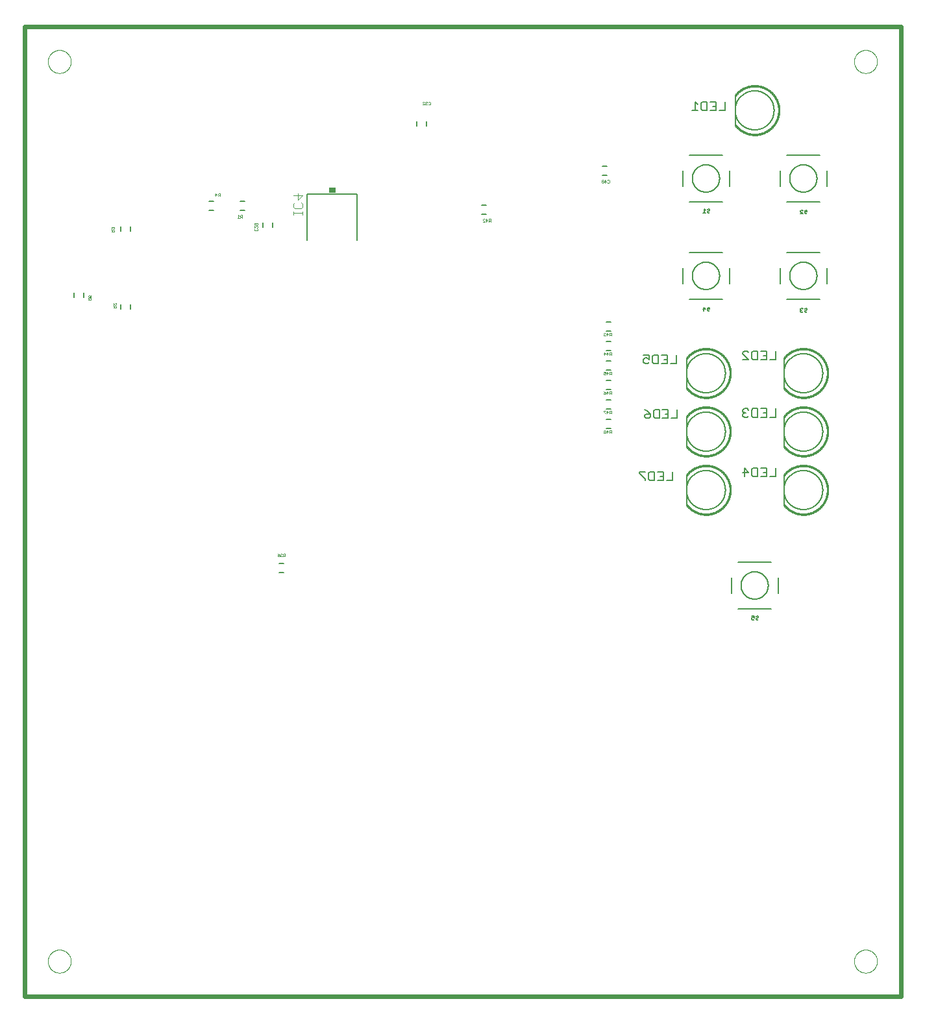
<source format=gbo>
G75*
%MOIN*%
%OFA0B0*%
%FSLAX25Y25*%
%IPPOS*%
%LPD*%
%AMOC8*
5,1,8,0,0,1.08239X$1,22.5*
%
%ADD10C,0.02400*%
%ADD11C,0.00600*%
%ADD12C,0.00100*%
%ADD13C,0.00800*%
%ADD14R,0.03400X0.03000*%
%ADD15C,0.00400*%
%ADD16C,0.00000*%
%ADD17C,0.00500*%
D10*
X0004200Y0002200D02*
X0004200Y0500200D01*
X0454200Y0500200D01*
X0454200Y0002200D01*
X0004200Y0002200D01*
D11*
X0135019Y0219838D02*
X0137381Y0219838D01*
X0137381Y0224562D02*
X0135019Y0224562D01*
X0058562Y0355019D02*
X0058562Y0357381D01*
X0053838Y0357381D02*
X0053838Y0355019D01*
X0034562Y0361019D02*
X0034562Y0363381D01*
X0029838Y0363381D02*
X0029838Y0361019D01*
X0053838Y0395019D02*
X0053838Y0397381D01*
X0058562Y0397381D02*
X0058562Y0395019D01*
X0099019Y0405838D02*
X0101381Y0405838D01*
X0101381Y0410562D02*
X0099019Y0410562D01*
X0115019Y0410562D02*
X0117381Y0410562D01*
X0117381Y0405838D02*
X0115019Y0405838D01*
X0126838Y0399381D02*
X0126838Y0397019D01*
X0131562Y0397019D02*
X0131562Y0399381D01*
X0205838Y0449019D02*
X0205838Y0451381D01*
X0210562Y0451381D02*
X0210562Y0449019D01*
X0239019Y0408562D02*
X0241381Y0408562D01*
X0241381Y0403838D02*
X0239019Y0403838D01*
X0301019Y0423838D02*
X0303381Y0423838D01*
X0303381Y0428562D02*
X0301019Y0428562D01*
X0303019Y0348562D02*
X0305381Y0348562D01*
X0305381Y0343838D02*
X0303019Y0343838D01*
X0303019Y0338562D02*
X0305381Y0338562D01*
X0305381Y0333838D02*
X0303019Y0333838D01*
X0303019Y0328562D02*
X0305381Y0328562D01*
X0305381Y0323838D02*
X0303019Y0323838D01*
X0303019Y0318562D02*
X0305381Y0318562D01*
X0305381Y0313838D02*
X0303019Y0313838D01*
X0303019Y0308562D02*
X0305381Y0308562D01*
X0305381Y0303838D02*
X0303019Y0303838D01*
X0303019Y0298562D02*
X0305381Y0298562D01*
X0305381Y0293838D02*
X0303019Y0293838D01*
X0344200Y0292200D02*
X0344203Y0292445D01*
X0344212Y0292691D01*
X0344227Y0292936D01*
X0344248Y0293180D01*
X0344275Y0293424D01*
X0344308Y0293667D01*
X0344347Y0293910D01*
X0344392Y0294151D01*
X0344443Y0294391D01*
X0344500Y0294630D01*
X0344562Y0294867D01*
X0344631Y0295103D01*
X0344705Y0295337D01*
X0344785Y0295569D01*
X0344870Y0295799D01*
X0344961Y0296027D01*
X0345058Y0296252D01*
X0345160Y0296476D01*
X0345268Y0296696D01*
X0345381Y0296914D01*
X0345499Y0297129D01*
X0345623Y0297341D01*
X0345751Y0297550D01*
X0345885Y0297756D01*
X0346024Y0297958D01*
X0346168Y0298157D01*
X0346317Y0298352D01*
X0346470Y0298544D01*
X0346628Y0298732D01*
X0346790Y0298916D01*
X0346958Y0299095D01*
X0347129Y0299271D01*
X0347305Y0299442D01*
X0347484Y0299610D01*
X0347668Y0299772D01*
X0347856Y0299930D01*
X0348048Y0300083D01*
X0348243Y0300232D01*
X0348442Y0300376D01*
X0348644Y0300515D01*
X0348850Y0300649D01*
X0349059Y0300777D01*
X0349271Y0300901D01*
X0349486Y0301019D01*
X0349704Y0301132D01*
X0349924Y0301240D01*
X0350148Y0301342D01*
X0350373Y0301439D01*
X0350601Y0301530D01*
X0350831Y0301615D01*
X0351063Y0301695D01*
X0351297Y0301769D01*
X0351533Y0301838D01*
X0351770Y0301900D01*
X0352009Y0301957D01*
X0352249Y0302008D01*
X0352490Y0302053D01*
X0352733Y0302092D01*
X0352976Y0302125D01*
X0353220Y0302152D01*
X0353464Y0302173D01*
X0353709Y0302188D01*
X0353955Y0302197D01*
X0354200Y0302200D01*
X0354445Y0302197D01*
X0354691Y0302188D01*
X0354936Y0302173D01*
X0355180Y0302152D01*
X0355424Y0302125D01*
X0355667Y0302092D01*
X0355910Y0302053D01*
X0356151Y0302008D01*
X0356391Y0301957D01*
X0356630Y0301900D01*
X0356867Y0301838D01*
X0357103Y0301769D01*
X0357337Y0301695D01*
X0357569Y0301615D01*
X0357799Y0301530D01*
X0358027Y0301439D01*
X0358252Y0301342D01*
X0358476Y0301240D01*
X0358696Y0301132D01*
X0358914Y0301019D01*
X0359129Y0300901D01*
X0359341Y0300777D01*
X0359550Y0300649D01*
X0359756Y0300515D01*
X0359958Y0300376D01*
X0360157Y0300232D01*
X0360352Y0300083D01*
X0360544Y0299930D01*
X0360732Y0299772D01*
X0360916Y0299610D01*
X0361095Y0299442D01*
X0361271Y0299271D01*
X0361442Y0299095D01*
X0361610Y0298916D01*
X0361772Y0298732D01*
X0361930Y0298544D01*
X0362083Y0298352D01*
X0362232Y0298157D01*
X0362376Y0297958D01*
X0362515Y0297756D01*
X0362649Y0297550D01*
X0362777Y0297341D01*
X0362901Y0297129D01*
X0363019Y0296914D01*
X0363132Y0296696D01*
X0363240Y0296476D01*
X0363342Y0296252D01*
X0363439Y0296027D01*
X0363530Y0295799D01*
X0363615Y0295569D01*
X0363695Y0295337D01*
X0363769Y0295103D01*
X0363838Y0294867D01*
X0363900Y0294630D01*
X0363957Y0294391D01*
X0364008Y0294151D01*
X0364053Y0293910D01*
X0364092Y0293667D01*
X0364125Y0293424D01*
X0364152Y0293180D01*
X0364173Y0292936D01*
X0364188Y0292691D01*
X0364197Y0292445D01*
X0364200Y0292200D01*
X0364197Y0291955D01*
X0364188Y0291709D01*
X0364173Y0291464D01*
X0364152Y0291220D01*
X0364125Y0290976D01*
X0364092Y0290733D01*
X0364053Y0290490D01*
X0364008Y0290249D01*
X0363957Y0290009D01*
X0363900Y0289770D01*
X0363838Y0289533D01*
X0363769Y0289297D01*
X0363695Y0289063D01*
X0363615Y0288831D01*
X0363530Y0288601D01*
X0363439Y0288373D01*
X0363342Y0288148D01*
X0363240Y0287924D01*
X0363132Y0287704D01*
X0363019Y0287486D01*
X0362901Y0287271D01*
X0362777Y0287059D01*
X0362649Y0286850D01*
X0362515Y0286644D01*
X0362376Y0286442D01*
X0362232Y0286243D01*
X0362083Y0286048D01*
X0361930Y0285856D01*
X0361772Y0285668D01*
X0361610Y0285484D01*
X0361442Y0285305D01*
X0361271Y0285129D01*
X0361095Y0284958D01*
X0360916Y0284790D01*
X0360732Y0284628D01*
X0360544Y0284470D01*
X0360352Y0284317D01*
X0360157Y0284168D01*
X0359958Y0284024D01*
X0359756Y0283885D01*
X0359550Y0283751D01*
X0359341Y0283623D01*
X0359129Y0283499D01*
X0358914Y0283381D01*
X0358696Y0283268D01*
X0358476Y0283160D01*
X0358252Y0283058D01*
X0358027Y0282961D01*
X0357799Y0282870D01*
X0357569Y0282785D01*
X0357337Y0282705D01*
X0357103Y0282631D01*
X0356867Y0282562D01*
X0356630Y0282500D01*
X0356391Y0282443D01*
X0356151Y0282392D01*
X0355910Y0282347D01*
X0355667Y0282308D01*
X0355424Y0282275D01*
X0355180Y0282248D01*
X0354936Y0282227D01*
X0354691Y0282212D01*
X0354445Y0282203D01*
X0354200Y0282200D01*
X0353955Y0282203D01*
X0353709Y0282212D01*
X0353464Y0282227D01*
X0353220Y0282248D01*
X0352976Y0282275D01*
X0352733Y0282308D01*
X0352490Y0282347D01*
X0352249Y0282392D01*
X0352009Y0282443D01*
X0351770Y0282500D01*
X0351533Y0282562D01*
X0351297Y0282631D01*
X0351063Y0282705D01*
X0350831Y0282785D01*
X0350601Y0282870D01*
X0350373Y0282961D01*
X0350148Y0283058D01*
X0349924Y0283160D01*
X0349704Y0283268D01*
X0349486Y0283381D01*
X0349271Y0283499D01*
X0349059Y0283623D01*
X0348850Y0283751D01*
X0348644Y0283885D01*
X0348442Y0284024D01*
X0348243Y0284168D01*
X0348048Y0284317D01*
X0347856Y0284470D01*
X0347668Y0284628D01*
X0347484Y0284790D01*
X0347305Y0284958D01*
X0347129Y0285129D01*
X0346958Y0285305D01*
X0346790Y0285484D01*
X0346628Y0285668D01*
X0346470Y0285856D01*
X0346317Y0286048D01*
X0346168Y0286243D01*
X0346024Y0286442D01*
X0345885Y0286644D01*
X0345751Y0286850D01*
X0345623Y0287059D01*
X0345499Y0287271D01*
X0345381Y0287486D01*
X0345268Y0287704D01*
X0345160Y0287924D01*
X0345058Y0288148D01*
X0344961Y0288373D01*
X0344870Y0288601D01*
X0344785Y0288831D01*
X0344705Y0289063D01*
X0344631Y0289297D01*
X0344562Y0289533D01*
X0344500Y0289770D01*
X0344443Y0290009D01*
X0344392Y0290249D01*
X0344347Y0290490D01*
X0344308Y0290733D01*
X0344275Y0290976D01*
X0344248Y0291220D01*
X0344227Y0291464D01*
X0344212Y0291709D01*
X0344203Y0291955D01*
X0344200Y0292200D01*
X0344200Y0262200D02*
X0344203Y0262445D01*
X0344212Y0262691D01*
X0344227Y0262936D01*
X0344248Y0263180D01*
X0344275Y0263424D01*
X0344308Y0263667D01*
X0344347Y0263910D01*
X0344392Y0264151D01*
X0344443Y0264391D01*
X0344500Y0264630D01*
X0344562Y0264867D01*
X0344631Y0265103D01*
X0344705Y0265337D01*
X0344785Y0265569D01*
X0344870Y0265799D01*
X0344961Y0266027D01*
X0345058Y0266252D01*
X0345160Y0266476D01*
X0345268Y0266696D01*
X0345381Y0266914D01*
X0345499Y0267129D01*
X0345623Y0267341D01*
X0345751Y0267550D01*
X0345885Y0267756D01*
X0346024Y0267958D01*
X0346168Y0268157D01*
X0346317Y0268352D01*
X0346470Y0268544D01*
X0346628Y0268732D01*
X0346790Y0268916D01*
X0346958Y0269095D01*
X0347129Y0269271D01*
X0347305Y0269442D01*
X0347484Y0269610D01*
X0347668Y0269772D01*
X0347856Y0269930D01*
X0348048Y0270083D01*
X0348243Y0270232D01*
X0348442Y0270376D01*
X0348644Y0270515D01*
X0348850Y0270649D01*
X0349059Y0270777D01*
X0349271Y0270901D01*
X0349486Y0271019D01*
X0349704Y0271132D01*
X0349924Y0271240D01*
X0350148Y0271342D01*
X0350373Y0271439D01*
X0350601Y0271530D01*
X0350831Y0271615D01*
X0351063Y0271695D01*
X0351297Y0271769D01*
X0351533Y0271838D01*
X0351770Y0271900D01*
X0352009Y0271957D01*
X0352249Y0272008D01*
X0352490Y0272053D01*
X0352733Y0272092D01*
X0352976Y0272125D01*
X0353220Y0272152D01*
X0353464Y0272173D01*
X0353709Y0272188D01*
X0353955Y0272197D01*
X0354200Y0272200D01*
X0354445Y0272197D01*
X0354691Y0272188D01*
X0354936Y0272173D01*
X0355180Y0272152D01*
X0355424Y0272125D01*
X0355667Y0272092D01*
X0355910Y0272053D01*
X0356151Y0272008D01*
X0356391Y0271957D01*
X0356630Y0271900D01*
X0356867Y0271838D01*
X0357103Y0271769D01*
X0357337Y0271695D01*
X0357569Y0271615D01*
X0357799Y0271530D01*
X0358027Y0271439D01*
X0358252Y0271342D01*
X0358476Y0271240D01*
X0358696Y0271132D01*
X0358914Y0271019D01*
X0359129Y0270901D01*
X0359341Y0270777D01*
X0359550Y0270649D01*
X0359756Y0270515D01*
X0359958Y0270376D01*
X0360157Y0270232D01*
X0360352Y0270083D01*
X0360544Y0269930D01*
X0360732Y0269772D01*
X0360916Y0269610D01*
X0361095Y0269442D01*
X0361271Y0269271D01*
X0361442Y0269095D01*
X0361610Y0268916D01*
X0361772Y0268732D01*
X0361930Y0268544D01*
X0362083Y0268352D01*
X0362232Y0268157D01*
X0362376Y0267958D01*
X0362515Y0267756D01*
X0362649Y0267550D01*
X0362777Y0267341D01*
X0362901Y0267129D01*
X0363019Y0266914D01*
X0363132Y0266696D01*
X0363240Y0266476D01*
X0363342Y0266252D01*
X0363439Y0266027D01*
X0363530Y0265799D01*
X0363615Y0265569D01*
X0363695Y0265337D01*
X0363769Y0265103D01*
X0363838Y0264867D01*
X0363900Y0264630D01*
X0363957Y0264391D01*
X0364008Y0264151D01*
X0364053Y0263910D01*
X0364092Y0263667D01*
X0364125Y0263424D01*
X0364152Y0263180D01*
X0364173Y0262936D01*
X0364188Y0262691D01*
X0364197Y0262445D01*
X0364200Y0262200D01*
X0364197Y0261955D01*
X0364188Y0261709D01*
X0364173Y0261464D01*
X0364152Y0261220D01*
X0364125Y0260976D01*
X0364092Y0260733D01*
X0364053Y0260490D01*
X0364008Y0260249D01*
X0363957Y0260009D01*
X0363900Y0259770D01*
X0363838Y0259533D01*
X0363769Y0259297D01*
X0363695Y0259063D01*
X0363615Y0258831D01*
X0363530Y0258601D01*
X0363439Y0258373D01*
X0363342Y0258148D01*
X0363240Y0257924D01*
X0363132Y0257704D01*
X0363019Y0257486D01*
X0362901Y0257271D01*
X0362777Y0257059D01*
X0362649Y0256850D01*
X0362515Y0256644D01*
X0362376Y0256442D01*
X0362232Y0256243D01*
X0362083Y0256048D01*
X0361930Y0255856D01*
X0361772Y0255668D01*
X0361610Y0255484D01*
X0361442Y0255305D01*
X0361271Y0255129D01*
X0361095Y0254958D01*
X0360916Y0254790D01*
X0360732Y0254628D01*
X0360544Y0254470D01*
X0360352Y0254317D01*
X0360157Y0254168D01*
X0359958Y0254024D01*
X0359756Y0253885D01*
X0359550Y0253751D01*
X0359341Y0253623D01*
X0359129Y0253499D01*
X0358914Y0253381D01*
X0358696Y0253268D01*
X0358476Y0253160D01*
X0358252Y0253058D01*
X0358027Y0252961D01*
X0357799Y0252870D01*
X0357569Y0252785D01*
X0357337Y0252705D01*
X0357103Y0252631D01*
X0356867Y0252562D01*
X0356630Y0252500D01*
X0356391Y0252443D01*
X0356151Y0252392D01*
X0355910Y0252347D01*
X0355667Y0252308D01*
X0355424Y0252275D01*
X0355180Y0252248D01*
X0354936Y0252227D01*
X0354691Y0252212D01*
X0354445Y0252203D01*
X0354200Y0252200D01*
X0353955Y0252203D01*
X0353709Y0252212D01*
X0353464Y0252227D01*
X0353220Y0252248D01*
X0352976Y0252275D01*
X0352733Y0252308D01*
X0352490Y0252347D01*
X0352249Y0252392D01*
X0352009Y0252443D01*
X0351770Y0252500D01*
X0351533Y0252562D01*
X0351297Y0252631D01*
X0351063Y0252705D01*
X0350831Y0252785D01*
X0350601Y0252870D01*
X0350373Y0252961D01*
X0350148Y0253058D01*
X0349924Y0253160D01*
X0349704Y0253268D01*
X0349486Y0253381D01*
X0349271Y0253499D01*
X0349059Y0253623D01*
X0348850Y0253751D01*
X0348644Y0253885D01*
X0348442Y0254024D01*
X0348243Y0254168D01*
X0348048Y0254317D01*
X0347856Y0254470D01*
X0347668Y0254628D01*
X0347484Y0254790D01*
X0347305Y0254958D01*
X0347129Y0255129D01*
X0346958Y0255305D01*
X0346790Y0255484D01*
X0346628Y0255668D01*
X0346470Y0255856D01*
X0346317Y0256048D01*
X0346168Y0256243D01*
X0346024Y0256442D01*
X0345885Y0256644D01*
X0345751Y0256850D01*
X0345623Y0257059D01*
X0345499Y0257271D01*
X0345381Y0257486D01*
X0345268Y0257704D01*
X0345160Y0257924D01*
X0345058Y0258148D01*
X0344961Y0258373D01*
X0344870Y0258601D01*
X0344785Y0258831D01*
X0344705Y0259063D01*
X0344631Y0259297D01*
X0344562Y0259533D01*
X0344500Y0259770D01*
X0344443Y0260009D01*
X0344392Y0260249D01*
X0344347Y0260490D01*
X0344308Y0260733D01*
X0344275Y0260976D01*
X0344248Y0261220D01*
X0344227Y0261464D01*
X0344212Y0261709D01*
X0344203Y0261955D01*
X0344200Y0262200D01*
X0344200Y0322200D02*
X0344203Y0322445D01*
X0344212Y0322691D01*
X0344227Y0322936D01*
X0344248Y0323180D01*
X0344275Y0323424D01*
X0344308Y0323667D01*
X0344347Y0323910D01*
X0344392Y0324151D01*
X0344443Y0324391D01*
X0344500Y0324630D01*
X0344562Y0324867D01*
X0344631Y0325103D01*
X0344705Y0325337D01*
X0344785Y0325569D01*
X0344870Y0325799D01*
X0344961Y0326027D01*
X0345058Y0326252D01*
X0345160Y0326476D01*
X0345268Y0326696D01*
X0345381Y0326914D01*
X0345499Y0327129D01*
X0345623Y0327341D01*
X0345751Y0327550D01*
X0345885Y0327756D01*
X0346024Y0327958D01*
X0346168Y0328157D01*
X0346317Y0328352D01*
X0346470Y0328544D01*
X0346628Y0328732D01*
X0346790Y0328916D01*
X0346958Y0329095D01*
X0347129Y0329271D01*
X0347305Y0329442D01*
X0347484Y0329610D01*
X0347668Y0329772D01*
X0347856Y0329930D01*
X0348048Y0330083D01*
X0348243Y0330232D01*
X0348442Y0330376D01*
X0348644Y0330515D01*
X0348850Y0330649D01*
X0349059Y0330777D01*
X0349271Y0330901D01*
X0349486Y0331019D01*
X0349704Y0331132D01*
X0349924Y0331240D01*
X0350148Y0331342D01*
X0350373Y0331439D01*
X0350601Y0331530D01*
X0350831Y0331615D01*
X0351063Y0331695D01*
X0351297Y0331769D01*
X0351533Y0331838D01*
X0351770Y0331900D01*
X0352009Y0331957D01*
X0352249Y0332008D01*
X0352490Y0332053D01*
X0352733Y0332092D01*
X0352976Y0332125D01*
X0353220Y0332152D01*
X0353464Y0332173D01*
X0353709Y0332188D01*
X0353955Y0332197D01*
X0354200Y0332200D01*
X0354445Y0332197D01*
X0354691Y0332188D01*
X0354936Y0332173D01*
X0355180Y0332152D01*
X0355424Y0332125D01*
X0355667Y0332092D01*
X0355910Y0332053D01*
X0356151Y0332008D01*
X0356391Y0331957D01*
X0356630Y0331900D01*
X0356867Y0331838D01*
X0357103Y0331769D01*
X0357337Y0331695D01*
X0357569Y0331615D01*
X0357799Y0331530D01*
X0358027Y0331439D01*
X0358252Y0331342D01*
X0358476Y0331240D01*
X0358696Y0331132D01*
X0358914Y0331019D01*
X0359129Y0330901D01*
X0359341Y0330777D01*
X0359550Y0330649D01*
X0359756Y0330515D01*
X0359958Y0330376D01*
X0360157Y0330232D01*
X0360352Y0330083D01*
X0360544Y0329930D01*
X0360732Y0329772D01*
X0360916Y0329610D01*
X0361095Y0329442D01*
X0361271Y0329271D01*
X0361442Y0329095D01*
X0361610Y0328916D01*
X0361772Y0328732D01*
X0361930Y0328544D01*
X0362083Y0328352D01*
X0362232Y0328157D01*
X0362376Y0327958D01*
X0362515Y0327756D01*
X0362649Y0327550D01*
X0362777Y0327341D01*
X0362901Y0327129D01*
X0363019Y0326914D01*
X0363132Y0326696D01*
X0363240Y0326476D01*
X0363342Y0326252D01*
X0363439Y0326027D01*
X0363530Y0325799D01*
X0363615Y0325569D01*
X0363695Y0325337D01*
X0363769Y0325103D01*
X0363838Y0324867D01*
X0363900Y0324630D01*
X0363957Y0324391D01*
X0364008Y0324151D01*
X0364053Y0323910D01*
X0364092Y0323667D01*
X0364125Y0323424D01*
X0364152Y0323180D01*
X0364173Y0322936D01*
X0364188Y0322691D01*
X0364197Y0322445D01*
X0364200Y0322200D01*
X0364197Y0321955D01*
X0364188Y0321709D01*
X0364173Y0321464D01*
X0364152Y0321220D01*
X0364125Y0320976D01*
X0364092Y0320733D01*
X0364053Y0320490D01*
X0364008Y0320249D01*
X0363957Y0320009D01*
X0363900Y0319770D01*
X0363838Y0319533D01*
X0363769Y0319297D01*
X0363695Y0319063D01*
X0363615Y0318831D01*
X0363530Y0318601D01*
X0363439Y0318373D01*
X0363342Y0318148D01*
X0363240Y0317924D01*
X0363132Y0317704D01*
X0363019Y0317486D01*
X0362901Y0317271D01*
X0362777Y0317059D01*
X0362649Y0316850D01*
X0362515Y0316644D01*
X0362376Y0316442D01*
X0362232Y0316243D01*
X0362083Y0316048D01*
X0361930Y0315856D01*
X0361772Y0315668D01*
X0361610Y0315484D01*
X0361442Y0315305D01*
X0361271Y0315129D01*
X0361095Y0314958D01*
X0360916Y0314790D01*
X0360732Y0314628D01*
X0360544Y0314470D01*
X0360352Y0314317D01*
X0360157Y0314168D01*
X0359958Y0314024D01*
X0359756Y0313885D01*
X0359550Y0313751D01*
X0359341Y0313623D01*
X0359129Y0313499D01*
X0358914Y0313381D01*
X0358696Y0313268D01*
X0358476Y0313160D01*
X0358252Y0313058D01*
X0358027Y0312961D01*
X0357799Y0312870D01*
X0357569Y0312785D01*
X0357337Y0312705D01*
X0357103Y0312631D01*
X0356867Y0312562D01*
X0356630Y0312500D01*
X0356391Y0312443D01*
X0356151Y0312392D01*
X0355910Y0312347D01*
X0355667Y0312308D01*
X0355424Y0312275D01*
X0355180Y0312248D01*
X0354936Y0312227D01*
X0354691Y0312212D01*
X0354445Y0312203D01*
X0354200Y0312200D01*
X0353955Y0312203D01*
X0353709Y0312212D01*
X0353464Y0312227D01*
X0353220Y0312248D01*
X0352976Y0312275D01*
X0352733Y0312308D01*
X0352490Y0312347D01*
X0352249Y0312392D01*
X0352009Y0312443D01*
X0351770Y0312500D01*
X0351533Y0312562D01*
X0351297Y0312631D01*
X0351063Y0312705D01*
X0350831Y0312785D01*
X0350601Y0312870D01*
X0350373Y0312961D01*
X0350148Y0313058D01*
X0349924Y0313160D01*
X0349704Y0313268D01*
X0349486Y0313381D01*
X0349271Y0313499D01*
X0349059Y0313623D01*
X0348850Y0313751D01*
X0348644Y0313885D01*
X0348442Y0314024D01*
X0348243Y0314168D01*
X0348048Y0314317D01*
X0347856Y0314470D01*
X0347668Y0314628D01*
X0347484Y0314790D01*
X0347305Y0314958D01*
X0347129Y0315129D01*
X0346958Y0315305D01*
X0346790Y0315484D01*
X0346628Y0315668D01*
X0346470Y0315856D01*
X0346317Y0316048D01*
X0346168Y0316243D01*
X0346024Y0316442D01*
X0345885Y0316644D01*
X0345751Y0316850D01*
X0345623Y0317059D01*
X0345499Y0317271D01*
X0345381Y0317486D01*
X0345268Y0317704D01*
X0345160Y0317924D01*
X0345058Y0318148D01*
X0344961Y0318373D01*
X0344870Y0318601D01*
X0344785Y0318831D01*
X0344705Y0319063D01*
X0344631Y0319297D01*
X0344562Y0319533D01*
X0344500Y0319770D01*
X0344443Y0320009D01*
X0344392Y0320249D01*
X0344347Y0320490D01*
X0344308Y0320733D01*
X0344275Y0320976D01*
X0344248Y0321220D01*
X0344227Y0321464D01*
X0344212Y0321709D01*
X0344203Y0321955D01*
X0344200Y0322200D01*
X0394200Y0322200D02*
X0394203Y0322445D01*
X0394212Y0322691D01*
X0394227Y0322936D01*
X0394248Y0323180D01*
X0394275Y0323424D01*
X0394308Y0323667D01*
X0394347Y0323910D01*
X0394392Y0324151D01*
X0394443Y0324391D01*
X0394500Y0324630D01*
X0394562Y0324867D01*
X0394631Y0325103D01*
X0394705Y0325337D01*
X0394785Y0325569D01*
X0394870Y0325799D01*
X0394961Y0326027D01*
X0395058Y0326252D01*
X0395160Y0326476D01*
X0395268Y0326696D01*
X0395381Y0326914D01*
X0395499Y0327129D01*
X0395623Y0327341D01*
X0395751Y0327550D01*
X0395885Y0327756D01*
X0396024Y0327958D01*
X0396168Y0328157D01*
X0396317Y0328352D01*
X0396470Y0328544D01*
X0396628Y0328732D01*
X0396790Y0328916D01*
X0396958Y0329095D01*
X0397129Y0329271D01*
X0397305Y0329442D01*
X0397484Y0329610D01*
X0397668Y0329772D01*
X0397856Y0329930D01*
X0398048Y0330083D01*
X0398243Y0330232D01*
X0398442Y0330376D01*
X0398644Y0330515D01*
X0398850Y0330649D01*
X0399059Y0330777D01*
X0399271Y0330901D01*
X0399486Y0331019D01*
X0399704Y0331132D01*
X0399924Y0331240D01*
X0400148Y0331342D01*
X0400373Y0331439D01*
X0400601Y0331530D01*
X0400831Y0331615D01*
X0401063Y0331695D01*
X0401297Y0331769D01*
X0401533Y0331838D01*
X0401770Y0331900D01*
X0402009Y0331957D01*
X0402249Y0332008D01*
X0402490Y0332053D01*
X0402733Y0332092D01*
X0402976Y0332125D01*
X0403220Y0332152D01*
X0403464Y0332173D01*
X0403709Y0332188D01*
X0403955Y0332197D01*
X0404200Y0332200D01*
X0404445Y0332197D01*
X0404691Y0332188D01*
X0404936Y0332173D01*
X0405180Y0332152D01*
X0405424Y0332125D01*
X0405667Y0332092D01*
X0405910Y0332053D01*
X0406151Y0332008D01*
X0406391Y0331957D01*
X0406630Y0331900D01*
X0406867Y0331838D01*
X0407103Y0331769D01*
X0407337Y0331695D01*
X0407569Y0331615D01*
X0407799Y0331530D01*
X0408027Y0331439D01*
X0408252Y0331342D01*
X0408476Y0331240D01*
X0408696Y0331132D01*
X0408914Y0331019D01*
X0409129Y0330901D01*
X0409341Y0330777D01*
X0409550Y0330649D01*
X0409756Y0330515D01*
X0409958Y0330376D01*
X0410157Y0330232D01*
X0410352Y0330083D01*
X0410544Y0329930D01*
X0410732Y0329772D01*
X0410916Y0329610D01*
X0411095Y0329442D01*
X0411271Y0329271D01*
X0411442Y0329095D01*
X0411610Y0328916D01*
X0411772Y0328732D01*
X0411930Y0328544D01*
X0412083Y0328352D01*
X0412232Y0328157D01*
X0412376Y0327958D01*
X0412515Y0327756D01*
X0412649Y0327550D01*
X0412777Y0327341D01*
X0412901Y0327129D01*
X0413019Y0326914D01*
X0413132Y0326696D01*
X0413240Y0326476D01*
X0413342Y0326252D01*
X0413439Y0326027D01*
X0413530Y0325799D01*
X0413615Y0325569D01*
X0413695Y0325337D01*
X0413769Y0325103D01*
X0413838Y0324867D01*
X0413900Y0324630D01*
X0413957Y0324391D01*
X0414008Y0324151D01*
X0414053Y0323910D01*
X0414092Y0323667D01*
X0414125Y0323424D01*
X0414152Y0323180D01*
X0414173Y0322936D01*
X0414188Y0322691D01*
X0414197Y0322445D01*
X0414200Y0322200D01*
X0414197Y0321955D01*
X0414188Y0321709D01*
X0414173Y0321464D01*
X0414152Y0321220D01*
X0414125Y0320976D01*
X0414092Y0320733D01*
X0414053Y0320490D01*
X0414008Y0320249D01*
X0413957Y0320009D01*
X0413900Y0319770D01*
X0413838Y0319533D01*
X0413769Y0319297D01*
X0413695Y0319063D01*
X0413615Y0318831D01*
X0413530Y0318601D01*
X0413439Y0318373D01*
X0413342Y0318148D01*
X0413240Y0317924D01*
X0413132Y0317704D01*
X0413019Y0317486D01*
X0412901Y0317271D01*
X0412777Y0317059D01*
X0412649Y0316850D01*
X0412515Y0316644D01*
X0412376Y0316442D01*
X0412232Y0316243D01*
X0412083Y0316048D01*
X0411930Y0315856D01*
X0411772Y0315668D01*
X0411610Y0315484D01*
X0411442Y0315305D01*
X0411271Y0315129D01*
X0411095Y0314958D01*
X0410916Y0314790D01*
X0410732Y0314628D01*
X0410544Y0314470D01*
X0410352Y0314317D01*
X0410157Y0314168D01*
X0409958Y0314024D01*
X0409756Y0313885D01*
X0409550Y0313751D01*
X0409341Y0313623D01*
X0409129Y0313499D01*
X0408914Y0313381D01*
X0408696Y0313268D01*
X0408476Y0313160D01*
X0408252Y0313058D01*
X0408027Y0312961D01*
X0407799Y0312870D01*
X0407569Y0312785D01*
X0407337Y0312705D01*
X0407103Y0312631D01*
X0406867Y0312562D01*
X0406630Y0312500D01*
X0406391Y0312443D01*
X0406151Y0312392D01*
X0405910Y0312347D01*
X0405667Y0312308D01*
X0405424Y0312275D01*
X0405180Y0312248D01*
X0404936Y0312227D01*
X0404691Y0312212D01*
X0404445Y0312203D01*
X0404200Y0312200D01*
X0403955Y0312203D01*
X0403709Y0312212D01*
X0403464Y0312227D01*
X0403220Y0312248D01*
X0402976Y0312275D01*
X0402733Y0312308D01*
X0402490Y0312347D01*
X0402249Y0312392D01*
X0402009Y0312443D01*
X0401770Y0312500D01*
X0401533Y0312562D01*
X0401297Y0312631D01*
X0401063Y0312705D01*
X0400831Y0312785D01*
X0400601Y0312870D01*
X0400373Y0312961D01*
X0400148Y0313058D01*
X0399924Y0313160D01*
X0399704Y0313268D01*
X0399486Y0313381D01*
X0399271Y0313499D01*
X0399059Y0313623D01*
X0398850Y0313751D01*
X0398644Y0313885D01*
X0398442Y0314024D01*
X0398243Y0314168D01*
X0398048Y0314317D01*
X0397856Y0314470D01*
X0397668Y0314628D01*
X0397484Y0314790D01*
X0397305Y0314958D01*
X0397129Y0315129D01*
X0396958Y0315305D01*
X0396790Y0315484D01*
X0396628Y0315668D01*
X0396470Y0315856D01*
X0396317Y0316048D01*
X0396168Y0316243D01*
X0396024Y0316442D01*
X0395885Y0316644D01*
X0395751Y0316850D01*
X0395623Y0317059D01*
X0395499Y0317271D01*
X0395381Y0317486D01*
X0395268Y0317704D01*
X0395160Y0317924D01*
X0395058Y0318148D01*
X0394961Y0318373D01*
X0394870Y0318601D01*
X0394785Y0318831D01*
X0394705Y0319063D01*
X0394631Y0319297D01*
X0394562Y0319533D01*
X0394500Y0319770D01*
X0394443Y0320009D01*
X0394392Y0320249D01*
X0394347Y0320490D01*
X0394308Y0320733D01*
X0394275Y0320976D01*
X0394248Y0321220D01*
X0394227Y0321464D01*
X0394212Y0321709D01*
X0394203Y0321955D01*
X0394200Y0322200D01*
X0394200Y0292200D02*
X0394203Y0292445D01*
X0394212Y0292691D01*
X0394227Y0292936D01*
X0394248Y0293180D01*
X0394275Y0293424D01*
X0394308Y0293667D01*
X0394347Y0293910D01*
X0394392Y0294151D01*
X0394443Y0294391D01*
X0394500Y0294630D01*
X0394562Y0294867D01*
X0394631Y0295103D01*
X0394705Y0295337D01*
X0394785Y0295569D01*
X0394870Y0295799D01*
X0394961Y0296027D01*
X0395058Y0296252D01*
X0395160Y0296476D01*
X0395268Y0296696D01*
X0395381Y0296914D01*
X0395499Y0297129D01*
X0395623Y0297341D01*
X0395751Y0297550D01*
X0395885Y0297756D01*
X0396024Y0297958D01*
X0396168Y0298157D01*
X0396317Y0298352D01*
X0396470Y0298544D01*
X0396628Y0298732D01*
X0396790Y0298916D01*
X0396958Y0299095D01*
X0397129Y0299271D01*
X0397305Y0299442D01*
X0397484Y0299610D01*
X0397668Y0299772D01*
X0397856Y0299930D01*
X0398048Y0300083D01*
X0398243Y0300232D01*
X0398442Y0300376D01*
X0398644Y0300515D01*
X0398850Y0300649D01*
X0399059Y0300777D01*
X0399271Y0300901D01*
X0399486Y0301019D01*
X0399704Y0301132D01*
X0399924Y0301240D01*
X0400148Y0301342D01*
X0400373Y0301439D01*
X0400601Y0301530D01*
X0400831Y0301615D01*
X0401063Y0301695D01*
X0401297Y0301769D01*
X0401533Y0301838D01*
X0401770Y0301900D01*
X0402009Y0301957D01*
X0402249Y0302008D01*
X0402490Y0302053D01*
X0402733Y0302092D01*
X0402976Y0302125D01*
X0403220Y0302152D01*
X0403464Y0302173D01*
X0403709Y0302188D01*
X0403955Y0302197D01*
X0404200Y0302200D01*
X0404445Y0302197D01*
X0404691Y0302188D01*
X0404936Y0302173D01*
X0405180Y0302152D01*
X0405424Y0302125D01*
X0405667Y0302092D01*
X0405910Y0302053D01*
X0406151Y0302008D01*
X0406391Y0301957D01*
X0406630Y0301900D01*
X0406867Y0301838D01*
X0407103Y0301769D01*
X0407337Y0301695D01*
X0407569Y0301615D01*
X0407799Y0301530D01*
X0408027Y0301439D01*
X0408252Y0301342D01*
X0408476Y0301240D01*
X0408696Y0301132D01*
X0408914Y0301019D01*
X0409129Y0300901D01*
X0409341Y0300777D01*
X0409550Y0300649D01*
X0409756Y0300515D01*
X0409958Y0300376D01*
X0410157Y0300232D01*
X0410352Y0300083D01*
X0410544Y0299930D01*
X0410732Y0299772D01*
X0410916Y0299610D01*
X0411095Y0299442D01*
X0411271Y0299271D01*
X0411442Y0299095D01*
X0411610Y0298916D01*
X0411772Y0298732D01*
X0411930Y0298544D01*
X0412083Y0298352D01*
X0412232Y0298157D01*
X0412376Y0297958D01*
X0412515Y0297756D01*
X0412649Y0297550D01*
X0412777Y0297341D01*
X0412901Y0297129D01*
X0413019Y0296914D01*
X0413132Y0296696D01*
X0413240Y0296476D01*
X0413342Y0296252D01*
X0413439Y0296027D01*
X0413530Y0295799D01*
X0413615Y0295569D01*
X0413695Y0295337D01*
X0413769Y0295103D01*
X0413838Y0294867D01*
X0413900Y0294630D01*
X0413957Y0294391D01*
X0414008Y0294151D01*
X0414053Y0293910D01*
X0414092Y0293667D01*
X0414125Y0293424D01*
X0414152Y0293180D01*
X0414173Y0292936D01*
X0414188Y0292691D01*
X0414197Y0292445D01*
X0414200Y0292200D01*
X0414197Y0291955D01*
X0414188Y0291709D01*
X0414173Y0291464D01*
X0414152Y0291220D01*
X0414125Y0290976D01*
X0414092Y0290733D01*
X0414053Y0290490D01*
X0414008Y0290249D01*
X0413957Y0290009D01*
X0413900Y0289770D01*
X0413838Y0289533D01*
X0413769Y0289297D01*
X0413695Y0289063D01*
X0413615Y0288831D01*
X0413530Y0288601D01*
X0413439Y0288373D01*
X0413342Y0288148D01*
X0413240Y0287924D01*
X0413132Y0287704D01*
X0413019Y0287486D01*
X0412901Y0287271D01*
X0412777Y0287059D01*
X0412649Y0286850D01*
X0412515Y0286644D01*
X0412376Y0286442D01*
X0412232Y0286243D01*
X0412083Y0286048D01*
X0411930Y0285856D01*
X0411772Y0285668D01*
X0411610Y0285484D01*
X0411442Y0285305D01*
X0411271Y0285129D01*
X0411095Y0284958D01*
X0410916Y0284790D01*
X0410732Y0284628D01*
X0410544Y0284470D01*
X0410352Y0284317D01*
X0410157Y0284168D01*
X0409958Y0284024D01*
X0409756Y0283885D01*
X0409550Y0283751D01*
X0409341Y0283623D01*
X0409129Y0283499D01*
X0408914Y0283381D01*
X0408696Y0283268D01*
X0408476Y0283160D01*
X0408252Y0283058D01*
X0408027Y0282961D01*
X0407799Y0282870D01*
X0407569Y0282785D01*
X0407337Y0282705D01*
X0407103Y0282631D01*
X0406867Y0282562D01*
X0406630Y0282500D01*
X0406391Y0282443D01*
X0406151Y0282392D01*
X0405910Y0282347D01*
X0405667Y0282308D01*
X0405424Y0282275D01*
X0405180Y0282248D01*
X0404936Y0282227D01*
X0404691Y0282212D01*
X0404445Y0282203D01*
X0404200Y0282200D01*
X0403955Y0282203D01*
X0403709Y0282212D01*
X0403464Y0282227D01*
X0403220Y0282248D01*
X0402976Y0282275D01*
X0402733Y0282308D01*
X0402490Y0282347D01*
X0402249Y0282392D01*
X0402009Y0282443D01*
X0401770Y0282500D01*
X0401533Y0282562D01*
X0401297Y0282631D01*
X0401063Y0282705D01*
X0400831Y0282785D01*
X0400601Y0282870D01*
X0400373Y0282961D01*
X0400148Y0283058D01*
X0399924Y0283160D01*
X0399704Y0283268D01*
X0399486Y0283381D01*
X0399271Y0283499D01*
X0399059Y0283623D01*
X0398850Y0283751D01*
X0398644Y0283885D01*
X0398442Y0284024D01*
X0398243Y0284168D01*
X0398048Y0284317D01*
X0397856Y0284470D01*
X0397668Y0284628D01*
X0397484Y0284790D01*
X0397305Y0284958D01*
X0397129Y0285129D01*
X0396958Y0285305D01*
X0396790Y0285484D01*
X0396628Y0285668D01*
X0396470Y0285856D01*
X0396317Y0286048D01*
X0396168Y0286243D01*
X0396024Y0286442D01*
X0395885Y0286644D01*
X0395751Y0286850D01*
X0395623Y0287059D01*
X0395499Y0287271D01*
X0395381Y0287486D01*
X0395268Y0287704D01*
X0395160Y0287924D01*
X0395058Y0288148D01*
X0394961Y0288373D01*
X0394870Y0288601D01*
X0394785Y0288831D01*
X0394705Y0289063D01*
X0394631Y0289297D01*
X0394562Y0289533D01*
X0394500Y0289770D01*
X0394443Y0290009D01*
X0394392Y0290249D01*
X0394347Y0290490D01*
X0394308Y0290733D01*
X0394275Y0290976D01*
X0394248Y0291220D01*
X0394227Y0291464D01*
X0394212Y0291709D01*
X0394203Y0291955D01*
X0394200Y0292200D01*
X0394200Y0262200D02*
X0394203Y0262445D01*
X0394212Y0262691D01*
X0394227Y0262936D01*
X0394248Y0263180D01*
X0394275Y0263424D01*
X0394308Y0263667D01*
X0394347Y0263910D01*
X0394392Y0264151D01*
X0394443Y0264391D01*
X0394500Y0264630D01*
X0394562Y0264867D01*
X0394631Y0265103D01*
X0394705Y0265337D01*
X0394785Y0265569D01*
X0394870Y0265799D01*
X0394961Y0266027D01*
X0395058Y0266252D01*
X0395160Y0266476D01*
X0395268Y0266696D01*
X0395381Y0266914D01*
X0395499Y0267129D01*
X0395623Y0267341D01*
X0395751Y0267550D01*
X0395885Y0267756D01*
X0396024Y0267958D01*
X0396168Y0268157D01*
X0396317Y0268352D01*
X0396470Y0268544D01*
X0396628Y0268732D01*
X0396790Y0268916D01*
X0396958Y0269095D01*
X0397129Y0269271D01*
X0397305Y0269442D01*
X0397484Y0269610D01*
X0397668Y0269772D01*
X0397856Y0269930D01*
X0398048Y0270083D01*
X0398243Y0270232D01*
X0398442Y0270376D01*
X0398644Y0270515D01*
X0398850Y0270649D01*
X0399059Y0270777D01*
X0399271Y0270901D01*
X0399486Y0271019D01*
X0399704Y0271132D01*
X0399924Y0271240D01*
X0400148Y0271342D01*
X0400373Y0271439D01*
X0400601Y0271530D01*
X0400831Y0271615D01*
X0401063Y0271695D01*
X0401297Y0271769D01*
X0401533Y0271838D01*
X0401770Y0271900D01*
X0402009Y0271957D01*
X0402249Y0272008D01*
X0402490Y0272053D01*
X0402733Y0272092D01*
X0402976Y0272125D01*
X0403220Y0272152D01*
X0403464Y0272173D01*
X0403709Y0272188D01*
X0403955Y0272197D01*
X0404200Y0272200D01*
X0404445Y0272197D01*
X0404691Y0272188D01*
X0404936Y0272173D01*
X0405180Y0272152D01*
X0405424Y0272125D01*
X0405667Y0272092D01*
X0405910Y0272053D01*
X0406151Y0272008D01*
X0406391Y0271957D01*
X0406630Y0271900D01*
X0406867Y0271838D01*
X0407103Y0271769D01*
X0407337Y0271695D01*
X0407569Y0271615D01*
X0407799Y0271530D01*
X0408027Y0271439D01*
X0408252Y0271342D01*
X0408476Y0271240D01*
X0408696Y0271132D01*
X0408914Y0271019D01*
X0409129Y0270901D01*
X0409341Y0270777D01*
X0409550Y0270649D01*
X0409756Y0270515D01*
X0409958Y0270376D01*
X0410157Y0270232D01*
X0410352Y0270083D01*
X0410544Y0269930D01*
X0410732Y0269772D01*
X0410916Y0269610D01*
X0411095Y0269442D01*
X0411271Y0269271D01*
X0411442Y0269095D01*
X0411610Y0268916D01*
X0411772Y0268732D01*
X0411930Y0268544D01*
X0412083Y0268352D01*
X0412232Y0268157D01*
X0412376Y0267958D01*
X0412515Y0267756D01*
X0412649Y0267550D01*
X0412777Y0267341D01*
X0412901Y0267129D01*
X0413019Y0266914D01*
X0413132Y0266696D01*
X0413240Y0266476D01*
X0413342Y0266252D01*
X0413439Y0266027D01*
X0413530Y0265799D01*
X0413615Y0265569D01*
X0413695Y0265337D01*
X0413769Y0265103D01*
X0413838Y0264867D01*
X0413900Y0264630D01*
X0413957Y0264391D01*
X0414008Y0264151D01*
X0414053Y0263910D01*
X0414092Y0263667D01*
X0414125Y0263424D01*
X0414152Y0263180D01*
X0414173Y0262936D01*
X0414188Y0262691D01*
X0414197Y0262445D01*
X0414200Y0262200D01*
X0414197Y0261955D01*
X0414188Y0261709D01*
X0414173Y0261464D01*
X0414152Y0261220D01*
X0414125Y0260976D01*
X0414092Y0260733D01*
X0414053Y0260490D01*
X0414008Y0260249D01*
X0413957Y0260009D01*
X0413900Y0259770D01*
X0413838Y0259533D01*
X0413769Y0259297D01*
X0413695Y0259063D01*
X0413615Y0258831D01*
X0413530Y0258601D01*
X0413439Y0258373D01*
X0413342Y0258148D01*
X0413240Y0257924D01*
X0413132Y0257704D01*
X0413019Y0257486D01*
X0412901Y0257271D01*
X0412777Y0257059D01*
X0412649Y0256850D01*
X0412515Y0256644D01*
X0412376Y0256442D01*
X0412232Y0256243D01*
X0412083Y0256048D01*
X0411930Y0255856D01*
X0411772Y0255668D01*
X0411610Y0255484D01*
X0411442Y0255305D01*
X0411271Y0255129D01*
X0411095Y0254958D01*
X0410916Y0254790D01*
X0410732Y0254628D01*
X0410544Y0254470D01*
X0410352Y0254317D01*
X0410157Y0254168D01*
X0409958Y0254024D01*
X0409756Y0253885D01*
X0409550Y0253751D01*
X0409341Y0253623D01*
X0409129Y0253499D01*
X0408914Y0253381D01*
X0408696Y0253268D01*
X0408476Y0253160D01*
X0408252Y0253058D01*
X0408027Y0252961D01*
X0407799Y0252870D01*
X0407569Y0252785D01*
X0407337Y0252705D01*
X0407103Y0252631D01*
X0406867Y0252562D01*
X0406630Y0252500D01*
X0406391Y0252443D01*
X0406151Y0252392D01*
X0405910Y0252347D01*
X0405667Y0252308D01*
X0405424Y0252275D01*
X0405180Y0252248D01*
X0404936Y0252227D01*
X0404691Y0252212D01*
X0404445Y0252203D01*
X0404200Y0252200D01*
X0403955Y0252203D01*
X0403709Y0252212D01*
X0403464Y0252227D01*
X0403220Y0252248D01*
X0402976Y0252275D01*
X0402733Y0252308D01*
X0402490Y0252347D01*
X0402249Y0252392D01*
X0402009Y0252443D01*
X0401770Y0252500D01*
X0401533Y0252562D01*
X0401297Y0252631D01*
X0401063Y0252705D01*
X0400831Y0252785D01*
X0400601Y0252870D01*
X0400373Y0252961D01*
X0400148Y0253058D01*
X0399924Y0253160D01*
X0399704Y0253268D01*
X0399486Y0253381D01*
X0399271Y0253499D01*
X0399059Y0253623D01*
X0398850Y0253751D01*
X0398644Y0253885D01*
X0398442Y0254024D01*
X0398243Y0254168D01*
X0398048Y0254317D01*
X0397856Y0254470D01*
X0397668Y0254628D01*
X0397484Y0254790D01*
X0397305Y0254958D01*
X0397129Y0255129D01*
X0396958Y0255305D01*
X0396790Y0255484D01*
X0396628Y0255668D01*
X0396470Y0255856D01*
X0396317Y0256048D01*
X0396168Y0256243D01*
X0396024Y0256442D01*
X0395885Y0256644D01*
X0395751Y0256850D01*
X0395623Y0257059D01*
X0395499Y0257271D01*
X0395381Y0257486D01*
X0395268Y0257704D01*
X0395160Y0257924D01*
X0395058Y0258148D01*
X0394961Y0258373D01*
X0394870Y0258601D01*
X0394785Y0258831D01*
X0394705Y0259063D01*
X0394631Y0259297D01*
X0394562Y0259533D01*
X0394500Y0259770D01*
X0394443Y0260009D01*
X0394392Y0260249D01*
X0394347Y0260490D01*
X0394308Y0260733D01*
X0394275Y0260976D01*
X0394248Y0261220D01*
X0394227Y0261464D01*
X0394212Y0261709D01*
X0394203Y0261955D01*
X0394200Y0262200D01*
X0369200Y0457200D02*
X0369203Y0457445D01*
X0369212Y0457691D01*
X0369227Y0457936D01*
X0369248Y0458180D01*
X0369275Y0458424D01*
X0369308Y0458667D01*
X0369347Y0458910D01*
X0369392Y0459151D01*
X0369443Y0459391D01*
X0369500Y0459630D01*
X0369562Y0459867D01*
X0369631Y0460103D01*
X0369705Y0460337D01*
X0369785Y0460569D01*
X0369870Y0460799D01*
X0369961Y0461027D01*
X0370058Y0461252D01*
X0370160Y0461476D01*
X0370268Y0461696D01*
X0370381Y0461914D01*
X0370499Y0462129D01*
X0370623Y0462341D01*
X0370751Y0462550D01*
X0370885Y0462756D01*
X0371024Y0462958D01*
X0371168Y0463157D01*
X0371317Y0463352D01*
X0371470Y0463544D01*
X0371628Y0463732D01*
X0371790Y0463916D01*
X0371958Y0464095D01*
X0372129Y0464271D01*
X0372305Y0464442D01*
X0372484Y0464610D01*
X0372668Y0464772D01*
X0372856Y0464930D01*
X0373048Y0465083D01*
X0373243Y0465232D01*
X0373442Y0465376D01*
X0373644Y0465515D01*
X0373850Y0465649D01*
X0374059Y0465777D01*
X0374271Y0465901D01*
X0374486Y0466019D01*
X0374704Y0466132D01*
X0374924Y0466240D01*
X0375148Y0466342D01*
X0375373Y0466439D01*
X0375601Y0466530D01*
X0375831Y0466615D01*
X0376063Y0466695D01*
X0376297Y0466769D01*
X0376533Y0466838D01*
X0376770Y0466900D01*
X0377009Y0466957D01*
X0377249Y0467008D01*
X0377490Y0467053D01*
X0377733Y0467092D01*
X0377976Y0467125D01*
X0378220Y0467152D01*
X0378464Y0467173D01*
X0378709Y0467188D01*
X0378955Y0467197D01*
X0379200Y0467200D01*
X0379445Y0467197D01*
X0379691Y0467188D01*
X0379936Y0467173D01*
X0380180Y0467152D01*
X0380424Y0467125D01*
X0380667Y0467092D01*
X0380910Y0467053D01*
X0381151Y0467008D01*
X0381391Y0466957D01*
X0381630Y0466900D01*
X0381867Y0466838D01*
X0382103Y0466769D01*
X0382337Y0466695D01*
X0382569Y0466615D01*
X0382799Y0466530D01*
X0383027Y0466439D01*
X0383252Y0466342D01*
X0383476Y0466240D01*
X0383696Y0466132D01*
X0383914Y0466019D01*
X0384129Y0465901D01*
X0384341Y0465777D01*
X0384550Y0465649D01*
X0384756Y0465515D01*
X0384958Y0465376D01*
X0385157Y0465232D01*
X0385352Y0465083D01*
X0385544Y0464930D01*
X0385732Y0464772D01*
X0385916Y0464610D01*
X0386095Y0464442D01*
X0386271Y0464271D01*
X0386442Y0464095D01*
X0386610Y0463916D01*
X0386772Y0463732D01*
X0386930Y0463544D01*
X0387083Y0463352D01*
X0387232Y0463157D01*
X0387376Y0462958D01*
X0387515Y0462756D01*
X0387649Y0462550D01*
X0387777Y0462341D01*
X0387901Y0462129D01*
X0388019Y0461914D01*
X0388132Y0461696D01*
X0388240Y0461476D01*
X0388342Y0461252D01*
X0388439Y0461027D01*
X0388530Y0460799D01*
X0388615Y0460569D01*
X0388695Y0460337D01*
X0388769Y0460103D01*
X0388838Y0459867D01*
X0388900Y0459630D01*
X0388957Y0459391D01*
X0389008Y0459151D01*
X0389053Y0458910D01*
X0389092Y0458667D01*
X0389125Y0458424D01*
X0389152Y0458180D01*
X0389173Y0457936D01*
X0389188Y0457691D01*
X0389197Y0457445D01*
X0389200Y0457200D01*
X0389197Y0456955D01*
X0389188Y0456709D01*
X0389173Y0456464D01*
X0389152Y0456220D01*
X0389125Y0455976D01*
X0389092Y0455733D01*
X0389053Y0455490D01*
X0389008Y0455249D01*
X0388957Y0455009D01*
X0388900Y0454770D01*
X0388838Y0454533D01*
X0388769Y0454297D01*
X0388695Y0454063D01*
X0388615Y0453831D01*
X0388530Y0453601D01*
X0388439Y0453373D01*
X0388342Y0453148D01*
X0388240Y0452924D01*
X0388132Y0452704D01*
X0388019Y0452486D01*
X0387901Y0452271D01*
X0387777Y0452059D01*
X0387649Y0451850D01*
X0387515Y0451644D01*
X0387376Y0451442D01*
X0387232Y0451243D01*
X0387083Y0451048D01*
X0386930Y0450856D01*
X0386772Y0450668D01*
X0386610Y0450484D01*
X0386442Y0450305D01*
X0386271Y0450129D01*
X0386095Y0449958D01*
X0385916Y0449790D01*
X0385732Y0449628D01*
X0385544Y0449470D01*
X0385352Y0449317D01*
X0385157Y0449168D01*
X0384958Y0449024D01*
X0384756Y0448885D01*
X0384550Y0448751D01*
X0384341Y0448623D01*
X0384129Y0448499D01*
X0383914Y0448381D01*
X0383696Y0448268D01*
X0383476Y0448160D01*
X0383252Y0448058D01*
X0383027Y0447961D01*
X0382799Y0447870D01*
X0382569Y0447785D01*
X0382337Y0447705D01*
X0382103Y0447631D01*
X0381867Y0447562D01*
X0381630Y0447500D01*
X0381391Y0447443D01*
X0381151Y0447392D01*
X0380910Y0447347D01*
X0380667Y0447308D01*
X0380424Y0447275D01*
X0380180Y0447248D01*
X0379936Y0447227D01*
X0379691Y0447212D01*
X0379445Y0447203D01*
X0379200Y0447200D01*
X0378955Y0447203D01*
X0378709Y0447212D01*
X0378464Y0447227D01*
X0378220Y0447248D01*
X0377976Y0447275D01*
X0377733Y0447308D01*
X0377490Y0447347D01*
X0377249Y0447392D01*
X0377009Y0447443D01*
X0376770Y0447500D01*
X0376533Y0447562D01*
X0376297Y0447631D01*
X0376063Y0447705D01*
X0375831Y0447785D01*
X0375601Y0447870D01*
X0375373Y0447961D01*
X0375148Y0448058D01*
X0374924Y0448160D01*
X0374704Y0448268D01*
X0374486Y0448381D01*
X0374271Y0448499D01*
X0374059Y0448623D01*
X0373850Y0448751D01*
X0373644Y0448885D01*
X0373442Y0449024D01*
X0373243Y0449168D01*
X0373048Y0449317D01*
X0372856Y0449470D01*
X0372668Y0449628D01*
X0372484Y0449790D01*
X0372305Y0449958D01*
X0372129Y0450129D01*
X0371958Y0450305D01*
X0371790Y0450484D01*
X0371628Y0450668D01*
X0371470Y0450856D01*
X0371317Y0451048D01*
X0371168Y0451243D01*
X0371024Y0451442D01*
X0370885Y0451644D01*
X0370751Y0451850D01*
X0370623Y0452059D01*
X0370499Y0452271D01*
X0370381Y0452486D01*
X0370268Y0452704D01*
X0370160Y0452924D01*
X0370058Y0453148D01*
X0369961Y0453373D01*
X0369870Y0453601D01*
X0369785Y0453831D01*
X0369705Y0454063D01*
X0369631Y0454297D01*
X0369562Y0454533D01*
X0369500Y0454770D01*
X0369443Y0455009D01*
X0369392Y0455249D01*
X0369347Y0455490D01*
X0369308Y0455733D01*
X0369275Y0455976D01*
X0369248Y0456220D01*
X0369227Y0456464D01*
X0369212Y0456709D01*
X0369203Y0456955D01*
X0369200Y0457200D01*
D12*
X0368871Y0449391D02*
X0369591Y0449931D01*
X0369590Y0449930D02*
X0369771Y0449697D01*
X0369957Y0449469D01*
X0370149Y0449245D01*
X0370346Y0449026D01*
X0370548Y0448812D01*
X0370756Y0448603D01*
X0370969Y0448400D01*
X0371186Y0448201D01*
X0371409Y0448008D01*
X0371636Y0447820D01*
X0371867Y0447638D01*
X0372103Y0447461D01*
X0372344Y0447291D01*
X0372588Y0447126D01*
X0372836Y0446968D01*
X0373088Y0446815D01*
X0373344Y0446669D01*
X0373603Y0446529D01*
X0373866Y0446395D01*
X0374131Y0446268D01*
X0374400Y0446147D01*
X0374672Y0446033D01*
X0374946Y0445926D01*
X0375223Y0445825D01*
X0375502Y0445731D01*
X0375784Y0445644D01*
X0376067Y0445564D01*
X0376353Y0445491D01*
X0376640Y0445425D01*
X0376929Y0445366D01*
X0377219Y0445314D01*
X0377510Y0445269D01*
X0377802Y0445231D01*
X0378095Y0445201D01*
X0378389Y0445177D01*
X0378683Y0445161D01*
X0378977Y0445152D01*
X0379272Y0445150D01*
X0379567Y0445156D01*
X0379861Y0445168D01*
X0380155Y0445188D01*
X0380448Y0445215D01*
X0380741Y0445249D01*
X0381033Y0445290D01*
X0381323Y0445339D01*
X0381613Y0445394D01*
X0381900Y0445456D01*
X0382187Y0445526D01*
X0382471Y0445603D01*
X0382754Y0445686D01*
X0383034Y0445776D01*
X0383312Y0445873D01*
X0383588Y0445977D01*
X0383861Y0446088D01*
X0384131Y0446205D01*
X0384399Y0446329D01*
X0384663Y0446459D01*
X0384924Y0446596D01*
X0385181Y0446739D01*
X0385435Y0446889D01*
X0385686Y0447044D01*
X0385932Y0447206D01*
X0386174Y0447373D01*
X0386412Y0447547D01*
X0386646Y0447726D01*
X0386876Y0447911D01*
X0387100Y0448101D01*
X0387321Y0448297D01*
X0387536Y0448498D01*
X0387746Y0448705D01*
X0387951Y0448916D01*
X0388151Y0449133D01*
X0388346Y0449354D01*
X0388535Y0449580D01*
X0388718Y0449810D01*
X0388896Y0450045D01*
X0389068Y0450285D01*
X0389234Y0450528D01*
X0389394Y0450775D01*
X0389548Y0451026D01*
X0389696Y0451281D01*
X0389838Y0451540D01*
X0389973Y0451801D01*
X0390102Y0452066D01*
X0390224Y0452334D01*
X0390340Y0452605D01*
X0390449Y0452879D01*
X0390551Y0453155D01*
X0390646Y0453434D01*
X0390735Y0453715D01*
X0390817Y0453998D01*
X0390892Y0454283D01*
X0390959Y0454570D01*
X0391020Y0454858D01*
X0391074Y0455148D01*
X0391121Y0455439D01*
X0391160Y0455731D01*
X0391192Y0456023D01*
X0391218Y0456317D01*
X0391236Y0456611D01*
X0391246Y0456905D01*
X0391250Y0457200D01*
X0391246Y0457495D01*
X0391236Y0457789D01*
X0391218Y0458083D01*
X0391192Y0458377D01*
X0391160Y0458669D01*
X0391121Y0458961D01*
X0391074Y0459252D01*
X0391020Y0459542D01*
X0390959Y0459830D01*
X0390892Y0460117D01*
X0390817Y0460402D01*
X0390735Y0460685D01*
X0390646Y0460966D01*
X0390551Y0461245D01*
X0390449Y0461521D01*
X0390340Y0461795D01*
X0390224Y0462066D01*
X0390102Y0462334D01*
X0389973Y0462599D01*
X0389838Y0462860D01*
X0389696Y0463119D01*
X0389548Y0463374D01*
X0389394Y0463625D01*
X0389234Y0463872D01*
X0389068Y0464115D01*
X0388896Y0464355D01*
X0388718Y0464590D01*
X0388535Y0464820D01*
X0388346Y0465046D01*
X0388151Y0465267D01*
X0387951Y0465484D01*
X0387746Y0465695D01*
X0387536Y0465902D01*
X0387321Y0466103D01*
X0387100Y0466299D01*
X0386876Y0466489D01*
X0386646Y0466674D01*
X0386412Y0466853D01*
X0386174Y0467027D01*
X0385932Y0467194D01*
X0385686Y0467356D01*
X0385435Y0467511D01*
X0385181Y0467661D01*
X0384924Y0467804D01*
X0384663Y0467941D01*
X0384399Y0468071D01*
X0384131Y0468195D01*
X0383861Y0468312D01*
X0383588Y0468423D01*
X0383312Y0468527D01*
X0383034Y0468624D01*
X0382754Y0468714D01*
X0382471Y0468797D01*
X0382187Y0468874D01*
X0381900Y0468944D01*
X0381613Y0469006D01*
X0381323Y0469061D01*
X0381033Y0469110D01*
X0380741Y0469151D01*
X0380448Y0469185D01*
X0380155Y0469212D01*
X0379861Y0469232D01*
X0379567Y0469244D01*
X0379272Y0469250D01*
X0378977Y0469248D01*
X0378683Y0469239D01*
X0378389Y0469223D01*
X0378095Y0469199D01*
X0377802Y0469169D01*
X0377510Y0469131D01*
X0377219Y0469086D01*
X0376929Y0469034D01*
X0376640Y0468975D01*
X0376353Y0468909D01*
X0376067Y0468836D01*
X0375784Y0468756D01*
X0375502Y0468669D01*
X0375223Y0468575D01*
X0374946Y0468474D01*
X0374672Y0468367D01*
X0374400Y0468253D01*
X0374131Y0468132D01*
X0373866Y0468005D01*
X0373603Y0467871D01*
X0373344Y0467731D01*
X0373088Y0467585D01*
X0372836Y0467432D01*
X0372588Y0467274D01*
X0372344Y0467109D01*
X0372103Y0466939D01*
X0371867Y0466762D01*
X0371636Y0466580D01*
X0371409Y0466392D01*
X0371186Y0466199D01*
X0370969Y0466000D01*
X0370756Y0465797D01*
X0370548Y0465588D01*
X0370346Y0465374D01*
X0370149Y0465155D01*
X0369957Y0464931D01*
X0369771Y0464703D01*
X0369590Y0464470D01*
X0368871Y0465009D01*
X0368870Y0465010D01*
X0369064Y0465260D01*
X0369264Y0465506D01*
X0369470Y0465746D01*
X0369682Y0465981D01*
X0369900Y0466211D01*
X0370123Y0466436D01*
X0370351Y0466655D01*
X0370585Y0466869D01*
X0370824Y0467077D01*
X0371068Y0467279D01*
X0371317Y0467474D01*
X0371571Y0467664D01*
X0371829Y0467847D01*
X0372091Y0468024D01*
X0372358Y0468195D01*
X0372629Y0468359D01*
X0372904Y0468516D01*
X0373182Y0468667D01*
X0373465Y0468811D01*
X0373750Y0468947D01*
X0374039Y0469077D01*
X0374331Y0469200D01*
X0374626Y0469315D01*
X0374923Y0469423D01*
X0375224Y0469524D01*
X0375526Y0469618D01*
X0375831Y0469704D01*
X0376138Y0469783D01*
X0376446Y0469854D01*
X0376756Y0469917D01*
X0377068Y0469973D01*
X0377381Y0470022D01*
X0377695Y0470062D01*
X0378010Y0470095D01*
X0378326Y0470120D01*
X0378642Y0470138D01*
X0378958Y0470148D01*
X0379275Y0470150D01*
X0379592Y0470144D01*
X0379908Y0470131D01*
X0380224Y0470109D01*
X0380539Y0470081D01*
X0380854Y0470044D01*
X0381167Y0470000D01*
X0381480Y0469948D01*
X0381791Y0469888D01*
X0382100Y0469821D01*
X0382408Y0469746D01*
X0382714Y0469664D01*
X0383017Y0469575D01*
X0383319Y0469478D01*
X0383618Y0469373D01*
X0383914Y0469261D01*
X0384208Y0469143D01*
X0384498Y0469017D01*
X0384785Y0468884D01*
X0385070Y0468743D01*
X0385350Y0468596D01*
X0385627Y0468443D01*
X0385900Y0468282D01*
X0386169Y0468115D01*
X0386434Y0467941D01*
X0386694Y0467761D01*
X0386950Y0467575D01*
X0387201Y0467382D01*
X0387448Y0467184D01*
X0387690Y0466979D01*
X0387926Y0466769D01*
X0388158Y0466552D01*
X0388383Y0466330D01*
X0388604Y0466103D01*
X0388819Y0465871D01*
X0389028Y0465633D01*
X0389231Y0465390D01*
X0389429Y0465142D01*
X0389620Y0464890D01*
X0389805Y0464633D01*
X0389983Y0464371D01*
X0390155Y0464105D01*
X0390321Y0463836D01*
X0390480Y0463562D01*
X0390632Y0463284D01*
X0390777Y0463003D01*
X0390916Y0462718D01*
X0391047Y0462430D01*
X0391171Y0462138D01*
X0391289Y0461844D01*
X0391399Y0461547D01*
X0391501Y0461248D01*
X0391596Y0460946D01*
X0391684Y0460642D01*
X0391765Y0460335D01*
X0391838Y0460027D01*
X0391903Y0459717D01*
X0391961Y0459406D01*
X0392011Y0459093D01*
X0392053Y0458779D01*
X0392088Y0458465D01*
X0392115Y0458149D01*
X0392135Y0457833D01*
X0392146Y0457517D01*
X0392150Y0457200D01*
X0392146Y0456883D01*
X0392135Y0456567D01*
X0392115Y0456251D01*
X0392088Y0455935D01*
X0392053Y0455621D01*
X0392011Y0455307D01*
X0391961Y0454994D01*
X0391903Y0454683D01*
X0391838Y0454373D01*
X0391765Y0454065D01*
X0391684Y0453758D01*
X0391596Y0453454D01*
X0391501Y0453152D01*
X0391399Y0452853D01*
X0391289Y0452556D01*
X0391171Y0452262D01*
X0391047Y0451970D01*
X0390916Y0451682D01*
X0390777Y0451397D01*
X0390632Y0451116D01*
X0390480Y0450838D01*
X0390321Y0450564D01*
X0390155Y0450295D01*
X0389983Y0450029D01*
X0389805Y0449767D01*
X0389620Y0449510D01*
X0389429Y0449258D01*
X0389231Y0449010D01*
X0389028Y0448767D01*
X0388819Y0448529D01*
X0388604Y0448297D01*
X0388383Y0448070D01*
X0388158Y0447848D01*
X0387926Y0447631D01*
X0387690Y0447421D01*
X0387448Y0447216D01*
X0387201Y0447018D01*
X0386950Y0446825D01*
X0386694Y0446639D01*
X0386434Y0446459D01*
X0386169Y0446285D01*
X0385900Y0446118D01*
X0385627Y0445957D01*
X0385350Y0445804D01*
X0385070Y0445657D01*
X0384785Y0445516D01*
X0384498Y0445383D01*
X0384208Y0445257D01*
X0383914Y0445139D01*
X0383618Y0445027D01*
X0383319Y0444922D01*
X0383017Y0444825D01*
X0382714Y0444736D01*
X0382408Y0444654D01*
X0382100Y0444579D01*
X0381791Y0444512D01*
X0381480Y0444452D01*
X0381167Y0444400D01*
X0380854Y0444356D01*
X0380539Y0444319D01*
X0380224Y0444291D01*
X0379908Y0444269D01*
X0379592Y0444256D01*
X0379275Y0444250D01*
X0378958Y0444252D01*
X0378642Y0444262D01*
X0378326Y0444280D01*
X0378010Y0444305D01*
X0377695Y0444338D01*
X0377381Y0444378D01*
X0377068Y0444427D01*
X0376756Y0444483D01*
X0376446Y0444546D01*
X0376138Y0444617D01*
X0375831Y0444696D01*
X0375526Y0444782D01*
X0375224Y0444876D01*
X0374923Y0444977D01*
X0374626Y0445085D01*
X0374331Y0445200D01*
X0374039Y0445323D01*
X0373750Y0445453D01*
X0373465Y0445589D01*
X0373182Y0445733D01*
X0372904Y0445884D01*
X0372629Y0446041D01*
X0372358Y0446205D01*
X0372091Y0446376D01*
X0371829Y0446553D01*
X0371571Y0446736D01*
X0371317Y0446926D01*
X0371068Y0447121D01*
X0370824Y0447323D01*
X0370585Y0447531D01*
X0370351Y0447745D01*
X0370123Y0447964D01*
X0369900Y0448189D01*
X0369682Y0448419D01*
X0369470Y0448654D01*
X0369264Y0448894D01*
X0369064Y0449140D01*
X0368870Y0449390D01*
X0368945Y0449446D01*
X0369138Y0449198D01*
X0369337Y0448954D01*
X0369541Y0448716D01*
X0369751Y0448482D01*
X0369967Y0448254D01*
X0370189Y0448031D01*
X0370416Y0447813D01*
X0370648Y0447601D01*
X0370885Y0447395D01*
X0371127Y0447194D01*
X0371375Y0447000D01*
X0371626Y0446812D01*
X0371883Y0446630D01*
X0372143Y0446454D01*
X0372408Y0446285D01*
X0372677Y0446122D01*
X0372950Y0445966D01*
X0373226Y0445816D01*
X0373506Y0445674D01*
X0373790Y0445538D01*
X0374077Y0445409D01*
X0374367Y0445287D01*
X0374659Y0445173D01*
X0374955Y0445065D01*
X0375253Y0444965D01*
X0375553Y0444872D01*
X0375856Y0444787D01*
X0376160Y0444709D01*
X0376466Y0444638D01*
X0376774Y0444575D01*
X0377084Y0444519D01*
X0377394Y0444471D01*
X0377706Y0444431D01*
X0378019Y0444398D01*
X0378332Y0444373D01*
X0378646Y0444356D01*
X0378960Y0444346D01*
X0379275Y0444344D01*
X0379589Y0444350D01*
X0379903Y0444363D01*
X0380217Y0444384D01*
X0380530Y0444413D01*
X0380842Y0444449D01*
X0381153Y0444493D01*
X0381463Y0444545D01*
X0381772Y0444604D01*
X0382079Y0444671D01*
X0382385Y0444745D01*
X0382688Y0444826D01*
X0382990Y0444915D01*
X0383289Y0445012D01*
X0383586Y0445115D01*
X0383880Y0445226D01*
X0384171Y0445344D01*
X0384460Y0445469D01*
X0384745Y0445601D01*
X0385027Y0445740D01*
X0385305Y0445886D01*
X0385580Y0446039D01*
X0385851Y0446198D01*
X0386118Y0446364D01*
X0386381Y0446537D01*
X0386640Y0446715D01*
X0386894Y0446900D01*
X0387143Y0447092D01*
X0387388Y0447289D01*
X0387628Y0447492D01*
X0387863Y0447701D01*
X0388093Y0447916D01*
X0388317Y0448136D01*
X0388536Y0448361D01*
X0388749Y0448592D01*
X0388957Y0448828D01*
X0389159Y0449070D01*
X0389354Y0449315D01*
X0389544Y0449566D01*
X0389728Y0449821D01*
X0389905Y0450081D01*
X0390076Y0450345D01*
X0390240Y0450613D01*
X0390398Y0450885D01*
X0390549Y0451160D01*
X0390693Y0451440D01*
X0390831Y0451722D01*
X0390961Y0452008D01*
X0391085Y0452297D01*
X0391201Y0452590D01*
X0391310Y0452884D01*
X0391412Y0453182D01*
X0391506Y0453481D01*
X0391594Y0453784D01*
X0391674Y0454088D01*
X0391746Y0454393D01*
X0391811Y0454701D01*
X0391868Y0455010D01*
X0391918Y0455321D01*
X0391960Y0455632D01*
X0391995Y0455945D01*
X0392021Y0456258D01*
X0392041Y0456572D01*
X0392052Y0456886D01*
X0392056Y0457200D01*
X0392052Y0457514D01*
X0392041Y0457828D01*
X0392021Y0458142D01*
X0391995Y0458455D01*
X0391960Y0458768D01*
X0391918Y0459079D01*
X0391868Y0459390D01*
X0391811Y0459699D01*
X0391746Y0460007D01*
X0391674Y0460312D01*
X0391594Y0460616D01*
X0391506Y0460919D01*
X0391412Y0461218D01*
X0391310Y0461516D01*
X0391201Y0461810D01*
X0391085Y0462103D01*
X0390961Y0462392D01*
X0390831Y0462678D01*
X0390693Y0462960D01*
X0390549Y0463240D01*
X0390398Y0463515D01*
X0390240Y0463787D01*
X0390076Y0464055D01*
X0389905Y0464319D01*
X0389728Y0464579D01*
X0389544Y0464834D01*
X0389354Y0465085D01*
X0389159Y0465330D01*
X0388957Y0465572D01*
X0388749Y0465808D01*
X0388536Y0466039D01*
X0388317Y0466264D01*
X0388093Y0466484D01*
X0387863Y0466699D01*
X0387628Y0466908D01*
X0387388Y0467111D01*
X0387143Y0467308D01*
X0386894Y0467500D01*
X0386640Y0467685D01*
X0386381Y0467863D01*
X0386118Y0468036D01*
X0385851Y0468202D01*
X0385580Y0468361D01*
X0385305Y0468514D01*
X0385027Y0468660D01*
X0384745Y0468799D01*
X0384460Y0468931D01*
X0384171Y0469056D01*
X0383880Y0469174D01*
X0383586Y0469285D01*
X0383289Y0469388D01*
X0382990Y0469485D01*
X0382688Y0469574D01*
X0382385Y0469655D01*
X0382079Y0469729D01*
X0381772Y0469796D01*
X0381463Y0469855D01*
X0381153Y0469907D01*
X0380842Y0469951D01*
X0380530Y0469987D01*
X0380217Y0470016D01*
X0379903Y0470037D01*
X0379589Y0470050D01*
X0379275Y0470056D01*
X0378960Y0470054D01*
X0378646Y0470044D01*
X0378332Y0470027D01*
X0378019Y0470002D01*
X0377706Y0469969D01*
X0377394Y0469929D01*
X0377084Y0469881D01*
X0376774Y0469825D01*
X0376466Y0469762D01*
X0376160Y0469691D01*
X0375856Y0469613D01*
X0375553Y0469528D01*
X0375253Y0469435D01*
X0374955Y0469335D01*
X0374659Y0469227D01*
X0374367Y0469113D01*
X0374077Y0468991D01*
X0373790Y0468862D01*
X0373506Y0468726D01*
X0373226Y0468584D01*
X0372950Y0468434D01*
X0372677Y0468278D01*
X0372408Y0468115D01*
X0372143Y0467946D01*
X0371883Y0467770D01*
X0371626Y0467588D01*
X0371375Y0467400D01*
X0371127Y0467206D01*
X0370885Y0467005D01*
X0370648Y0466799D01*
X0370416Y0466587D01*
X0370189Y0466369D01*
X0369967Y0466146D01*
X0369751Y0465918D01*
X0369541Y0465684D01*
X0369337Y0465446D01*
X0369138Y0465202D01*
X0368945Y0464954D01*
X0369020Y0464897D01*
X0369212Y0465144D01*
X0369409Y0465386D01*
X0369612Y0465623D01*
X0369821Y0465854D01*
X0370035Y0466081D01*
X0370255Y0466303D01*
X0370480Y0466519D01*
X0370711Y0466729D01*
X0370946Y0466934D01*
X0371187Y0467133D01*
X0371432Y0467326D01*
X0371682Y0467512D01*
X0371936Y0467693D01*
X0372195Y0467868D01*
X0372458Y0468036D01*
X0372725Y0468197D01*
X0372996Y0468352D01*
X0373270Y0468501D01*
X0373548Y0468642D01*
X0373830Y0468777D01*
X0374114Y0468905D01*
X0374402Y0469026D01*
X0374693Y0469140D01*
X0374986Y0469246D01*
X0375282Y0469346D01*
X0375580Y0469438D01*
X0375880Y0469523D01*
X0376183Y0469600D01*
X0376487Y0469670D01*
X0376792Y0469733D01*
X0377099Y0469788D01*
X0377408Y0469836D01*
X0377717Y0469876D01*
X0378028Y0469908D01*
X0378339Y0469933D01*
X0378650Y0469950D01*
X0378962Y0469960D01*
X0379274Y0469962D01*
X0379586Y0469956D01*
X0379898Y0469943D01*
X0380209Y0469922D01*
X0380520Y0469894D01*
X0380830Y0469857D01*
X0381139Y0469814D01*
X0381447Y0469763D01*
X0381754Y0469704D01*
X0382058Y0469638D01*
X0382362Y0469564D01*
X0382663Y0469483D01*
X0382962Y0469395D01*
X0383259Y0469299D01*
X0383554Y0469196D01*
X0383846Y0469086D01*
X0384135Y0468969D01*
X0384422Y0468845D01*
X0384705Y0468714D01*
X0384985Y0468576D01*
X0385261Y0468431D01*
X0385534Y0468279D01*
X0385803Y0468121D01*
X0386068Y0467956D01*
X0386329Y0467785D01*
X0386585Y0467608D01*
X0386838Y0467424D01*
X0387085Y0467234D01*
X0387328Y0467039D01*
X0387567Y0466837D01*
X0387800Y0466629D01*
X0388028Y0466416D01*
X0388250Y0466198D01*
X0388468Y0465974D01*
X0388679Y0465745D01*
X0388885Y0465510D01*
X0389086Y0465271D01*
X0389280Y0465027D01*
X0389468Y0464778D01*
X0389651Y0464525D01*
X0389827Y0464267D01*
X0389996Y0464005D01*
X0390159Y0463739D01*
X0390316Y0463469D01*
X0390466Y0463195D01*
X0390609Y0462918D01*
X0390746Y0462638D01*
X0390875Y0462354D01*
X0390998Y0462067D01*
X0391113Y0461777D01*
X0391221Y0461484D01*
X0391323Y0461189D01*
X0391417Y0460891D01*
X0391503Y0460591D01*
X0391582Y0460290D01*
X0391654Y0459986D01*
X0391719Y0459681D01*
X0391776Y0459374D01*
X0391825Y0459066D01*
X0391867Y0458756D01*
X0391901Y0458446D01*
X0391928Y0458135D01*
X0391947Y0457824D01*
X0391958Y0457512D01*
X0391962Y0457200D01*
X0391958Y0456888D01*
X0391947Y0456576D01*
X0391928Y0456265D01*
X0391901Y0455954D01*
X0391867Y0455644D01*
X0391825Y0455334D01*
X0391776Y0455026D01*
X0391719Y0454719D01*
X0391654Y0454414D01*
X0391582Y0454110D01*
X0391503Y0453809D01*
X0391417Y0453509D01*
X0391323Y0453211D01*
X0391221Y0452916D01*
X0391113Y0452623D01*
X0390998Y0452333D01*
X0390875Y0452046D01*
X0390746Y0451762D01*
X0390609Y0451482D01*
X0390466Y0451205D01*
X0390316Y0450931D01*
X0390159Y0450661D01*
X0389996Y0450395D01*
X0389827Y0450133D01*
X0389651Y0449875D01*
X0389468Y0449622D01*
X0389280Y0449373D01*
X0389086Y0449129D01*
X0388885Y0448890D01*
X0388679Y0448655D01*
X0388468Y0448426D01*
X0388250Y0448202D01*
X0388028Y0447984D01*
X0387800Y0447771D01*
X0387567Y0447563D01*
X0387328Y0447361D01*
X0387085Y0447166D01*
X0386838Y0446976D01*
X0386585Y0446792D01*
X0386329Y0446615D01*
X0386068Y0446444D01*
X0385803Y0446279D01*
X0385534Y0446121D01*
X0385261Y0445969D01*
X0384985Y0445824D01*
X0384705Y0445686D01*
X0384422Y0445555D01*
X0384135Y0445431D01*
X0383846Y0445314D01*
X0383554Y0445204D01*
X0383259Y0445101D01*
X0382962Y0445005D01*
X0382663Y0444917D01*
X0382362Y0444836D01*
X0382058Y0444762D01*
X0381754Y0444696D01*
X0381447Y0444637D01*
X0381139Y0444586D01*
X0380830Y0444543D01*
X0380520Y0444506D01*
X0380209Y0444478D01*
X0379898Y0444457D01*
X0379586Y0444444D01*
X0379274Y0444438D01*
X0378962Y0444440D01*
X0378650Y0444450D01*
X0378339Y0444467D01*
X0378028Y0444492D01*
X0377717Y0444524D01*
X0377408Y0444564D01*
X0377099Y0444612D01*
X0376792Y0444667D01*
X0376487Y0444730D01*
X0376183Y0444800D01*
X0375880Y0444877D01*
X0375580Y0444962D01*
X0375282Y0445054D01*
X0374986Y0445154D01*
X0374693Y0445260D01*
X0374402Y0445374D01*
X0374114Y0445495D01*
X0373830Y0445623D01*
X0373548Y0445758D01*
X0373270Y0445899D01*
X0372996Y0446048D01*
X0372725Y0446203D01*
X0372458Y0446364D01*
X0372195Y0446532D01*
X0371936Y0446707D01*
X0371682Y0446888D01*
X0371432Y0447074D01*
X0371187Y0447267D01*
X0370946Y0447466D01*
X0370711Y0447671D01*
X0370480Y0447881D01*
X0370255Y0448097D01*
X0370035Y0448319D01*
X0369821Y0448546D01*
X0369612Y0448777D01*
X0369409Y0449014D01*
X0369212Y0449256D01*
X0369020Y0449503D01*
X0369096Y0449559D01*
X0369286Y0449314D01*
X0369481Y0449074D01*
X0369683Y0448839D01*
X0369890Y0448609D01*
X0370103Y0448384D01*
X0370321Y0448164D01*
X0370545Y0447950D01*
X0370774Y0447741D01*
X0371007Y0447538D01*
X0371246Y0447340D01*
X0371489Y0447149D01*
X0371738Y0446963D01*
X0371990Y0446784D01*
X0372247Y0446611D01*
X0372508Y0446444D01*
X0372773Y0446283D01*
X0373042Y0446130D01*
X0373314Y0445982D01*
X0373590Y0445842D01*
X0373870Y0445708D01*
X0374152Y0445581D01*
X0374438Y0445461D01*
X0374726Y0445348D01*
X0375017Y0445242D01*
X0375311Y0445144D01*
X0375607Y0445052D01*
X0375905Y0444968D01*
X0376205Y0444891D01*
X0376507Y0444822D01*
X0376810Y0444759D01*
X0377115Y0444705D01*
X0377421Y0444657D01*
X0377729Y0444618D01*
X0378037Y0444586D01*
X0378345Y0444561D01*
X0378655Y0444544D01*
X0378964Y0444534D01*
X0379274Y0444532D01*
X0379584Y0444538D01*
X0379893Y0444551D01*
X0380202Y0444572D01*
X0380511Y0444600D01*
X0380818Y0444636D01*
X0381125Y0444679D01*
X0381431Y0444730D01*
X0381735Y0444788D01*
X0382038Y0444854D01*
X0382339Y0444927D01*
X0382638Y0445007D01*
X0382935Y0445095D01*
X0383230Y0445190D01*
X0383522Y0445292D01*
X0383812Y0445401D01*
X0384099Y0445518D01*
X0384383Y0445641D01*
X0384664Y0445771D01*
X0384942Y0445908D01*
X0385216Y0446052D01*
X0385487Y0446202D01*
X0385754Y0446359D01*
X0386017Y0446523D01*
X0386276Y0446693D01*
X0386531Y0446869D01*
X0386782Y0447051D01*
X0387027Y0447240D01*
X0387269Y0447434D01*
X0387505Y0447634D01*
X0387736Y0447840D01*
X0387963Y0448052D01*
X0388184Y0448269D01*
X0388399Y0448491D01*
X0388610Y0448718D01*
X0388814Y0448951D01*
X0389013Y0449189D01*
X0389206Y0449431D01*
X0389393Y0449678D01*
X0389574Y0449929D01*
X0389748Y0450185D01*
X0389917Y0450445D01*
X0390079Y0450709D01*
X0390234Y0450977D01*
X0390383Y0451249D01*
X0390525Y0451524D01*
X0390661Y0451803D01*
X0390789Y0452084D01*
X0390911Y0452369D01*
X0391025Y0452657D01*
X0391133Y0452948D01*
X0391233Y0453241D01*
X0391327Y0453536D01*
X0391413Y0453834D01*
X0391491Y0454133D01*
X0391562Y0454435D01*
X0391626Y0454738D01*
X0391683Y0455042D01*
X0391732Y0455348D01*
X0391773Y0455655D01*
X0391807Y0455963D01*
X0391834Y0456272D01*
X0391853Y0456581D01*
X0391864Y0456890D01*
X0391868Y0457200D01*
X0391864Y0457510D01*
X0391853Y0457819D01*
X0391834Y0458128D01*
X0391807Y0458437D01*
X0391773Y0458745D01*
X0391732Y0459052D01*
X0391683Y0459358D01*
X0391626Y0459662D01*
X0391562Y0459965D01*
X0391491Y0460267D01*
X0391413Y0460566D01*
X0391327Y0460864D01*
X0391233Y0461159D01*
X0391133Y0461452D01*
X0391025Y0461743D01*
X0390911Y0462031D01*
X0390789Y0462316D01*
X0390661Y0462597D01*
X0390525Y0462876D01*
X0390383Y0463151D01*
X0390234Y0463423D01*
X0390079Y0463691D01*
X0389917Y0463955D01*
X0389748Y0464215D01*
X0389574Y0464471D01*
X0389393Y0464722D01*
X0389206Y0464969D01*
X0389013Y0465211D01*
X0388814Y0465449D01*
X0388610Y0465682D01*
X0388399Y0465909D01*
X0388184Y0466131D01*
X0387963Y0466348D01*
X0387736Y0466560D01*
X0387505Y0466766D01*
X0387269Y0466966D01*
X0387027Y0467160D01*
X0386782Y0467349D01*
X0386531Y0467531D01*
X0386276Y0467707D01*
X0386017Y0467877D01*
X0385754Y0468041D01*
X0385487Y0468198D01*
X0385216Y0468348D01*
X0384942Y0468492D01*
X0384664Y0468629D01*
X0384383Y0468759D01*
X0384099Y0468882D01*
X0383812Y0468999D01*
X0383522Y0469108D01*
X0383230Y0469210D01*
X0382935Y0469305D01*
X0382638Y0469393D01*
X0382339Y0469473D01*
X0382038Y0469546D01*
X0381735Y0469612D01*
X0381431Y0469670D01*
X0381125Y0469721D01*
X0380818Y0469764D01*
X0380511Y0469800D01*
X0380202Y0469828D01*
X0379893Y0469849D01*
X0379584Y0469862D01*
X0379274Y0469868D01*
X0378964Y0469866D01*
X0378655Y0469856D01*
X0378345Y0469839D01*
X0378037Y0469814D01*
X0377729Y0469782D01*
X0377421Y0469743D01*
X0377115Y0469695D01*
X0376810Y0469641D01*
X0376507Y0469578D01*
X0376205Y0469509D01*
X0375905Y0469432D01*
X0375607Y0469348D01*
X0375311Y0469256D01*
X0375017Y0469158D01*
X0374726Y0469052D01*
X0374438Y0468939D01*
X0374152Y0468819D01*
X0373870Y0468692D01*
X0373590Y0468558D01*
X0373314Y0468418D01*
X0373042Y0468270D01*
X0372773Y0468117D01*
X0372508Y0467956D01*
X0372247Y0467789D01*
X0371990Y0467616D01*
X0371738Y0467437D01*
X0371489Y0467251D01*
X0371246Y0467060D01*
X0371007Y0466862D01*
X0370774Y0466659D01*
X0370545Y0466450D01*
X0370321Y0466236D01*
X0370103Y0466016D01*
X0369890Y0465791D01*
X0369683Y0465561D01*
X0369481Y0465326D01*
X0369286Y0465086D01*
X0369096Y0464841D01*
X0369171Y0464784D01*
X0369359Y0465027D01*
X0369554Y0465266D01*
X0369754Y0465499D01*
X0369959Y0465727D01*
X0370171Y0465951D01*
X0370387Y0466169D01*
X0370609Y0466382D01*
X0370836Y0466589D01*
X0371068Y0466791D01*
X0371305Y0466987D01*
X0371547Y0467177D01*
X0371793Y0467361D01*
X0372044Y0467539D01*
X0372299Y0467711D01*
X0372558Y0467876D01*
X0372821Y0468036D01*
X0373088Y0468188D01*
X0373358Y0468335D01*
X0373632Y0468474D01*
X0373909Y0468607D01*
X0374190Y0468733D01*
X0374473Y0468852D01*
X0374760Y0468964D01*
X0375049Y0469069D01*
X0375340Y0469167D01*
X0375634Y0469258D01*
X0375930Y0469341D01*
X0376227Y0469418D01*
X0376527Y0469487D01*
X0376828Y0469548D01*
X0377131Y0469603D01*
X0377435Y0469649D01*
X0377740Y0469689D01*
X0378045Y0469721D01*
X0378352Y0469745D01*
X0378659Y0469762D01*
X0378966Y0469772D01*
X0379274Y0469774D01*
X0379581Y0469768D01*
X0379888Y0469755D01*
X0380195Y0469735D01*
X0380501Y0469706D01*
X0380807Y0469671D01*
X0381111Y0469628D01*
X0381414Y0469577D01*
X0381716Y0469520D01*
X0382017Y0469454D01*
X0382316Y0469382D01*
X0382612Y0469302D01*
X0382907Y0469215D01*
X0383200Y0469121D01*
X0383490Y0469019D01*
X0383778Y0468911D01*
X0384063Y0468796D01*
X0384345Y0468673D01*
X0384624Y0468544D01*
X0384900Y0468408D01*
X0385172Y0468265D01*
X0385441Y0468116D01*
X0385706Y0467960D01*
X0385967Y0467798D01*
X0386224Y0467629D01*
X0386477Y0467454D01*
X0386725Y0467273D01*
X0386969Y0467086D01*
X0387209Y0466893D01*
X0387443Y0466695D01*
X0387673Y0466490D01*
X0387898Y0466280D01*
X0388117Y0466065D01*
X0388331Y0465844D01*
X0388540Y0465619D01*
X0388743Y0465388D01*
X0388940Y0465152D01*
X0389132Y0464911D01*
X0389317Y0464666D01*
X0389497Y0464417D01*
X0389670Y0464163D01*
X0389837Y0463905D01*
X0389998Y0463643D01*
X0390152Y0463377D01*
X0390300Y0463107D01*
X0390441Y0462834D01*
X0390576Y0462557D01*
X0390703Y0462278D01*
X0390824Y0461995D01*
X0390938Y0461709D01*
X0391044Y0461421D01*
X0391144Y0461130D01*
X0391237Y0460837D01*
X0391322Y0460541D01*
X0391400Y0460244D01*
X0391471Y0459945D01*
X0391534Y0459644D01*
X0391590Y0459342D01*
X0391639Y0459038D01*
X0391680Y0458733D01*
X0391714Y0458428D01*
X0391740Y0458122D01*
X0391759Y0457815D01*
X0391770Y0457507D01*
X0391774Y0457200D01*
X0391770Y0456893D01*
X0391759Y0456585D01*
X0391740Y0456278D01*
X0391714Y0455972D01*
X0391680Y0455667D01*
X0391639Y0455362D01*
X0391590Y0455058D01*
X0391534Y0454756D01*
X0391471Y0454455D01*
X0391400Y0454156D01*
X0391322Y0453859D01*
X0391237Y0453563D01*
X0391144Y0453270D01*
X0391044Y0452979D01*
X0390938Y0452691D01*
X0390824Y0452405D01*
X0390703Y0452122D01*
X0390576Y0451843D01*
X0390441Y0451566D01*
X0390300Y0451293D01*
X0390152Y0451023D01*
X0389998Y0450757D01*
X0389837Y0450495D01*
X0389670Y0450237D01*
X0389497Y0449983D01*
X0389317Y0449734D01*
X0389132Y0449489D01*
X0388940Y0449248D01*
X0388743Y0449012D01*
X0388540Y0448781D01*
X0388331Y0448556D01*
X0388117Y0448335D01*
X0387898Y0448120D01*
X0387673Y0447910D01*
X0387443Y0447705D01*
X0387209Y0447507D01*
X0386969Y0447314D01*
X0386725Y0447127D01*
X0386477Y0446946D01*
X0386224Y0446771D01*
X0385967Y0446602D01*
X0385706Y0446440D01*
X0385441Y0446284D01*
X0385172Y0446135D01*
X0384900Y0445992D01*
X0384624Y0445856D01*
X0384345Y0445727D01*
X0384063Y0445604D01*
X0383778Y0445489D01*
X0383490Y0445381D01*
X0383200Y0445279D01*
X0382907Y0445185D01*
X0382612Y0445098D01*
X0382316Y0445018D01*
X0382017Y0444946D01*
X0381716Y0444880D01*
X0381414Y0444823D01*
X0381111Y0444772D01*
X0380807Y0444729D01*
X0380501Y0444694D01*
X0380195Y0444665D01*
X0379888Y0444645D01*
X0379581Y0444632D01*
X0379274Y0444626D01*
X0378966Y0444628D01*
X0378659Y0444638D01*
X0378352Y0444655D01*
X0378045Y0444679D01*
X0377740Y0444711D01*
X0377435Y0444751D01*
X0377131Y0444797D01*
X0376828Y0444852D01*
X0376527Y0444913D01*
X0376227Y0444982D01*
X0375930Y0445059D01*
X0375634Y0445142D01*
X0375340Y0445233D01*
X0375049Y0445331D01*
X0374760Y0445436D01*
X0374473Y0445548D01*
X0374190Y0445667D01*
X0373909Y0445793D01*
X0373632Y0445926D01*
X0373358Y0446065D01*
X0373088Y0446212D01*
X0372821Y0446364D01*
X0372558Y0446524D01*
X0372299Y0446689D01*
X0372044Y0446861D01*
X0371793Y0447039D01*
X0371547Y0447223D01*
X0371305Y0447413D01*
X0371068Y0447609D01*
X0370836Y0447811D01*
X0370609Y0448018D01*
X0370387Y0448231D01*
X0370171Y0448449D01*
X0369959Y0448673D01*
X0369754Y0448901D01*
X0369554Y0449134D01*
X0369359Y0449373D01*
X0369171Y0449616D01*
X0369246Y0449672D01*
X0369433Y0449431D01*
X0369626Y0449194D01*
X0369825Y0448963D01*
X0370029Y0448736D01*
X0370238Y0448514D01*
X0370453Y0448298D01*
X0370674Y0448087D01*
X0370899Y0447881D01*
X0371129Y0447681D01*
X0371365Y0447486D01*
X0371604Y0447298D01*
X0371849Y0447115D01*
X0372098Y0446938D01*
X0372351Y0446768D01*
X0372608Y0446603D01*
X0372869Y0446445D01*
X0373134Y0446294D01*
X0373402Y0446149D01*
X0373674Y0446010D01*
X0373949Y0445878D01*
X0374228Y0445753D01*
X0374509Y0445635D01*
X0374793Y0445524D01*
X0375080Y0445420D01*
X0375369Y0445322D01*
X0375661Y0445232D01*
X0375954Y0445149D01*
X0376250Y0445074D01*
X0376547Y0445005D01*
X0376846Y0444944D01*
X0377147Y0444890D01*
X0377448Y0444844D01*
X0377751Y0444804D01*
X0378054Y0444773D01*
X0378359Y0444748D01*
X0378663Y0444732D01*
X0378968Y0444722D01*
X0379273Y0444720D01*
X0379578Y0444726D01*
X0379883Y0444739D01*
X0380188Y0444759D01*
X0380492Y0444787D01*
X0380795Y0444822D01*
X0381097Y0444865D01*
X0381398Y0444915D01*
X0381698Y0444972D01*
X0381996Y0445037D01*
X0382292Y0445109D01*
X0382587Y0445188D01*
X0382880Y0445275D01*
X0383170Y0445368D01*
X0383458Y0445469D01*
X0383744Y0445577D01*
X0384027Y0445691D01*
X0384307Y0445813D01*
X0384584Y0445941D01*
X0384857Y0446076D01*
X0385127Y0446217D01*
X0385394Y0446366D01*
X0385657Y0446520D01*
X0385916Y0446681D01*
X0386172Y0446849D01*
X0386423Y0447022D01*
X0386669Y0447202D01*
X0386911Y0447388D01*
X0387149Y0447579D01*
X0387382Y0447776D01*
X0387610Y0447979D01*
X0387833Y0448188D01*
X0388051Y0448401D01*
X0388263Y0448620D01*
X0388470Y0448844D01*
X0388672Y0449074D01*
X0388868Y0449308D01*
X0389058Y0449546D01*
X0389242Y0449790D01*
X0389420Y0450037D01*
X0389592Y0450289D01*
X0389758Y0450546D01*
X0389917Y0450806D01*
X0390071Y0451070D01*
X0390217Y0451337D01*
X0390357Y0451608D01*
X0390491Y0451883D01*
X0390617Y0452160D01*
X0390737Y0452441D01*
X0390850Y0452725D01*
X0390956Y0453011D01*
X0391055Y0453299D01*
X0391147Y0453590D01*
X0391231Y0453884D01*
X0391309Y0454179D01*
X0391379Y0454476D01*
X0391442Y0454774D01*
X0391498Y0455074D01*
X0391546Y0455376D01*
X0391587Y0455678D01*
X0391620Y0455981D01*
X0391646Y0456285D01*
X0391665Y0456590D01*
X0391676Y0456895D01*
X0391680Y0457200D01*
X0391676Y0457505D01*
X0391665Y0457810D01*
X0391646Y0458115D01*
X0391620Y0458419D01*
X0391587Y0458722D01*
X0391546Y0459024D01*
X0391498Y0459326D01*
X0391442Y0459626D01*
X0391379Y0459924D01*
X0391309Y0460221D01*
X0391231Y0460516D01*
X0391147Y0460810D01*
X0391055Y0461101D01*
X0390956Y0461389D01*
X0390850Y0461675D01*
X0390737Y0461959D01*
X0390617Y0462240D01*
X0390491Y0462517D01*
X0390357Y0462792D01*
X0390217Y0463063D01*
X0390071Y0463330D01*
X0389917Y0463594D01*
X0389758Y0463854D01*
X0389592Y0464111D01*
X0389420Y0464363D01*
X0389242Y0464610D01*
X0389058Y0464854D01*
X0388868Y0465092D01*
X0388672Y0465326D01*
X0388470Y0465556D01*
X0388263Y0465780D01*
X0388051Y0465999D01*
X0387833Y0466212D01*
X0387610Y0466421D01*
X0387382Y0466624D01*
X0387149Y0466821D01*
X0386911Y0467012D01*
X0386669Y0467198D01*
X0386423Y0467378D01*
X0386172Y0467551D01*
X0385916Y0467719D01*
X0385657Y0467880D01*
X0385394Y0468034D01*
X0385127Y0468183D01*
X0384857Y0468324D01*
X0384584Y0468459D01*
X0384307Y0468587D01*
X0384027Y0468709D01*
X0383744Y0468823D01*
X0383458Y0468931D01*
X0383170Y0469032D01*
X0382880Y0469125D01*
X0382587Y0469212D01*
X0382292Y0469291D01*
X0381996Y0469363D01*
X0381698Y0469428D01*
X0381398Y0469485D01*
X0381097Y0469535D01*
X0380795Y0469578D01*
X0380492Y0469613D01*
X0380188Y0469641D01*
X0379883Y0469661D01*
X0379578Y0469674D01*
X0379273Y0469680D01*
X0378968Y0469678D01*
X0378663Y0469668D01*
X0378359Y0469652D01*
X0378054Y0469627D01*
X0377751Y0469596D01*
X0377448Y0469556D01*
X0377147Y0469510D01*
X0376846Y0469456D01*
X0376547Y0469395D01*
X0376250Y0469326D01*
X0375954Y0469251D01*
X0375661Y0469168D01*
X0375369Y0469078D01*
X0375080Y0468980D01*
X0374793Y0468876D01*
X0374509Y0468765D01*
X0374228Y0468647D01*
X0373949Y0468522D01*
X0373674Y0468390D01*
X0373402Y0468251D01*
X0373134Y0468106D01*
X0372869Y0467955D01*
X0372608Y0467797D01*
X0372351Y0467632D01*
X0372098Y0467462D01*
X0371849Y0467285D01*
X0371604Y0467102D01*
X0371365Y0466914D01*
X0371129Y0466719D01*
X0370899Y0466519D01*
X0370674Y0466313D01*
X0370453Y0466102D01*
X0370238Y0465886D01*
X0370029Y0465664D01*
X0369825Y0465437D01*
X0369626Y0465206D01*
X0369433Y0464969D01*
X0369246Y0464728D01*
X0369321Y0464672D01*
X0369507Y0464911D01*
X0369698Y0465146D01*
X0369895Y0465375D01*
X0370098Y0465600D01*
X0370306Y0465821D01*
X0370520Y0466035D01*
X0370738Y0466245D01*
X0370962Y0466449D01*
X0371190Y0466648D01*
X0371424Y0466841D01*
X0371662Y0467028D01*
X0371904Y0467209D01*
X0372151Y0467385D01*
X0372402Y0467554D01*
X0372658Y0467717D01*
X0372917Y0467874D01*
X0373180Y0468024D01*
X0373446Y0468168D01*
X0373716Y0468306D01*
X0373989Y0468437D01*
X0374265Y0468561D01*
X0374545Y0468678D01*
X0374827Y0468788D01*
X0375111Y0468892D01*
X0375398Y0468988D01*
X0375688Y0469078D01*
X0375979Y0469160D01*
X0376272Y0469235D01*
X0376568Y0469303D01*
X0376864Y0469364D01*
X0377162Y0469417D01*
X0377462Y0469463D01*
X0377762Y0469502D01*
X0378063Y0469534D01*
X0378365Y0469558D01*
X0378668Y0469575D01*
X0378970Y0469584D01*
X0379273Y0469586D01*
X0379576Y0469580D01*
X0379878Y0469567D01*
X0380181Y0469547D01*
X0380482Y0469519D01*
X0380783Y0469484D01*
X0381083Y0469442D01*
X0381382Y0469392D01*
X0381679Y0469335D01*
X0381975Y0469271D01*
X0382269Y0469200D01*
X0382562Y0469121D01*
X0382852Y0469035D01*
X0383141Y0468942D01*
X0383426Y0468843D01*
X0383710Y0468736D01*
X0383990Y0468622D01*
X0384268Y0468502D01*
X0384543Y0468374D01*
X0384815Y0468240D01*
X0385083Y0468100D01*
X0385348Y0467953D01*
X0385609Y0467799D01*
X0385866Y0467639D01*
X0386119Y0467473D01*
X0386368Y0467301D01*
X0386613Y0467123D01*
X0386854Y0466938D01*
X0387089Y0466748D01*
X0387320Y0466553D01*
X0387547Y0466351D01*
X0387768Y0466145D01*
X0387984Y0465932D01*
X0388195Y0465715D01*
X0388400Y0465493D01*
X0388600Y0465265D01*
X0388795Y0465033D01*
X0388983Y0464796D01*
X0389166Y0464554D01*
X0389343Y0464309D01*
X0389514Y0464058D01*
X0389678Y0463804D01*
X0389837Y0463546D01*
X0389989Y0463284D01*
X0390134Y0463019D01*
X0390273Y0462750D01*
X0390406Y0462477D01*
X0390531Y0462202D01*
X0390650Y0461923D01*
X0390762Y0461642D01*
X0390867Y0461358D01*
X0390966Y0461071D01*
X0391057Y0460782D01*
X0391141Y0460491D01*
X0391218Y0460198D01*
X0391287Y0459904D01*
X0391350Y0459607D01*
X0391405Y0459310D01*
X0391453Y0459011D01*
X0391494Y0458711D01*
X0391527Y0458409D01*
X0391553Y0458108D01*
X0391571Y0457805D01*
X0391582Y0457503D01*
X0391586Y0457200D01*
X0391582Y0456897D01*
X0391571Y0456595D01*
X0391553Y0456292D01*
X0391527Y0455991D01*
X0391494Y0455689D01*
X0391453Y0455389D01*
X0391405Y0455090D01*
X0391350Y0454793D01*
X0391287Y0454496D01*
X0391218Y0454202D01*
X0391141Y0453909D01*
X0391057Y0453618D01*
X0390966Y0453329D01*
X0390867Y0453042D01*
X0390762Y0452758D01*
X0390650Y0452477D01*
X0390531Y0452198D01*
X0390406Y0451923D01*
X0390273Y0451650D01*
X0390134Y0451381D01*
X0389989Y0451116D01*
X0389837Y0450854D01*
X0389678Y0450596D01*
X0389514Y0450342D01*
X0389343Y0450091D01*
X0389166Y0449846D01*
X0388983Y0449604D01*
X0388795Y0449367D01*
X0388600Y0449135D01*
X0388400Y0448907D01*
X0388195Y0448685D01*
X0387984Y0448468D01*
X0387768Y0448255D01*
X0387547Y0448049D01*
X0387320Y0447847D01*
X0387089Y0447652D01*
X0386854Y0447462D01*
X0386613Y0447277D01*
X0386368Y0447099D01*
X0386119Y0446927D01*
X0385866Y0446761D01*
X0385609Y0446601D01*
X0385348Y0446447D01*
X0385083Y0446300D01*
X0384815Y0446160D01*
X0384543Y0446026D01*
X0384268Y0445898D01*
X0383990Y0445778D01*
X0383710Y0445664D01*
X0383426Y0445557D01*
X0383141Y0445458D01*
X0382852Y0445365D01*
X0382562Y0445279D01*
X0382269Y0445200D01*
X0381975Y0445129D01*
X0381679Y0445065D01*
X0381382Y0445008D01*
X0381083Y0444958D01*
X0380783Y0444916D01*
X0380482Y0444881D01*
X0380181Y0444853D01*
X0379878Y0444833D01*
X0379576Y0444820D01*
X0379273Y0444814D01*
X0378970Y0444816D01*
X0378668Y0444825D01*
X0378365Y0444842D01*
X0378063Y0444866D01*
X0377762Y0444898D01*
X0377462Y0444937D01*
X0377162Y0444983D01*
X0376864Y0445036D01*
X0376568Y0445097D01*
X0376272Y0445165D01*
X0375979Y0445240D01*
X0375688Y0445322D01*
X0375398Y0445412D01*
X0375111Y0445508D01*
X0374827Y0445612D01*
X0374545Y0445722D01*
X0374265Y0445839D01*
X0373989Y0445963D01*
X0373716Y0446094D01*
X0373446Y0446232D01*
X0373180Y0446376D01*
X0372917Y0446526D01*
X0372658Y0446683D01*
X0372402Y0446846D01*
X0372151Y0447015D01*
X0371904Y0447191D01*
X0371662Y0447372D01*
X0371424Y0447559D01*
X0371190Y0447752D01*
X0370962Y0447951D01*
X0370738Y0448155D01*
X0370520Y0448365D01*
X0370306Y0448579D01*
X0370098Y0448800D01*
X0369895Y0449025D01*
X0369698Y0449254D01*
X0369507Y0449489D01*
X0369321Y0449728D01*
X0369396Y0449785D01*
X0369581Y0449547D01*
X0369771Y0449315D01*
X0369966Y0449086D01*
X0370167Y0448863D01*
X0370374Y0448645D01*
X0370586Y0448431D01*
X0370803Y0448223D01*
X0371025Y0448021D01*
X0371252Y0447824D01*
X0371483Y0447632D01*
X0371719Y0447446D01*
X0371960Y0447266D01*
X0372205Y0447092D01*
X0372454Y0446924D01*
X0372708Y0446762D01*
X0372965Y0446607D01*
X0373226Y0446458D01*
X0373490Y0446315D01*
X0373758Y0446178D01*
X0374029Y0446049D01*
X0374303Y0445926D01*
X0374580Y0445809D01*
X0374860Y0445700D01*
X0375143Y0445597D01*
X0375427Y0445501D01*
X0375715Y0445413D01*
X0376004Y0445331D01*
X0376295Y0445256D01*
X0376588Y0445189D01*
X0376882Y0445128D01*
X0377178Y0445075D01*
X0377475Y0445030D01*
X0377773Y0444991D01*
X0378072Y0444960D01*
X0378372Y0444936D01*
X0378672Y0444919D01*
X0378972Y0444910D01*
X0379273Y0444908D01*
X0379573Y0444914D01*
X0379874Y0444926D01*
X0380173Y0444947D01*
X0380473Y0444974D01*
X0380771Y0445009D01*
X0381069Y0445051D01*
X0381365Y0445100D01*
X0381660Y0445157D01*
X0381954Y0445221D01*
X0382246Y0445291D01*
X0382536Y0445369D01*
X0382825Y0445455D01*
X0383111Y0445547D01*
X0383395Y0445646D01*
X0383676Y0445752D01*
X0383954Y0445865D01*
X0384230Y0445984D01*
X0384503Y0446111D01*
X0384772Y0446244D01*
X0385038Y0446383D01*
X0385301Y0446529D01*
X0385560Y0446681D01*
X0385816Y0446840D01*
X0386067Y0447005D01*
X0386314Y0447176D01*
X0386557Y0447353D01*
X0386796Y0447536D01*
X0387030Y0447724D01*
X0387259Y0447918D01*
X0387483Y0448118D01*
X0387703Y0448323D01*
X0387917Y0448534D01*
X0388127Y0448750D01*
X0388331Y0448970D01*
X0388529Y0449196D01*
X0388722Y0449427D01*
X0388909Y0449662D01*
X0389091Y0449901D01*
X0389266Y0450145D01*
X0389436Y0450394D01*
X0389599Y0450646D01*
X0389756Y0450902D01*
X0389907Y0451162D01*
X0390051Y0451426D01*
X0390189Y0451693D01*
X0390321Y0451963D01*
X0390445Y0452236D01*
X0390563Y0452513D01*
X0390674Y0452792D01*
X0390779Y0453074D01*
X0390876Y0453358D01*
X0390967Y0453645D01*
X0391050Y0453934D01*
X0391126Y0454224D01*
X0391196Y0454517D01*
X0391258Y0454811D01*
X0391312Y0455106D01*
X0391360Y0455403D01*
X0391400Y0455701D01*
X0391433Y0456000D01*
X0391459Y0456299D01*
X0391477Y0456599D01*
X0391488Y0456899D01*
X0391492Y0457200D01*
X0391488Y0457501D01*
X0391477Y0457801D01*
X0391459Y0458101D01*
X0391433Y0458400D01*
X0391400Y0458699D01*
X0391360Y0458997D01*
X0391312Y0459294D01*
X0391258Y0459589D01*
X0391196Y0459883D01*
X0391126Y0460176D01*
X0391050Y0460466D01*
X0390967Y0460755D01*
X0390876Y0461042D01*
X0390779Y0461326D01*
X0390674Y0461608D01*
X0390563Y0461887D01*
X0390445Y0462164D01*
X0390321Y0462437D01*
X0390189Y0462707D01*
X0390051Y0462974D01*
X0389907Y0463238D01*
X0389756Y0463498D01*
X0389599Y0463754D01*
X0389436Y0464006D01*
X0389266Y0464255D01*
X0389091Y0464499D01*
X0388909Y0464738D01*
X0388722Y0464973D01*
X0388529Y0465204D01*
X0388331Y0465430D01*
X0388127Y0465650D01*
X0387917Y0465866D01*
X0387703Y0466077D01*
X0387483Y0466282D01*
X0387259Y0466482D01*
X0387030Y0466676D01*
X0386796Y0466864D01*
X0386557Y0467047D01*
X0386314Y0467224D01*
X0386067Y0467395D01*
X0385816Y0467560D01*
X0385560Y0467719D01*
X0385301Y0467871D01*
X0385038Y0468017D01*
X0384772Y0468156D01*
X0384503Y0468289D01*
X0384230Y0468416D01*
X0383954Y0468535D01*
X0383676Y0468648D01*
X0383395Y0468754D01*
X0383111Y0468853D01*
X0382825Y0468945D01*
X0382536Y0469031D01*
X0382246Y0469109D01*
X0381954Y0469179D01*
X0381660Y0469243D01*
X0381365Y0469300D01*
X0381069Y0469349D01*
X0380771Y0469391D01*
X0380473Y0469426D01*
X0380173Y0469453D01*
X0379874Y0469474D01*
X0379573Y0469486D01*
X0379273Y0469492D01*
X0378972Y0469490D01*
X0378672Y0469481D01*
X0378372Y0469464D01*
X0378072Y0469440D01*
X0377773Y0469409D01*
X0377475Y0469370D01*
X0377178Y0469325D01*
X0376882Y0469272D01*
X0376588Y0469211D01*
X0376295Y0469144D01*
X0376004Y0469069D01*
X0375715Y0468987D01*
X0375427Y0468899D01*
X0375143Y0468803D01*
X0374860Y0468700D01*
X0374580Y0468591D01*
X0374303Y0468474D01*
X0374029Y0468351D01*
X0373758Y0468222D01*
X0373490Y0468085D01*
X0373226Y0467942D01*
X0372965Y0467793D01*
X0372708Y0467638D01*
X0372454Y0467476D01*
X0372205Y0467308D01*
X0371960Y0467134D01*
X0371719Y0466954D01*
X0371483Y0466768D01*
X0371252Y0466576D01*
X0371025Y0466379D01*
X0370803Y0466177D01*
X0370586Y0465969D01*
X0370374Y0465755D01*
X0370167Y0465537D01*
X0369966Y0465314D01*
X0369771Y0465085D01*
X0369581Y0464853D01*
X0369396Y0464615D01*
X0369472Y0464559D01*
X0369654Y0464794D01*
X0369843Y0465025D01*
X0370037Y0465252D01*
X0370237Y0465474D01*
X0370442Y0465690D01*
X0370652Y0465902D01*
X0370867Y0466108D01*
X0371087Y0466309D01*
X0371313Y0466505D01*
X0371542Y0466695D01*
X0371777Y0466879D01*
X0372016Y0467058D01*
X0372259Y0467231D01*
X0372506Y0467397D01*
X0372758Y0467558D01*
X0373013Y0467712D01*
X0373272Y0467860D01*
X0373534Y0468002D01*
X0373800Y0468137D01*
X0374069Y0468266D01*
X0374341Y0468388D01*
X0374616Y0468504D01*
X0374894Y0468613D01*
X0375174Y0468714D01*
X0375457Y0468809D01*
X0375742Y0468897D01*
X0376029Y0468978D01*
X0376317Y0469053D01*
X0376608Y0469119D01*
X0376900Y0469179D01*
X0377194Y0469232D01*
X0377489Y0469277D01*
X0377784Y0469316D01*
X0378081Y0469347D01*
X0378378Y0469370D01*
X0378676Y0469387D01*
X0378974Y0469396D01*
X0379272Y0469398D01*
X0379571Y0469392D01*
X0379869Y0469380D01*
X0380166Y0469360D01*
X0380463Y0469332D01*
X0380759Y0469298D01*
X0381055Y0469256D01*
X0381349Y0469207D01*
X0381642Y0469151D01*
X0381933Y0469088D01*
X0382223Y0469017D01*
X0382511Y0468940D01*
X0382797Y0468856D01*
X0383081Y0468764D01*
X0383363Y0468666D01*
X0383642Y0468561D01*
X0383918Y0468449D01*
X0384192Y0468330D01*
X0384462Y0468205D01*
X0384730Y0468073D01*
X0384994Y0467934D01*
X0385255Y0467789D01*
X0385512Y0467638D01*
X0385765Y0467481D01*
X0386014Y0467317D01*
X0386260Y0467147D01*
X0386501Y0466972D01*
X0386738Y0466790D01*
X0386970Y0466603D01*
X0387197Y0466411D01*
X0387420Y0466212D01*
X0387638Y0466009D01*
X0387851Y0465800D01*
X0388059Y0465586D01*
X0388261Y0465366D01*
X0388458Y0465143D01*
X0388649Y0464914D01*
X0388835Y0464680D01*
X0389015Y0464443D01*
X0389189Y0464201D01*
X0389357Y0463954D01*
X0389519Y0463704D01*
X0389675Y0463450D01*
X0389825Y0463192D01*
X0389968Y0462930D01*
X0390105Y0462665D01*
X0390236Y0462397D01*
X0390359Y0462126D01*
X0390476Y0461851D01*
X0390587Y0461574D01*
X0390690Y0461294D01*
X0390787Y0461012D01*
X0390877Y0460728D01*
X0390959Y0460441D01*
X0391035Y0460153D01*
X0391104Y0459863D01*
X0391165Y0459571D01*
X0391220Y0459278D01*
X0391267Y0458983D01*
X0391307Y0458688D01*
X0391340Y0458391D01*
X0391365Y0458094D01*
X0391383Y0457796D01*
X0391394Y0457498D01*
X0391398Y0457200D01*
X0391394Y0456902D01*
X0391383Y0456604D01*
X0391365Y0456306D01*
X0391340Y0456009D01*
X0391307Y0455712D01*
X0391267Y0455417D01*
X0391220Y0455122D01*
X0391165Y0454829D01*
X0391104Y0454537D01*
X0391035Y0454247D01*
X0390959Y0453959D01*
X0390877Y0453672D01*
X0390787Y0453388D01*
X0390690Y0453106D01*
X0390587Y0452826D01*
X0390476Y0452549D01*
X0390359Y0452274D01*
X0390236Y0452003D01*
X0390105Y0451735D01*
X0389968Y0451470D01*
X0389825Y0451208D01*
X0389675Y0450950D01*
X0389519Y0450696D01*
X0389357Y0450446D01*
X0389189Y0450199D01*
X0389015Y0449957D01*
X0388835Y0449720D01*
X0388649Y0449486D01*
X0388458Y0449257D01*
X0388261Y0449034D01*
X0388059Y0448814D01*
X0387851Y0448600D01*
X0387638Y0448391D01*
X0387420Y0448188D01*
X0387197Y0447989D01*
X0386970Y0447797D01*
X0386738Y0447610D01*
X0386501Y0447428D01*
X0386260Y0447253D01*
X0386014Y0447083D01*
X0385765Y0446919D01*
X0385512Y0446762D01*
X0385255Y0446611D01*
X0384994Y0446466D01*
X0384730Y0446327D01*
X0384462Y0446195D01*
X0384192Y0446070D01*
X0383918Y0445951D01*
X0383642Y0445839D01*
X0383363Y0445734D01*
X0383081Y0445636D01*
X0382797Y0445544D01*
X0382511Y0445460D01*
X0382223Y0445383D01*
X0381933Y0445312D01*
X0381642Y0445249D01*
X0381349Y0445193D01*
X0381055Y0445144D01*
X0380759Y0445102D01*
X0380463Y0445068D01*
X0380166Y0445040D01*
X0379869Y0445020D01*
X0379571Y0445008D01*
X0379272Y0445002D01*
X0378974Y0445004D01*
X0378676Y0445013D01*
X0378378Y0445030D01*
X0378081Y0445053D01*
X0377784Y0445084D01*
X0377489Y0445123D01*
X0377194Y0445168D01*
X0376900Y0445221D01*
X0376608Y0445281D01*
X0376317Y0445347D01*
X0376029Y0445422D01*
X0375742Y0445503D01*
X0375457Y0445591D01*
X0375174Y0445686D01*
X0374894Y0445787D01*
X0374616Y0445896D01*
X0374341Y0446012D01*
X0374069Y0446134D01*
X0373800Y0446263D01*
X0373534Y0446398D01*
X0373272Y0446540D01*
X0373013Y0446688D01*
X0372758Y0446842D01*
X0372506Y0447003D01*
X0372259Y0447169D01*
X0372016Y0447342D01*
X0371777Y0447521D01*
X0371542Y0447705D01*
X0371313Y0447895D01*
X0371087Y0448091D01*
X0370867Y0448292D01*
X0370652Y0448498D01*
X0370442Y0448710D01*
X0370237Y0448926D01*
X0370037Y0449148D01*
X0369843Y0449375D01*
X0369654Y0449606D01*
X0369472Y0449841D01*
X0369547Y0449898D01*
X0369728Y0449664D01*
X0369915Y0449435D01*
X0370108Y0449210D01*
X0370306Y0448990D01*
X0370509Y0448775D01*
X0370718Y0448565D01*
X0370932Y0448360D01*
X0371150Y0448161D01*
X0371374Y0447967D01*
X0371602Y0447778D01*
X0371834Y0447595D01*
X0372071Y0447418D01*
X0372313Y0447247D01*
X0372558Y0447081D01*
X0372807Y0446922D01*
X0373061Y0446769D01*
X0373317Y0446622D01*
X0373578Y0446481D01*
X0373842Y0446347D01*
X0374109Y0446219D01*
X0374379Y0446098D01*
X0374651Y0445983D01*
X0374927Y0445875D01*
X0375205Y0445774D01*
X0375486Y0445680D01*
X0375768Y0445593D01*
X0376053Y0445512D01*
X0376340Y0445439D01*
X0376628Y0445372D01*
X0376918Y0445313D01*
X0377210Y0445261D01*
X0377502Y0445216D01*
X0377796Y0445178D01*
X0378090Y0445147D01*
X0378385Y0445123D01*
X0378680Y0445107D01*
X0378976Y0445098D01*
X0379272Y0445096D01*
X0379568Y0445102D01*
X0379864Y0445114D01*
X0380159Y0445134D01*
X0380454Y0445161D01*
X0380748Y0445195D01*
X0381041Y0445237D01*
X0381333Y0445285D01*
X0381623Y0445341D01*
X0381912Y0445404D01*
X0382200Y0445474D01*
X0382486Y0445551D01*
X0382770Y0445634D01*
X0383051Y0445725D01*
X0383331Y0445823D01*
X0383608Y0445927D01*
X0383882Y0446038D01*
X0384153Y0446156D01*
X0384422Y0446280D01*
X0384687Y0446411D01*
X0384949Y0446549D01*
X0385208Y0446692D01*
X0385463Y0446842D01*
X0385715Y0446999D01*
X0385962Y0447161D01*
X0386205Y0447329D01*
X0386445Y0447504D01*
X0386680Y0447684D01*
X0386910Y0447869D01*
X0387136Y0448061D01*
X0387357Y0448257D01*
X0387573Y0448459D01*
X0387784Y0448667D01*
X0387990Y0448879D01*
X0388191Y0449097D01*
X0388387Y0449319D01*
X0388577Y0449546D01*
X0388761Y0449777D01*
X0388939Y0450013D01*
X0389112Y0450253D01*
X0389279Y0450498D01*
X0389440Y0450746D01*
X0389595Y0450999D01*
X0389743Y0451255D01*
X0389885Y0451514D01*
X0390021Y0451777D01*
X0390151Y0452043D01*
X0390273Y0452312D01*
X0390390Y0452585D01*
X0390499Y0452860D01*
X0390602Y0453137D01*
X0390698Y0453417D01*
X0390787Y0453699D01*
X0390869Y0453984D01*
X0390944Y0454270D01*
X0391012Y0454558D01*
X0391073Y0454847D01*
X0391127Y0455138D01*
X0391174Y0455431D01*
X0391214Y0455724D01*
X0391246Y0456018D01*
X0391271Y0456313D01*
X0391290Y0456608D01*
X0391300Y0456904D01*
X0391304Y0457200D01*
X0391300Y0457496D01*
X0391290Y0457792D01*
X0391271Y0458087D01*
X0391246Y0458382D01*
X0391214Y0458676D01*
X0391174Y0458969D01*
X0391127Y0459262D01*
X0391073Y0459553D01*
X0391012Y0459842D01*
X0390944Y0460130D01*
X0390869Y0460416D01*
X0390787Y0460701D01*
X0390698Y0460983D01*
X0390602Y0461263D01*
X0390499Y0461540D01*
X0390390Y0461815D01*
X0390273Y0462088D01*
X0390151Y0462357D01*
X0390021Y0462623D01*
X0389885Y0462886D01*
X0389743Y0463145D01*
X0389595Y0463401D01*
X0389440Y0463654D01*
X0389279Y0463902D01*
X0389112Y0464147D01*
X0388939Y0464387D01*
X0388761Y0464623D01*
X0388577Y0464854D01*
X0388387Y0465081D01*
X0388191Y0465303D01*
X0387990Y0465521D01*
X0387784Y0465733D01*
X0387573Y0465941D01*
X0387357Y0466143D01*
X0387136Y0466339D01*
X0386910Y0466531D01*
X0386680Y0466716D01*
X0386445Y0466896D01*
X0386205Y0467071D01*
X0385962Y0467239D01*
X0385715Y0467401D01*
X0385463Y0467558D01*
X0385208Y0467708D01*
X0384949Y0467851D01*
X0384687Y0467989D01*
X0384422Y0468120D01*
X0384153Y0468244D01*
X0383882Y0468362D01*
X0383608Y0468473D01*
X0383331Y0468577D01*
X0383051Y0468675D01*
X0382770Y0468766D01*
X0382486Y0468849D01*
X0382200Y0468926D01*
X0381912Y0468996D01*
X0381623Y0469059D01*
X0381333Y0469115D01*
X0381041Y0469163D01*
X0380748Y0469205D01*
X0380454Y0469239D01*
X0380159Y0469266D01*
X0379864Y0469286D01*
X0379568Y0469298D01*
X0379272Y0469304D01*
X0378976Y0469302D01*
X0378680Y0469293D01*
X0378385Y0469277D01*
X0378090Y0469253D01*
X0377796Y0469222D01*
X0377502Y0469184D01*
X0377210Y0469139D01*
X0376918Y0469087D01*
X0376628Y0469028D01*
X0376340Y0468961D01*
X0376053Y0468888D01*
X0375768Y0468807D01*
X0375486Y0468720D01*
X0375205Y0468626D01*
X0374927Y0468525D01*
X0374651Y0468417D01*
X0374379Y0468302D01*
X0374109Y0468181D01*
X0373842Y0468053D01*
X0373578Y0467919D01*
X0373317Y0467778D01*
X0373061Y0467631D01*
X0372807Y0467478D01*
X0372558Y0467319D01*
X0372313Y0467153D01*
X0372071Y0466982D01*
X0371834Y0466805D01*
X0371602Y0466622D01*
X0371374Y0466433D01*
X0371150Y0466239D01*
X0370932Y0466040D01*
X0370718Y0465835D01*
X0370509Y0465625D01*
X0370306Y0465410D01*
X0370108Y0465190D01*
X0369915Y0464965D01*
X0369728Y0464736D01*
X0369547Y0464502D01*
X0304570Y0421151D02*
X0304570Y0420150D01*
X0304320Y0419900D01*
X0303819Y0419900D01*
X0303569Y0420150D01*
X0303097Y0420651D02*
X0302096Y0420651D01*
X0301623Y0421151D02*
X0301373Y0421401D01*
X0300873Y0421401D01*
X0300622Y0421151D01*
X0301623Y0420150D01*
X0301373Y0419900D01*
X0300873Y0419900D01*
X0300622Y0420150D01*
X0300622Y0421151D01*
X0301623Y0421151D02*
X0301623Y0420150D01*
X0302346Y0419900D02*
X0302346Y0421401D01*
X0303097Y0420651D01*
X0303569Y0421151D02*
X0303819Y0421401D01*
X0304320Y0421401D01*
X0304570Y0421151D01*
X0243570Y0401401D02*
X0242819Y0401401D01*
X0242569Y0401151D01*
X0242569Y0400651D01*
X0242819Y0400400D01*
X0243570Y0400400D01*
X0243570Y0399900D02*
X0243570Y0401401D01*
X0243069Y0400400D02*
X0242569Y0399900D01*
X0242097Y0400651D02*
X0241096Y0400651D01*
X0240623Y0401151D02*
X0240373Y0401401D01*
X0239873Y0401401D01*
X0239622Y0401151D01*
X0239622Y0400901D01*
X0240623Y0399900D01*
X0239622Y0399900D01*
X0241346Y0399900D02*
X0241346Y0401401D01*
X0242097Y0400651D01*
X0212400Y0460000D02*
X0211899Y0460000D01*
X0211649Y0460250D01*
X0211177Y0460250D02*
X0210927Y0460000D01*
X0210426Y0460000D01*
X0210176Y0460250D01*
X0210176Y0460500D01*
X0210426Y0460751D01*
X0210676Y0460751D01*
X0210426Y0460751D02*
X0210176Y0461001D01*
X0210176Y0461251D01*
X0210426Y0461501D01*
X0210927Y0461501D01*
X0211177Y0461251D01*
X0211649Y0461251D02*
X0211899Y0461501D01*
X0212400Y0461501D01*
X0212650Y0461251D01*
X0212650Y0460250D01*
X0212400Y0460000D01*
X0209703Y0460000D02*
X0208703Y0461001D01*
X0208703Y0461251D01*
X0208953Y0461501D01*
X0209453Y0461501D01*
X0209703Y0461251D01*
X0209703Y0460000D02*
X0208703Y0460000D01*
X0123901Y0399027D02*
X0123901Y0398527D01*
X0123651Y0398277D01*
X0123401Y0398277D01*
X0123151Y0398527D01*
X0123151Y0399278D01*
X0123651Y0399278D02*
X0122650Y0399278D01*
X0122400Y0399027D01*
X0122400Y0398527D01*
X0122650Y0398277D01*
X0122400Y0397804D02*
X0122400Y0396803D01*
X0123401Y0397804D01*
X0123651Y0397804D01*
X0123901Y0397554D01*
X0123901Y0397054D01*
X0123651Y0396803D01*
X0123651Y0396331D02*
X0123901Y0396081D01*
X0123901Y0395580D01*
X0123651Y0395330D01*
X0122650Y0395330D01*
X0122400Y0395580D01*
X0122400Y0396081D01*
X0122650Y0396331D01*
X0123901Y0399027D02*
X0123651Y0399278D01*
X0116097Y0401900D02*
X0116097Y0403401D01*
X0115346Y0403401D01*
X0115096Y0403151D01*
X0115096Y0402651D01*
X0115346Y0402400D01*
X0116097Y0402400D01*
X0115596Y0402400D02*
X0115096Y0401900D01*
X0114623Y0401900D02*
X0113622Y0401900D01*
X0114123Y0401900D02*
X0114123Y0403401D01*
X0114623Y0402901D01*
X0104650Y0413000D02*
X0104650Y0414501D01*
X0103899Y0414501D01*
X0103649Y0414251D01*
X0103649Y0413751D01*
X0103899Y0413500D01*
X0104650Y0413500D01*
X0104150Y0413500D02*
X0103649Y0413000D01*
X0103177Y0413751D02*
X0102176Y0413751D01*
X0102426Y0414501D02*
X0103177Y0413751D01*
X0102426Y0414501D02*
X0102426Y0413000D01*
X0050401Y0397027D02*
X0050401Y0396527D01*
X0050151Y0396277D01*
X0050151Y0395804D02*
X0049651Y0395804D01*
X0049400Y0395554D01*
X0049400Y0394803D01*
X0048900Y0394803D02*
X0050401Y0394803D01*
X0050401Y0395554D01*
X0050151Y0395804D01*
X0049400Y0395304D02*
X0048900Y0395804D01*
X0049150Y0396277D02*
X0048900Y0396527D01*
X0048900Y0397027D01*
X0049150Y0397278D01*
X0049400Y0397278D01*
X0049651Y0397027D01*
X0049651Y0396777D01*
X0049651Y0397027D02*
X0049901Y0397278D01*
X0050151Y0397278D01*
X0050401Y0397027D01*
X0038501Y0362224D02*
X0038501Y0361223D01*
X0037751Y0361223D01*
X0038001Y0361724D01*
X0038001Y0361974D01*
X0037751Y0362224D01*
X0037250Y0362224D01*
X0037000Y0361974D01*
X0037000Y0361473D01*
X0037250Y0361223D01*
X0037000Y0360751D02*
X0037500Y0360250D01*
X0037500Y0360501D02*
X0037500Y0359750D01*
X0037000Y0359750D02*
X0038501Y0359750D01*
X0038501Y0360501D01*
X0038251Y0360751D01*
X0037751Y0360751D01*
X0037500Y0360501D01*
X0049900Y0358278D02*
X0049900Y0357277D01*
X0050901Y0358278D01*
X0051151Y0358278D01*
X0051401Y0358027D01*
X0051401Y0357527D01*
X0051151Y0357277D01*
X0051151Y0356804D02*
X0050651Y0356804D01*
X0050400Y0356554D01*
X0050400Y0355803D01*
X0049900Y0355803D02*
X0051401Y0355803D01*
X0051401Y0356554D01*
X0051151Y0356804D01*
X0050400Y0356304D02*
X0049900Y0356804D01*
X0134203Y0229501D02*
X0134703Y0229251D01*
X0135203Y0228751D01*
X0134453Y0228751D01*
X0134203Y0228500D01*
X0134203Y0228250D01*
X0134453Y0228000D01*
X0134953Y0228000D01*
X0135203Y0228250D01*
X0135203Y0228751D01*
X0135676Y0229001D02*
X0135926Y0228751D01*
X0135676Y0228500D01*
X0135676Y0228250D01*
X0135926Y0228000D01*
X0136427Y0228000D01*
X0136677Y0228250D01*
X0137149Y0228000D02*
X0137650Y0228500D01*
X0137399Y0228500D02*
X0138150Y0228500D01*
X0138150Y0228000D02*
X0138150Y0229501D01*
X0137399Y0229501D01*
X0137149Y0229251D01*
X0137149Y0228751D01*
X0137399Y0228500D01*
X0136677Y0229251D02*
X0136427Y0229501D01*
X0135926Y0229501D01*
X0135676Y0229251D01*
X0135676Y0229001D01*
X0135926Y0228751D02*
X0136176Y0228751D01*
X0301622Y0291650D02*
X0301873Y0291400D01*
X0302373Y0291400D01*
X0302623Y0291650D01*
X0302623Y0291900D01*
X0302373Y0292151D01*
X0301873Y0292151D01*
X0301622Y0291900D01*
X0301622Y0291650D01*
X0301873Y0292151D02*
X0301622Y0292401D01*
X0301622Y0292651D01*
X0301873Y0292901D01*
X0302373Y0292901D01*
X0302623Y0292651D01*
X0302623Y0292401D01*
X0302373Y0292151D01*
X0303096Y0292151D02*
X0304097Y0292151D01*
X0303346Y0292901D01*
X0303346Y0291400D01*
X0304569Y0291400D02*
X0305069Y0291900D01*
X0304819Y0291900D02*
X0305570Y0291900D01*
X0305570Y0291400D02*
X0305570Y0292901D01*
X0304819Y0292901D01*
X0304569Y0292651D01*
X0304569Y0292151D01*
X0304819Y0291900D01*
X0304569Y0301400D02*
X0305069Y0301900D01*
X0304819Y0301900D02*
X0305570Y0301900D01*
X0305570Y0301400D02*
X0305570Y0302901D01*
X0304819Y0302901D01*
X0304569Y0302651D01*
X0304569Y0302151D01*
X0304819Y0301900D01*
X0304097Y0302151D02*
X0303096Y0302151D01*
X0302623Y0301650D02*
X0302623Y0301400D01*
X0302623Y0301650D02*
X0301622Y0302651D01*
X0301622Y0302901D01*
X0302623Y0302901D01*
X0303346Y0302901D02*
X0304097Y0302151D01*
X0303346Y0302901D02*
X0303346Y0301400D01*
X0303346Y0311400D02*
X0303346Y0312901D01*
X0304097Y0312151D01*
X0303096Y0312151D01*
X0302623Y0312151D02*
X0301873Y0312151D01*
X0301622Y0311900D01*
X0301622Y0311650D01*
X0301873Y0311400D01*
X0302373Y0311400D01*
X0302623Y0311650D01*
X0302623Y0312151D01*
X0302123Y0312651D01*
X0301622Y0312901D01*
X0304569Y0312651D02*
X0304569Y0312151D01*
X0304819Y0311900D01*
X0305570Y0311900D01*
X0305570Y0311400D02*
X0305570Y0312901D01*
X0304819Y0312901D01*
X0304569Y0312651D01*
X0305069Y0311900D02*
X0304569Y0311400D01*
X0304569Y0321400D02*
X0305069Y0321900D01*
X0304819Y0321900D02*
X0305570Y0321900D01*
X0305570Y0321400D02*
X0305570Y0322901D01*
X0304819Y0322901D01*
X0304569Y0322651D01*
X0304569Y0322151D01*
X0304819Y0321900D01*
X0304097Y0322151D02*
X0303096Y0322151D01*
X0302623Y0322151D02*
X0302123Y0322401D01*
X0301873Y0322401D01*
X0301622Y0322151D01*
X0301622Y0321650D01*
X0301873Y0321400D01*
X0302373Y0321400D01*
X0302623Y0321650D01*
X0302623Y0322151D02*
X0302623Y0322901D01*
X0301622Y0322901D01*
X0303346Y0322901D02*
X0304097Y0322151D01*
X0303346Y0322901D02*
X0303346Y0321400D01*
X0303346Y0331400D02*
X0303346Y0332901D01*
X0304097Y0332151D01*
X0303096Y0332151D01*
X0302623Y0332151D02*
X0301622Y0332151D01*
X0301873Y0332901D02*
X0302623Y0332151D01*
X0301873Y0332901D02*
X0301873Y0331400D01*
X0304569Y0331400D02*
X0305069Y0331900D01*
X0304819Y0331900D02*
X0305570Y0331900D01*
X0305570Y0331400D02*
X0305570Y0332901D01*
X0304819Y0332901D01*
X0304569Y0332651D01*
X0304569Y0332151D01*
X0304819Y0331900D01*
X0304569Y0341400D02*
X0305069Y0341900D01*
X0304819Y0341900D02*
X0305570Y0341900D01*
X0305570Y0341400D02*
X0305570Y0342901D01*
X0304819Y0342901D01*
X0304569Y0342651D01*
X0304569Y0342151D01*
X0304819Y0341900D01*
X0304097Y0342151D02*
X0303096Y0342151D01*
X0302623Y0342651D02*
X0302373Y0342901D01*
X0301873Y0342901D01*
X0301622Y0342651D01*
X0301622Y0342401D01*
X0301873Y0342151D01*
X0301622Y0341900D01*
X0301622Y0341650D01*
X0301873Y0341400D01*
X0302373Y0341400D01*
X0302623Y0341650D01*
X0302123Y0342151D02*
X0301873Y0342151D01*
X0303346Y0342901D02*
X0304097Y0342151D01*
X0303346Y0342901D02*
X0303346Y0341400D01*
X0343871Y0314391D02*
X0344591Y0314931D01*
X0344590Y0314930D02*
X0344771Y0314697D01*
X0344957Y0314469D01*
X0345149Y0314245D01*
X0345346Y0314026D01*
X0345548Y0313812D01*
X0345756Y0313603D01*
X0345969Y0313400D01*
X0346186Y0313201D01*
X0346409Y0313008D01*
X0346636Y0312820D01*
X0346867Y0312638D01*
X0347103Y0312461D01*
X0347344Y0312291D01*
X0347588Y0312126D01*
X0347836Y0311968D01*
X0348088Y0311815D01*
X0348344Y0311669D01*
X0348603Y0311529D01*
X0348866Y0311395D01*
X0349131Y0311268D01*
X0349400Y0311147D01*
X0349672Y0311033D01*
X0349946Y0310926D01*
X0350223Y0310825D01*
X0350502Y0310731D01*
X0350784Y0310644D01*
X0351067Y0310564D01*
X0351353Y0310491D01*
X0351640Y0310425D01*
X0351929Y0310366D01*
X0352219Y0310314D01*
X0352510Y0310269D01*
X0352802Y0310231D01*
X0353095Y0310201D01*
X0353389Y0310177D01*
X0353683Y0310161D01*
X0353977Y0310152D01*
X0354272Y0310150D01*
X0354567Y0310156D01*
X0354861Y0310168D01*
X0355155Y0310188D01*
X0355448Y0310215D01*
X0355741Y0310249D01*
X0356033Y0310290D01*
X0356323Y0310339D01*
X0356613Y0310394D01*
X0356900Y0310456D01*
X0357187Y0310526D01*
X0357471Y0310603D01*
X0357754Y0310686D01*
X0358034Y0310776D01*
X0358312Y0310873D01*
X0358588Y0310977D01*
X0358861Y0311088D01*
X0359131Y0311205D01*
X0359399Y0311329D01*
X0359663Y0311459D01*
X0359924Y0311596D01*
X0360181Y0311739D01*
X0360435Y0311889D01*
X0360686Y0312044D01*
X0360932Y0312206D01*
X0361174Y0312373D01*
X0361412Y0312547D01*
X0361646Y0312726D01*
X0361876Y0312911D01*
X0362100Y0313101D01*
X0362321Y0313297D01*
X0362536Y0313498D01*
X0362746Y0313705D01*
X0362951Y0313916D01*
X0363151Y0314133D01*
X0363346Y0314354D01*
X0363535Y0314580D01*
X0363718Y0314810D01*
X0363896Y0315045D01*
X0364068Y0315285D01*
X0364234Y0315528D01*
X0364394Y0315775D01*
X0364548Y0316026D01*
X0364696Y0316281D01*
X0364838Y0316540D01*
X0364973Y0316801D01*
X0365102Y0317066D01*
X0365224Y0317334D01*
X0365340Y0317605D01*
X0365449Y0317879D01*
X0365551Y0318155D01*
X0365646Y0318434D01*
X0365735Y0318715D01*
X0365817Y0318998D01*
X0365892Y0319283D01*
X0365959Y0319570D01*
X0366020Y0319858D01*
X0366074Y0320148D01*
X0366121Y0320439D01*
X0366160Y0320731D01*
X0366192Y0321023D01*
X0366218Y0321317D01*
X0366236Y0321611D01*
X0366246Y0321905D01*
X0366250Y0322200D01*
X0366246Y0322495D01*
X0366236Y0322789D01*
X0366218Y0323083D01*
X0366192Y0323377D01*
X0366160Y0323669D01*
X0366121Y0323961D01*
X0366074Y0324252D01*
X0366020Y0324542D01*
X0365959Y0324830D01*
X0365892Y0325117D01*
X0365817Y0325402D01*
X0365735Y0325685D01*
X0365646Y0325966D01*
X0365551Y0326245D01*
X0365449Y0326521D01*
X0365340Y0326795D01*
X0365224Y0327066D01*
X0365102Y0327334D01*
X0364973Y0327599D01*
X0364838Y0327860D01*
X0364696Y0328119D01*
X0364548Y0328374D01*
X0364394Y0328625D01*
X0364234Y0328872D01*
X0364068Y0329115D01*
X0363896Y0329355D01*
X0363718Y0329590D01*
X0363535Y0329820D01*
X0363346Y0330046D01*
X0363151Y0330267D01*
X0362951Y0330484D01*
X0362746Y0330695D01*
X0362536Y0330902D01*
X0362321Y0331103D01*
X0362100Y0331299D01*
X0361876Y0331489D01*
X0361646Y0331674D01*
X0361412Y0331853D01*
X0361174Y0332027D01*
X0360932Y0332194D01*
X0360686Y0332356D01*
X0360435Y0332511D01*
X0360181Y0332661D01*
X0359924Y0332804D01*
X0359663Y0332941D01*
X0359399Y0333071D01*
X0359131Y0333195D01*
X0358861Y0333312D01*
X0358588Y0333423D01*
X0358312Y0333527D01*
X0358034Y0333624D01*
X0357754Y0333714D01*
X0357471Y0333797D01*
X0357187Y0333874D01*
X0356900Y0333944D01*
X0356613Y0334006D01*
X0356323Y0334061D01*
X0356033Y0334110D01*
X0355741Y0334151D01*
X0355448Y0334185D01*
X0355155Y0334212D01*
X0354861Y0334232D01*
X0354567Y0334244D01*
X0354272Y0334250D01*
X0353977Y0334248D01*
X0353683Y0334239D01*
X0353389Y0334223D01*
X0353095Y0334199D01*
X0352802Y0334169D01*
X0352510Y0334131D01*
X0352219Y0334086D01*
X0351929Y0334034D01*
X0351640Y0333975D01*
X0351353Y0333909D01*
X0351067Y0333836D01*
X0350784Y0333756D01*
X0350502Y0333669D01*
X0350223Y0333575D01*
X0349946Y0333474D01*
X0349672Y0333367D01*
X0349400Y0333253D01*
X0349131Y0333132D01*
X0348866Y0333005D01*
X0348603Y0332871D01*
X0348344Y0332731D01*
X0348088Y0332585D01*
X0347836Y0332432D01*
X0347588Y0332274D01*
X0347344Y0332109D01*
X0347103Y0331939D01*
X0346867Y0331762D01*
X0346636Y0331580D01*
X0346409Y0331392D01*
X0346186Y0331199D01*
X0345969Y0331000D01*
X0345756Y0330797D01*
X0345548Y0330588D01*
X0345346Y0330374D01*
X0345149Y0330155D01*
X0344957Y0329931D01*
X0344771Y0329703D01*
X0344590Y0329470D01*
X0343871Y0330009D01*
X0343870Y0330010D01*
X0344064Y0330260D01*
X0344264Y0330506D01*
X0344470Y0330746D01*
X0344682Y0330981D01*
X0344900Y0331211D01*
X0345123Y0331436D01*
X0345351Y0331655D01*
X0345585Y0331869D01*
X0345824Y0332077D01*
X0346068Y0332279D01*
X0346317Y0332474D01*
X0346571Y0332664D01*
X0346829Y0332847D01*
X0347091Y0333024D01*
X0347358Y0333195D01*
X0347629Y0333359D01*
X0347904Y0333516D01*
X0348182Y0333667D01*
X0348465Y0333811D01*
X0348750Y0333947D01*
X0349039Y0334077D01*
X0349331Y0334200D01*
X0349626Y0334315D01*
X0349923Y0334423D01*
X0350224Y0334524D01*
X0350526Y0334618D01*
X0350831Y0334704D01*
X0351138Y0334783D01*
X0351446Y0334854D01*
X0351756Y0334917D01*
X0352068Y0334973D01*
X0352381Y0335022D01*
X0352695Y0335062D01*
X0353010Y0335095D01*
X0353326Y0335120D01*
X0353642Y0335138D01*
X0353958Y0335148D01*
X0354275Y0335150D01*
X0354592Y0335144D01*
X0354908Y0335131D01*
X0355224Y0335109D01*
X0355539Y0335081D01*
X0355854Y0335044D01*
X0356167Y0335000D01*
X0356480Y0334948D01*
X0356791Y0334888D01*
X0357100Y0334821D01*
X0357408Y0334746D01*
X0357714Y0334664D01*
X0358017Y0334575D01*
X0358319Y0334478D01*
X0358618Y0334373D01*
X0358914Y0334261D01*
X0359208Y0334143D01*
X0359498Y0334017D01*
X0359785Y0333884D01*
X0360070Y0333743D01*
X0360350Y0333596D01*
X0360627Y0333443D01*
X0360900Y0333282D01*
X0361169Y0333115D01*
X0361434Y0332941D01*
X0361694Y0332761D01*
X0361950Y0332575D01*
X0362201Y0332382D01*
X0362448Y0332184D01*
X0362690Y0331979D01*
X0362926Y0331769D01*
X0363158Y0331552D01*
X0363383Y0331330D01*
X0363604Y0331103D01*
X0363819Y0330871D01*
X0364028Y0330633D01*
X0364231Y0330390D01*
X0364429Y0330142D01*
X0364620Y0329890D01*
X0364805Y0329633D01*
X0364983Y0329371D01*
X0365155Y0329105D01*
X0365321Y0328836D01*
X0365480Y0328562D01*
X0365632Y0328284D01*
X0365777Y0328003D01*
X0365916Y0327718D01*
X0366047Y0327430D01*
X0366171Y0327138D01*
X0366289Y0326844D01*
X0366399Y0326547D01*
X0366501Y0326248D01*
X0366596Y0325946D01*
X0366684Y0325642D01*
X0366765Y0325335D01*
X0366838Y0325027D01*
X0366903Y0324717D01*
X0366961Y0324406D01*
X0367011Y0324093D01*
X0367053Y0323779D01*
X0367088Y0323465D01*
X0367115Y0323149D01*
X0367135Y0322833D01*
X0367146Y0322517D01*
X0367150Y0322200D01*
X0367146Y0321883D01*
X0367135Y0321567D01*
X0367115Y0321251D01*
X0367088Y0320935D01*
X0367053Y0320621D01*
X0367011Y0320307D01*
X0366961Y0319994D01*
X0366903Y0319683D01*
X0366838Y0319373D01*
X0366765Y0319065D01*
X0366684Y0318758D01*
X0366596Y0318454D01*
X0366501Y0318152D01*
X0366399Y0317853D01*
X0366289Y0317556D01*
X0366171Y0317262D01*
X0366047Y0316970D01*
X0365916Y0316682D01*
X0365777Y0316397D01*
X0365632Y0316116D01*
X0365480Y0315838D01*
X0365321Y0315564D01*
X0365155Y0315295D01*
X0364983Y0315029D01*
X0364805Y0314767D01*
X0364620Y0314510D01*
X0364429Y0314258D01*
X0364231Y0314010D01*
X0364028Y0313767D01*
X0363819Y0313529D01*
X0363604Y0313297D01*
X0363383Y0313070D01*
X0363158Y0312848D01*
X0362926Y0312631D01*
X0362690Y0312421D01*
X0362448Y0312216D01*
X0362201Y0312018D01*
X0361950Y0311825D01*
X0361694Y0311639D01*
X0361434Y0311459D01*
X0361169Y0311285D01*
X0360900Y0311118D01*
X0360627Y0310957D01*
X0360350Y0310804D01*
X0360070Y0310657D01*
X0359785Y0310516D01*
X0359498Y0310383D01*
X0359208Y0310257D01*
X0358914Y0310139D01*
X0358618Y0310027D01*
X0358319Y0309922D01*
X0358017Y0309825D01*
X0357714Y0309736D01*
X0357408Y0309654D01*
X0357100Y0309579D01*
X0356791Y0309512D01*
X0356480Y0309452D01*
X0356167Y0309400D01*
X0355854Y0309356D01*
X0355539Y0309319D01*
X0355224Y0309291D01*
X0354908Y0309269D01*
X0354592Y0309256D01*
X0354275Y0309250D01*
X0353958Y0309252D01*
X0353642Y0309262D01*
X0353326Y0309280D01*
X0353010Y0309305D01*
X0352695Y0309338D01*
X0352381Y0309378D01*
X0352068Y0309427D01*
X0351756Y0309483D01*
X0351446Y0309546D01*
X0351138Y0309617D01*
X0350831Y0309696D01*
X0350526Y0309782D01*
X0350224Y0309876D01*
X0349923Y0309977D01*
X0349626Y0310085D01*
X0349331Y0310200D01*
X0349039Y0310323D01*
X0348750Y0310453D01*
X0348465Y0310589D01*
X0348182Y0310733D01*
X0347904Y0310884D01*
X0347629Y0311041D01*
X0347358Y0311205D01*
X0347091Y0311376D01*
X0346829Y0311553D01*
X0346571Y0311736D01*
X0346317Y0311926D01*
X0346068Y0312121D01*
X0345824Y0312323D01*
X0345585Y0312531D01*
X0345351Y0312745D01*
X0345123Y0312964D01*
X0344900Y0313189D01*
X0344682Y0313419D01*
X0344470Y0313654D01*
X0344264Y0313894D01*
X0344064Y0314140D01*
X0343870Y0314390D01*
X0343945Y0314446D01*
X0344138Y0314198D01*
X0344337Y0313954D01*
X0344541Y0313716D01*
X0344751Y0313482D01*
X0344967Y0313254D01*
X0345189Y0313031D01*
X0345416Y0312813D01*
X0345648Y0312601D01*
X0345885Y0312395D01*
X0346127Y0312194D01*
X0346375Y0312000D01*
X0346626Y0311812D01*
X0346883Y0311630D01*
X0347143Y0311454D01*
X0347408Y0311285D01*
X0347677Y0311122D01*
X0347950Y0310966D01*
X0348226Y0310816D01*
X0348506Y0310674D01*
X0348790Y0310538D01*
X0349077Y0310409D01*
X0349367Y0310287D01*
X0349659Y0310173D01*
X0349955Y0310065D01*
X0350253Y0309965D01*
X0350553Y0309872D01*
X0350856Y0309787D01*
X0351160Y0309709D01*
X0351466Y0309638D01*
X0351774Y0309575D01*
X0352084Y0309519D01*
X0352394Y0309471D01*
X0352706Y0309431D01*
X0353019Y0309398D01*
X0353332Y0309373D01*
X0353646Y0309356D01*
X0353960Y0309346D01*
X0354275Y0309344D01*
X0354589Y0309350D01*
X0354903Y0309363D01*
X0355217Y0309384D01*
X0355530Y0309413D01*
X0355842Y0309449D01*
X0356153Y0309493D01*
X0356463Y0309545D01*
X0356772Y0309604D01*
X0357079Y0309671D01*
X0357385Y0309745D01*
X0357688Y0309826D01*
X0357990Y0309915D01*
X0358289Y0310012D01*
X0358586Y0310115D01*
X0358880Y0310226D01*
X0359171Y0310344D01*
X0359460Y0310469D01*
X0359745Y0310601D01*
X0360027Y0310740D01*
X0360305Y0310886D01*
X0360580Y0311039D01*
X0360851Y0311198D01*
X0361118Y0311364D01*
X0361381Y0311537D01*
X0361640Y0311715D01*
X0361894Y0311900D01*
X0362143Y0312092D01*
X0362388Y0312289D01*
X0362628Y0312492D01*
X0362863Y0312701D01*
X0363093Y0312916D01*
X0363317Y0313136D01*
X0363536Y0313361D01*
X0363749Y0313592D01*
X0363957Y0313828D01*
X0364159Y0314070D01*
X0364354Y0314315D01*
X0364544Y0314566D01*
X0364728Y0314821D01*
X0364905Y0315081D01*
X0365076Y0315345D01*
X0365240Y0315613D01*
X0365398Y0315885D01*
X0365549Y0316160D01*
X0365693Y0316440D01*
X0365831Y0316722D01*
X0365961Y0317008D01*
X0366085Y0317297D01*
X0366201Y0317590D01*
X0366310Y0317884D01*
X0366412Y0318182D01*
X0366506Y0318481D01*
X0366594Y0318784D01*
X0366674Y0319088D01*
X0366746Y0319393D01*
X0366811Y0319701D01*
X0366868Y0320010D01*
X0366918Y0320321D01*
X0366960Y0320632D01*
X0366995Y0320945D01*
X0367021Y0321258D01*
X0367041Y0321572D01*
X0367052Y0321886D01*
X0367056Y0322200D01*
X0367052Y0322514D01*
X0367041Y0322828D01*
X0367021Y0323142D01*
X0366995Y0323455D01*
X0366960Y0323768D01*
X0366918Y0324079D01*
X0366868Y0324390D01*
X0366811Y0324699D01*
X0366746Y0325007D01*
X0366674Y0325312D01*
X0366594Y0325616D01*
X0366506Y0325919D01*
X0366412Y0326218D01*
X0366310Y0326516D01*
X0366201Y0326810D01*
X0366085Y0327103D01*
X0365961Y0327392D01*
X0365831Y0327678D01*
X0365693Y0327960D01*
X0365549Y0328240D01*
X0365398Y0328515D01*
X0365240Y0328787D01*
X0365076Y0329055D01*
X0364905Y0329319D01*
X0364728Y0329579D01*
X0364544Y0329834D01*
X0364354Y0330085D01*
X0364159Y0330330D01*
X0363957Y0330572D01*
X0363749Y0330808D01*
X0363536Y0331039D01*
X0363317Y0331264D01*
X0363093Y0331484D01*
X0362863Y0331699D01*
X0362628Y0331908D01*
X0362388Y0332111D01*
X0362143Y0332308D01*
X0361894Y0332500D01*
X0361640Y0332685D01*
X0361381Y0332863D01*
X0361118Y0333036D01*
X0360851Y0333202D01*
X0360580Y0333361D01*
X0360305Y0333514D01*
X0360027Y0333660D01*
X0359745Y0333799D01*
X0359460Y0333931D01*
X0359171Y0334056D01*
X0358880Y0334174D01*
X0358586Y0334285D01*
X0358289Y0334388D01*
X0357990Y0334485D01*
X0357688Y0334574D01*
X0357385Y0334655D01*
X0357079Y0334729D01*
X0356772Y0334796D01*
X0356463Y0334855D01*
X0356153Y0334907D01*
X0355842Y0334951D01*
X0355530Y0334987D01*
X0355217Y0335016D01*
X0354903Y0335037D01*
X0354589Y0335050D01*
X0354275Y0335056D01*
X0353960Y0335054D01*
X0353646Y0335044D01*
X0353332Y0335027D01*
X0353019Y0335002D01*
X0352706Y0334969D01*
X0352394Y0334929D01*
X0352084Y0334881D01*
X0351774Y0334825D01*
X0351466Y0334762D01*
X0351160Y0334691D01*
X0350856Y0334613D01*
X0350553Y0334528D01*
X0350253Y0334435D01*
X0349955Y0334335D01*
X0349659Y0334227D01*
X0349367Y0334113D01*
X0349077Y0333991D01*
X0348790Y0333862D01*
X0348506Y0333726D01*
X0348226Y0333584D01*
X0347950Y0333434D01*
X0347677Y0333278D01*
X0347408Y0333115D01*
X0347143Y0332946D01*
X0346883Y0332770D01*
X0346626Y0332588D01*
X0346375Y0332400D01*
X0346127Y0332206D01*
X0345885Y0332005D01*
X0345648Y0331799D01*
X0345416Y0331587D01*
X0345189Y0331369D01*
X0344967Y0331146D01*
X0344751Y0330918D01*
X0344541Y0330684D01*
X0344337Y0330446D01*
X0344138Y0330202D01*
X0343945Y0329954D01*
X0344020Y0329897D01*
X0344212Y0330144D01*
X0344409Y0330386D01*
X0344612Y0330623D01*
X0344821Y0330854D01*
X0345035Y0331081D01*
X0345255Y0331303D01*
X0345480Y0331519D01*
X0345711Y0331729D01*
X0345946Y0331934D01*
X0346187Y0332133D01*
X0346432Y0332326D01*
X0346682Y0332512D01*
X0346936Y0332693D01*
X0347195Y0332868D01*
X0347458Y0333036D01*
X0347725Y0333197D01*
X0347996Y0333352D01*
X0348270Y0333501D01*
X0348548Y0333642D01*
X0348830Y0333777D01*
X0349114Y0333905D01*
X0349402Y0334026D01*
X0349693Y0334140D01*
X0349986Y0334246D01*
X0350282Y0334346D01*
X0350580Y0334438D01*
X0350880Y0334523D01*
X0351183Y0334600D01*
X0351487Y0334670D01*
X0351792Y0334733D01*
X0352099Y0334788D01*
X0352408Y0334836D01*
X0352717Y0334876D01*
X0353028Y0334908D01*
X0353339Y0334933D01*
X0353650Y0334950D01*
X0353962Y0334960D01*
X0354274Y0334962D01*
X0354586Y0334956D01*
X0354898Y0334943D01*
X0355209Y0334922D01*
X0355520Y0334894D01*
X0355830Y0334857D01*
X0356139Y0334814D01*
X0356447Y0334763D01*
X0356754Y0334704D01*
X0357058Y0334638D01*
X0357362Y0334564D01*
X0357663Y0334483D01*
X0357962Y0334395D01*
X0358259Y0334299D01*
X0358554Y0334196D01*
X0358846Y0334086D01*
X0359135Y0333969D01*
X0359422Y0333845D01*
X0359705Y0333714D01*
X0359985Y0333576D01*
X0360261Y0333431D01*
X0360534Y0333279D01*
X0360803Y0333121D01*
X0361068Y0332956D01*
X0361329Y0332785D01*
X0361585Y0332608D01*
X0361838Y0332424D01*
X0362085Y0332234D01*
X0362328Y0332039D01*
X0362567Y0331837D01*
X0362800Y0331629D01*
X0363028Y0331416D01*
X0363250Y0331198D01*
X0363468Y0330974D01*
X0363679Y0330745D01*
X0363885Y0330510D01*
X0364086Y0330271D01*
X0364280Y0330027D01*
X0364468Y0329778D01*
X0364651Y0329525D01*
X0364827Y0329267D01*
X0364996Y0329005D01*
X0365159Y0328739D01*
X0365316Y0328469D01*
X0365466Y0328195D01*
X0365609Y0327918D01*
X0365746Y0327638D01*
X0365875Y0327354D01*
X0365998Y0327067D01*
X0366113Y0326777D01*
X0366221Y0326484D01*
X0366323Y0326189D01*
X0366417Y0325891D01*
X0366503Y0325591D01*
X0366582Y0325290D01*
X0366654Y0324986D01*
X0366719Y0324681D01*
X0366776Y0324374D01*
X0366825Y0324066D01*
X0366867Y0323756D01*
X0366901Y0323446D01*
X0366928Y0323135D01*
X0366947Y0322824D01*
X0366958Y0322512D01*
X0366962Y0322200D01*
X0366958Y0321888D01*
X0366947Y0321576D01*
X0366928Y0321265D01*
X0366901Y0320954D01*
X0366867Y0320644D01*
X0366825Y0320334D01*
X0366776Y0320026D01*
X0366719Y0319719D01*
X0366654Y0319414D01*
X0366582Y0319110D01*
X0366503Y0318809D01*
X0366417Y0318509D01*
X0366323Y0318211D01*
X0366221Y0317916D01*
X0366113Y0317623D01*
X0365998Y0317333D01*
X0365875Y0317046D01*
X0365746Y0316762D01*
X0365609Y0316482D01*
X0365466Y0316205D01*
X0365316Y0315931D01*
X0365159Y0315661D01*
X0364996Y0315395D01*
X0364827Y0315133D01*
X0364651Y0314875D01*
X0364468Y0314622D01*
X0364280Y0314373D01*
X0364086Y0314129D01*
X0363885Y0313890D01*
X0363679Y0313655D01*
X0363468Y0313426D01*
X0363250Y0313202D01*
X0363028Y0312984D01*
X0362800Y0312771D01*
X0362567Y0312563D01*
X0362328Y0312361D01*
X0362085Y0312166D01*
X0361838Y0311976D01*
X0361585Y0311792D01*
X0361329Y0311615D01*
X0361068Y0311444D01*
X0360803Y0311279D01*
X0360534Y0311121D01*
X0360261Y0310969D01*
X0359985Y0310824D01*
X0359705Y0310686D01*
X0359422Y0310555D01*
X0359135Y0310431D01*
X0358846Y0310314D01*
X0358554Y0310204D01*
X0358259Y0310101D01*
X0357962Y0310005D01*
X0357663Y0309917D01*
X0357362Y0309836D01*
X0357058Y0309762D01*
X0356754Y0309696D01*
X0356447Y0309637D01*
X0356139Y0309586D01*
X0355830Y0309543D01*
X0355520Y0309506D01*
X0355209Y0309478D01*
X0354898Y0309457D01*
X0354586Y0309444D01*
X0354274Y0309438D01*
X0353962Y0309440D01*
X0353650Y0309450D01*
X0353339Y0309467D01*
X0353028Y0309492D01*
X0352717Y0309524D01*
X0352408Y0309564D01*
X0352099Y0309612D01*
X0351792Y0309667D01*
X0351487Y0309730D01*
X0351183Y0309800D01*
X0350880Y0309877D01*
X0350580Y0309962D01*
X0350282Y0310054D01*
X0349986Y0310154D01*
X0349693Y0310260D01*
X0349402Y0310374D01*
X0349114Y0310495D01*
X0348830Y0310623D01*
X0348548Y0310758D01*
X0348270Y0310899D01*
X0347996Y0311048D01*
X0347725Y0311203D01*
X0347458Y0311364D01*
X0347195Y0311532D01*
X0346936Y0311707D01*
X0346682Y0311888D01*
X0346432Y0312074D01*
X0346187Y0312267D01*
X0345946Y0312466D01*
X0345711Y0312671D01*
X0345480Y0312881D01*
X0345255Y0313097D01*
X0345035Y0313319D01*
X0344821Y0313546D01*
X0344612Y0313777D01*
X0344409Y0314014D01*
X0344212Y0314256D01*
X0344020Y0314503D01*
X0344096Y0314559D01*
X0344286Y0314314D01*
X0344481Y0314074D01*
X0344683Y0313839D01*
X0344890Y0313609D01*
X0345103Y0313384D01*
X0345321Y0313164D01*
X0345545Y0312950D01*
X0345774Y0312741D01*
X0346007Y0312538D01*
X0346246Y0312340D01*
X0346489Y0312149D01*
X0346738Y0311963D01*
X0346990Y0311784D01*
X0347247Y0311611D01*
X0347508Y0311444D01*
X0347773Y0311283D01*
X0348042Y0311130D01*
X0348314Y0310982D01*
X0348590Y0310842D01*
X0348870Y0310708D01*
X0349152Y0310581D01*
X0349438Y0310461D01*
X0349726Y0310348D01*
X0350017Y0310242D01*
X0350311Y0310144D01*
X0350607Y0310052D01*
X0350905Y0309968D01*
X0351205Y0309891D01*
X0351507Y0309822D01*
X0351810Y0309759D01*
X0352115Y0309705D01*
X0352421Y0309657D01*
X0352729Y0309618D01*
X0353037Y0309586D01*
X0353345Y0309561D01*
X0353655Y0309544D01*
X0353964Y0309534D01*
X0354274Y0309532D01*
X0354584Y0309538D01*
X0354893Y0309551D01*
X0355202Y0309572D01*
X0355511Y0309600D01*
X0355818Y0309636D01*
X0356125Y0309679D01*
X0356431Y0309730D01*
X0356735Y0309788D01*
X0357038Y0309854D01*
X0357339Y0309927D01*
X0357638Y0310007D01*
X0357935Y0310095D01*
X0358230Y0310190D01*
X0358522Y0310292D01*
X0358812Y0310401D01*
X0359099Y0310518D01*
X0359383Y0310641D01*
X0359664Y0310771D01*
X0359942Y0310908D01*
X0360216Y0311052D01*
X0360487Y0311202D01*
X0360754Y0311359D01*
X0361017Y0311523D01*
X0361276Y0311693D01*
X0361531Y0311869D01*
X0361782Y0312051D01*
X0362027Y0312240D01*
X0362269Y0312434D01*
X0362505Y0312634D01*
X0362736Y0312840D01*
X0362963Y0313052D01*
X0363184Y0313269D01*
X0363399Y0313491D01*
X0363610Y0313718D01*
X0363814Y0313951D01*
X0364013Y0314189D01*
X0364206Y0314431D01*
X0364393Y0314678D01*
X0364574Y0314929D01*
X0364748Y0315185D01*
X0364917Y0315445D01*
X0365079Y0315709D01*
X0365234Y0315977D01*
X0365383Y0316249D01*
X0365525Y0316524D01*
X0365661Y0316803D01*
X0365789Y0317084D01*
X0365911Y0317369D01*
X0366025Y0317657D01*
X0366133Y0317948D01*
X0366233Y0318241D01*
X0366327Y0318536D01*
X0366413Y0318834D01*
X0366491Y0319133D01*
X0366562Y0319435D01*
X0366626Y0319738D01*
X0366683Y0320042D01*
X0366732Y0320348D01*
X0366773Y0320655D01*
X0366807Y0320963D01*
X0366834Y0321272D01*
X0366853Y0321581D01*
X0366864Y0321890D01*
X0366868Y0322200D01*
X0366864Y0322510D01*
X0366853Y0322819D01*
X0366834Y0323128D01*
X0366807Y0323437D01*
X0366773Y0323745D01*
X0366732Y0324052D01*
X0366683Y0324358D01*
X0366626Y0324662D01*
X0366562Y0324965D01*
X0366491Y0325267D01*
X0366413Y0325566D01*
X0366327Y0325864D01*
X0366233Y0326159D01*
X0366133Y0326452D01*
X0366025Y0326743D01*
X0365911Y0327031D01*
X0365789Y0327316D01*
X0365661Y0327597D01*
X0365525Y0327876D01*
X0365383Y0328151D01*
X0365234Y0328423D01*
X0365079Y0328691D01*
X0364917Y0328955D01*
X0364748Y0329215D01*
X0364574Y0329471D01*
X0364393Y0329722D01*
X0364206Y0329969D01*
X0364013Y0330211D01*
X0363814Y0330449D01*
X0363610Y0330682D01*
X0363399Y0330909D01*
X0363184Y0331131D01*
X0362963Y0331348D01*
X0362736Y0331560D01*
X0362505Y0331766D01*
X0362269Y0331966D01*
X0362027Y0332160D01*
X0361782Y0332349D01*
X0361531Y0332531D01*
X0361276Y0332707D01*
X0361017Y0332877D01*
X0360754Y0333041D01*
X0360487Y0333198D01*
X0360216Y0333348D01*
X0359942Y0333492D01*
X0359664Y0333629D01*
X0359383Y0333759D01*
X0359099Y0333882D01*
X0358812Y0333999D01*
X0358522Y0334108D01*
X0358230Y0334210D01*
X0357935Y0334305D01*
X0357638Y0334393D01*
X0357339Y0334473D01*
X0357038Y0334546D01*
X0356735Y0334612D01*
X0356431Y0334670D01*
X0356125Y0334721D01*
X0355818Y0334764D01*
X0355511Y0334800D01*
X0355202Y0334828D01*
X0354893Y0334849D01*
X0354584Y0334862D01*
X0354274Y0334868D01*
X0353964Y0334866D01*
X0353655Y0334856D01*
X0353345Y0334839D01*
X0353037Y0334814D01*
X0352729Y0334782D01*
X0352421Y0334743D01*
X0352115Y0334695D01*
X0351810Y0334641D01*
X0351507Y0334578D01*
X0351205Y0334509D01*
X0350905Y0334432D01*
X0350607Y0334348D01*
X0350311Y0334256D01*
X0350017Y0334158D01*
X0349726Y0334052D01*
X0349438Y0333939D01*
X0349152Y0333819D01*
X0348870Y0333692D01*
X0348590Y0333558D01*
X0348314Y0333418D01*
X0348042Y0333270D01*
X0347773Y0333117D01*
X0347508Y0332956D01*
X0347247Y0332789D01*
X0346990Y0332616D01*
X0346738Y0332437D01*
X0346489Y0332251D01*
X0346246Y0332060D01*
X0346007Y0331862D01*
X0345774Y0331659D01*
X0345545Y0331450D01*
X0345321Y0331236D01*
X0345103Y0331016D01*
X0344890Y0330791D01*
X0344683Y0330561D01*
X0344481Y0330326D01*
X0344286Y0330086D01*
X0344096Y0329841D01*
X0344171Y0329784D01*
X0344359Y0330027D01*
X0344554Y0330266D01*
X0344754Y0330499D01*
X0344959Y0330727D01*
X0345171Y0330951D01*
X0345387Y0331169D01*
X0345609Y0331382D01*
X0345836Y0331589D01*
X0346068Y0331791D01*
X0346305Y0331987D01*
X0346547Y0332177D01*
X0346793Y0332361D01*
X0347044Y0332539D01*
X0347299Y0332711D01*
X0347558Y0332876D01*
X0347821Y0333036D01*
X0348088Y0333188D01*
X0348358Y0333335D01*
X0348632Y0333474D01*
X0348909Y0333607D01*
X0349190Y0333733D01*
X0349473Y0333852D01*
X0349760Y0333964D01*
X0350049Y0334069D01*
X0350340Y0334167D01*
X0350634Y0334258D01*
X0350930Y0334341D01*
X0351227Y0334418D01*
X0351527Y0334487D01*
X0351828Y0334548D01*
X0352131Y0334603D01*
X0352435Y0334649D01*
X0352740Y0334689D01*
X0353045Y0334721D01*
X0353352Y0334745D01*
X0353659Y0334762D01*
X0353966Y0334772D01*
X0354274Y0334774D01*
X0354581Y0334768D01*
X0354888Y0334755D01*
X0355195Y0334735D01*
X0355501Y0334706D01*
X0355807Y0334671D01*
X0356111Y0334628D01*
X0356414Y0334577D01*
X0356716Y0334520D01*
X0357017Y0334454D01*
X0357316Y0334382D01*
X0357612Y0334302D01*
X0357907Y0334215D01*
X0358200Y0334121D01*
X0358490Y0334019D01*
X0358778Y0333911D01*
X0359063Y0333796D01*
X0359345Y0333673D01*
X0359624Y0333544D01*
X0359900Y0333408D01*
X0360172Y0333265D01*
X0360441Y0333116D01*
X0360706Y0332960D01*
X0360967Y0332798D01*
X0361224Y0332629D01*
X0361477Y0332454D01*
X0361725Y0332273D01*
X0361969Y0332086D01*
X0362209Y0331893D01*
X0362443Y0331695D01*
X0362673Y0331490D01*
X0362898Y0331280D01*
X0363117Y0331065D01*
X0363331Y0330844D01*
X0363540Y0330619D01*
X0363743Y0330388D01*
X0363940Y0330152D01*
X0364132Y0329911D01*
X0364317Y0329666D01*
X0364497Y0329417D01*
X0364670Y0329163D01*
X0364837Y0328905D01*
X0364998Y0328643D01*
X0365152Y0328377D01*
X0365300Y0328107D01*
X0365441Y0327834D01*
X0365576Y0327557D01*
X0365703Y0327278D01*
X0365824Y0326995D01*
X0365938Y0326709D01*
X0366044Y0326421D01*
X0366144Y0326130D01*
X0366237Y0325837D01*
X0366322Y0325541D01*
X0366400Y0325244D01*
X0366471Y0324945D01*
X0366534Y0324644D01*
X0366590Y0324342D01*
X0366639Y0324038D01*
X0366680Y0323733D01*
X0366714Y0323428D01*
X0366740Y0323122D01*
X0366759Y0322815D01*
X0366770Y0322507D01*
X0366774Y0322200D01*
X0366770Y0321893D01*
X0366759Y0321585D01*
X0366740Y0321278D01*
X0366714Y0320972D01*
X0366680Y0320667D01*
X0366639Y0320362D01*
X0366590Y0320058D01*
X0366534Y0319756D01*
X0366471Y0319455D01*
X0366400Y0319156D01*
X0366322Y0318859D01*
X0366237Y0318563D01*
X0366144Y0318270D01*
X0366044Y0317979D01*
X0365938Y0317691D01*
X0365824Y0317405D01*
X0365703Y0317122D01*
X0365576Y0316843D01*
X0365441Y0316566D01*
X0365300Y0316293D01*
X0365152Y0316023D01*
X0364998Y0315757D01*
X0364837Y0315495D01*
X0364670Y0315237D01*
X0364497Y0314983D01*
X0364317Y0314734D01*
X0364132Y0314489D01*
X0363940Y0314248D01*
X0363743Y0314012D01*
X0363540Y0313781D01*
X0363331Y0313556D01*
X0363117Y0313335D01*
X0362898Y0313120D01*
X0362673Y0312910D01*
X0362443Y0312705D01*
X0362209Y0312507D01*
X0361969Y0312314D01*
X0361725Y0312127D01*
X0361477Y0311946D01*
X0361224Y0311771D01*
X0360967Y0311602D01*
X0360706Y0311440D01*
X0360441Y0311284D01*
X0360172Y0311135D01*
X0359900Y0310992D01*
X0359624Y0310856D01*
X0359345Y0310727D01*
X0359063Y0310604D01*
X0358778Y0310489D01*
X0358490Y0310381D01*
X0358200Y0310279D01*
X0357907Y0310185D01*
X0357612Y0310098D01*
X0357316Y0310018D01*
X0357017Y0309946D01*
X0356716Y0309880D01*
X0356414Y0309823D01*
X0356111Y0309772D01*
X0355807Y0309729D01*
X0355501Y0309694D01*
X0355195Y0309665D01*
X0354888Y0309645D01*
X0354581Y0309632D01*
X0354274Y0309626D01*
X0353966Y0309628D01*
X0353659Y0309638D01*
X0353352Y0309655D01*
X0353045Y0309679D01*
X0352740Y0309711D01*
X0352435Y0309751D01*
X0352131Y0309797D01*
X0351828Y0309852D01*
X0351527Y0309913D01*
X0351227Y0309982D01*
X0350930Y0310059D01*
X0350634Y0310142D01*
X0350340Y0310233D01*
X0350049Y0310331D01*
X0349760Y0310436D01*
X0349473Y0310548D01*
X0349190Y0310667D01*
X0348909Y0310793D01*
X0348632Y0310926D01*
X0348358Y0311065D01*
X0348088Y0311212D01*
X0347821Y0311364D01*
X0347558Y0311524D01*
X0347299Y0311689D01*
X0347044Y0311861D01*
X0346793Y0312039D01*
X0346547Y0312223D01*
X0346305Y0312413D01*
X0346068Y0312609D01*
X0345836Y0312811D01*
X0345609Y0313018D01*
X0345387Y0313231D01*
X0345171Y0313449D01*
X0344959Y0313673D01*
X0344754Y0313901D01*
X0344554Y0314134D01*
X0344359Y0314373D01*
X0344171Y0314616D01*
X0344246Y0314672D01*
X0344433Y0314431D01*
X0344626Y0314194D01*
X0344825Y0313963D01*
X0345029Y0313736D01*
X0345238Y0313514D01*
X0345453Y0313298D01*
X0345674Y0313087D01*
X0345899Y0312881D01*
X0346129Y0312681D01*
X0346365Y0312486D01*
X0346604Y0312298D01*
X0346849Y0312115D01*
X0347098Y0311938D01*
X0347351Y0311768D01*
X0347608Y0311603D01*
X0347869Y0311445D01*
X0348134Y0311294D01*
X0348402Y0311149D01*
X0348674Y0311010D01*
X0348949Y0310878D01*
X0349228Y0310753D01*
X0349509Y0310635D01*
X0349793Y0310524D01*
X0350080Y0310420D01*
X0350369Y0310322D01*
X0350661Y0310232D01*
X0350954Y0310149D01*
X0351250Y0310074D01*
X0351547Y0310005D01*
X0351846Y0309944D01*
X0352147Y0309890D01*
X0352448Y0309844D01*
X0352751Y0309804D01*
X0353054Y0309773D01*
X0353359Y0309748D01*
X0353663Y0309732D01*
X0353968Y0309722D01*
X0354273Y0309720D01*
X0354578Y0309726D01*
X0354883Y0309739D01*
X0355188Y0309759D01*
X0355492Y0309787D01*
X0355795Y0309822D01*
X0356097Y0309865D01*
X0356398Y0309915D01*
X0356698Y0309972D01*
X0356996Y0310037D01*
X0357292Y0310109D01*
X0357587Y0310188D01*
X0357880Y0310275D01*
X0358170Y0310368D01*
X0358458Y0310469D01*
X0358744Y0310577D01*
X0359027Y0310691D01*
X0359307Y0310813D01*
X0359584Y0310941D01*
X0359857Y0311076D01*
X0360127Y0311217D01*
X0360394Y0311366D01*
X0360657Y0311520D01*
X0360916Y0311681D01*
X0361172Y0311849D01*
X0361423Y0312022D01*
X0361669Y0312202D01*
X0361911Y0312388D01*
X0362149Y0312579D01*
X0362382Y0312776D01*
X0362610Y0312979D01*
X0362833Y0313188D01*
X0363051Y0313401D01*
X0363263Y0313620D01*
X0363470Y0313844D01*
X0363672Y0314074D01*
X0363868Y0314308D01*
X0364058Y0314546D01*
X0364242Y0314790D01*
X0364420Y0315037D01*
X0364592Y0315289D01*
X0364758Y0315546D01*
X0364917Y0315806D01*
X0365071Y0316070D01*
X0365217Y0316337D01*
X0365357Y0316608D01*
X0365491Y0316883D01*
X0365617Y0317160D01*
X0365737Y0317441D01*
X0365850Y0317725D01*
X0365956Y0318011D01*
X0366055Y0318299D01*
X0366147Y0318590D01*
X0366231Y0318884D01*
X0366309Y0319179D01*
X0366379Y0319476D01*
X0366442Y0319774D01*
X0366498Y0320074D01*
X0366546Y0320376D01*
X0366587Y0320678D01*
X0366620Y0320981D01*
X0366646Y0321285D01*
X0366665Y0321590D01*
X0366676Y0321895D01*
X0366680Y0322200D01*
X0366676Y0322505D01*
X0366665Y0322810D01*
X0366646Y0323115D01*
X0366620Y0323419D01*
X0366587Y0323722D01*
X0366546Y0324024D01*
X0366498Y0324326D01*
X0366442Y0324626D01*
X0366379Y0324924D01*
X0366309Y0325221D01*
X0366231Y0325516D01*
X0366147Y0325810D01*
X0366055Y0326101D01*
X0365956Y0326389D01*
X0365850Y0326675D01*
X0365737Y0326959D01*
X0365617Y0327240D01*
X0365491Y0327517D01*
X0365357Y0327792D01*
X0365217Y0328063D01*
X0365071Y0328330D01*
X0364917Y0328594D01*
X0364758Y0328854D01*
X0364592Y0329111D01*
X0364420Y0329363D01*
X0364242Y0329610D01*
X0364058Y0329854D01*
X0363868Y0330092D01*
X0363672Y0330326D01*
X0363470Y0330556D01*
X0363263Y0330780D01*
X0363051Y0330999D01*
X0362833Y0331212D01*
X0362610Y0331421D01*
X0362382Y0331624D01*
X0362149Y0331821D01*
X0361911Y0332012D01*
X0361669Y0332198D01*
X0361423Y0332378D01*
X0361172Y0332551D01*
X0360916Y0332719D01*
X0360657Y0332880D01*
X0360394Y0333034D01*
X0360127Y0333183D01*
X0359857Y0333324D01*
X0359584Y0333459D01*
X0359307Y0333587D01*
X0359027Y0333709D01*
X0358744Y0333823D01*
X0358458Y0333931D01*
X0358170Y0334032D01*
X0357880Y0334125D01*
X0357587Y0334212D01*
X0357292Y0334291D01*
X0356996Y0334363D01*
X0356698Y0334428D01*
X0356398Y0334485D01*
X0356097Y0334535D01*
X0355795Y0334578D01*
X0355492Y0334613D01*
X0355188Y0334641D01*
X0354883Y0334661D01*
X0354578Y0334674D01*
X0354273Y0334680D01*
X0353968Y0334678D01*
X0353663Y0334668D01*
X0353359Y0334652D01*
X0353054Y0334627D01*
X0352751Y0334596D01*
X0352448Y0334556D01*
X0352147Y0334510D01*
X0351846Y0334456D01*
X0351547Y0334395D01*
X0351250Y0334326D01*
X0350954Y0334251D01*
X0350661Y0334168D01*
X0350369Y0334078D01*
X0350080Y0333980D01*
X0349793Y0333876D01*
X0349509Y0333765D01*
X0349228Y0333647D01*
X0348949Y0333522D01*
X0348674Y0333390D01*
X0348402Y0333251D01*
X0348134Y0333106D01*
X0347869Y0332955D01*
X0347608Y0332797D01*
X0347351Y0332632D01*
X0347098Y0332462D01*
X0346849Y0332285D01*
X0346604Y0332102D01*
X0346365Y0331914D01*
X0346129Y0331719D01*
X0345899Y0331519D01*
X0345674Y0331313D01*
X0345453Y0331102D01*
X0345238Y0330886D01*
X0345029Y0330664D01*
X0344825Y0330437D01*
X0344626Y0330206D01*
X0344433Y0329969D01*
X0344246Y0329728D01*
X0344321Y0329672D01*
X0344507Y0329911D01*
X0344698Y0330146D01*
X0344895Y0330375D01*
X0345098Y0330600D01*
X0345306Y0330821D01*
X0345520Y0331035D01*
X0345738Y0331245D01*
X0345962Y0331449D01*
X0346190Y0331648D01*
X0346424Y0331841D01*
X0346662Y0332028D01*
X0346904Y0332209D01*
X0347151Y0332385D01*
X0347402Y0332554D01*
X0347658Y0332717D01*
X0347917Y0332874D01*
X0348180Y0333024D01*
X0348446Y0333168D01*
X0348716Y0333306D01*
X0348989Y0333437D01*
X0349265Y0333561D01*
X0349545Y0333678D01*
X0349827Y0333788D01*
X0350111Y0333892D01*
X0350398Y0333988D01*
X0350688Y0334078D01*
X0350979Y0334160D01*
X0351272Y0334235D01*
X0351568Y0334303D01*
X0351864Y0334364D01*
X0352162Y0334417D01*
X0352462Y0334463D01*
X0352762Y0334502D01*
X0353063Y0334534D01*
X0353365Y0334558D01*
X0353668Y0334575D01*
X0353970Y0334584D01*
X0354273Y0334586D01*
X0354576Y0334580D01*
X0354878Y0334567D01*
X0355181Y0334547D01*
X0355482Y0334519D01*
X0355783Y0334484D01*
X0356083Y0334442D01*
X0356382Y0334392D01*
X0356679Y0334335D01*
X0356975Y0334271D01*
X0357269Y0334200D01*
X0357562Y0334121D01*
X0357852Y0334035D01*
X0358141Y0333942D01*
X0358426Y0333843D01*
X0358710Y0333736D01*
X0358990Y0333622D01*
X0359268Y0333502D01*
X0359543Y0333374D01*
X0359815Y0333240D01*
X0360083Y0333100D01*
X0360348Y0332953D01*
X0360609Y0332799D01*
X0360866Y0332639D01*
X0361119Y0332473D01*
X0361368Y0332301D01*
X0361613Y0332123D01*
X0361854Y0331938D01*
X0362089Y0331748D01*
X0362320Y0331553D01*
X0362547Y0331351D01*
X0362768Y0331145D01*
X0362984Y0330932D01*
X0363195Y0330715D01*
X0363400Y0330493D01*
X0363600Y0330265D01*
X0363795Y0330033D01*
X0363983Y0329796D01*
X0364166Y0329554D01*
X0364343Y0329309D01*
X0364514Y0329058D01*
X0364678Y0328804D01*
X0364837Y0328546D01*
X0364989Y0328284D01*
X0365134Y0328019D01*
X0365273Y0327750D01*
X0365406Y0327477D01*
X0365531Y0327202D01*
X0365650Y0326923D01*
X0365762Y0326642D01*
X0365867Y0326358D01*
X0365966Y0326071D01*
X0366057Y0325782D01*
X0366141Y0325491D01*
X0366218Y0325198D01*
X0366287Y0324904D01*
X0366350Y0324607D01*
X0366405Y0324310D01*
X0366453Y0324011D01*
X0366494Y0323711D01*
X0366527Y0323409D01*
X0366553Y0323108D01*
X0366571Y0322805D01*
X0366582Y0322503D01*
X0366586Y0322200D01*
X0366582Y0321897D01*
X0366571Y0321595D01*
X0366553Y0321292D01*
X0366527Y0320991D01*
X0366494Y0320689D01*
X0366453Y0320389D01*
X0366405Y0320090D01*
X0366350Y0319793D01*
X0366287Y0319496D01*
X0366218Y0319202D01*
X0366141Y0318909D01*
X0366057Y0318618D01*
X0365966Y0318329D01*
X0365867Y0318042D01*
X0365762Y0317758D01*
X0365650Y0317477D01*
X0365531Y0317198D01*
X0365406Y0316923D01*
X0365273Y0316650D01*
X0365134Y0316381D01*
X0364989Y0316116D01*
X0364837Y0315854D01*
X0364678Y0315596D01*
X0364514Y0315342D01*
X0364343Y0315091D01*
X0364166Y0314846D01*
X0363983Y0314604D01*
X0363795Y0314367D01*
X0363600Y0314135D01*
X0363400Y0313907D01*
X0363195Y0313685D01*
X0362984Y0313468D01*
X0362768Y0313255D01*
X0362547Y0313049D01*
X0362320Y0312847D01*
X0362089Y0312652D01*
X0361854Y0312462D01*
X0361613Y0312277D01*
X0361368Y0312099D01*
X0361119Y0311927D01*
X0360866Y0311761D01*
X0360609Y0311601D01*
X0360348Y0311447D01*
X0360083Y0311300D01*
X0359815Y0311160D01*
X0359543Y0311026D01*
X0359268Y0310898D01*
X0358990Y0310778D01*
X0358710Y0310664D01*
X0358426Y0310557D01*
X0358141Y0310458D01*
X0357852Y0310365D01*
X0357562Y0310279D01*
X0357269Y0310200D01*
X0356975Y0310129D01*
X0356679Y0310065D01*
X0356382Y0310008D01*
X0356083Y0309958D01*
X0355783Y0309916D01*
X0355482Y0309881D01*
X0355181Y0309853D01*
X0354878Y0309833D01*
X0354576Y0309820D01*
X0354273Y0309814D01*
X0353970Y0309816D01*
X0353668Y0309825D01*
X0353365Y0309842D01*
X0353063Y0309866D01*
X0352762Y0309898D01*
X0352462Y0309937D01*
X0352162Y0309983D01*
X0351864Y0310036D01*
X0351568Y0310097D01*
X0351272Y0310165D01*
X0350979Y0310240D01*
X0350688Y0310322D01*
X0350398Y0310412D01*
X0350111Y0310508D01*
X0349827Y0310612D01*
X0349545Y0310722D01*
X0349265Y0310839D01*
X0348989Y0310963D01*
X0348716Y0311094D01*
X0348446Y0311232D01*
X0348180Y0311376D01*
X0347917Y0311526D01*
X0347658Y0311683D01*
X0347402Y0311846D01*
X0347151Y0312015D01*
X0346904Y0312191D01*
X0346662Y0312372D01*
X0346424Y0312559D01*
X0346190Y0312752D01*
X0345962Y0312951D01*
X0345738Y0313155D01*
X0345520Y0313365D01*
X0345306Y0313579D01*
X0345098Y0313800D01*
X0344895Y0314025D01*
X0344698Y0314254D01*
X0344507Y0314489D01*
X0344321Y0314728D01*
X0344396Y0314785D01*
X0344581Y0314547D01*
X0344771Y0314315D01*
X0344966Y0314086D01*
X0345167Y0313863D01*
X0345374Y0313645D01*
X0345586Y0313431D01*
X0345803Y0313223D01*
X0346025Y0313021D01*
X0346252Y0312824D01*
X0346483Y0312632D01*
X0346719Y0312446D01*
X0346960Y0312266D01*
X0347205Y0312092D01*
X0347454Y0311924D01*
X0347708Y0311762D01*
X0347965Y0311607D01*
X0348226Y0311458D01*
X0348490Y0311315D01*
X0348758Y0311178D01*
X0349029Y0311049D01*
X0349303Y0310926D01*
X0349580Y0310809D01*
X0349860Y0310700D01*
X0350143Y0310597D01*
X0350427Y0310501D01*
X0350715Y0310413D01*
X0351004Y0310331D01*
X0351295Y0310256D01*
X0351588Y0310189D01*
X0351882Y0310128D01*
X0352178Y0310075D01*
X0352475Y0310030D01*
X0352773Y0309991D01*
X0353072Y0309960D01*
X0353372Y0309936D01*
X0353672Y0309919D01*
X0353972Y0309910D01*
X0354273Y0309908D01*
X0354573Y0309914D01*
X0354874Y0309926D01*
X0355173Y0309947D01*
X0355473Y0309974D01*
X0355771Y0310009D01*
X0356069Y0310051D01*
X0356365Y0310100D01*
X0356660Y0310157D01*
X0356954Y0310221D01*
X0357246Y0310291D01*
X0357536Y0310369D01*
X0357825Y0310455D01*
X0358111Y0310547D01*
X0358395Y0310646D01*
X0358676Y0310752D01*
X0358954Y0310865D01*
X0359230Y0310984D01*
X0359503Y0311111D01*
X0359772Y0311244D01*
X0360038Y0311383D01*
X0360301Y0311529D01*
X0360560Y0311681D01*
X0360816Y0311840D01*
X0361067Y0312005D01*
X0361314Y0312176D01*
X0361557Y0312353D01*
X0361796Y0312536D01*
X0362030Y0312724D01*
X0362259Y0312918D01*
X0362483Y0313118D01*
X0362703Y0313323D01*
X0362917Y0313534D01*
X0363127Y0313750D01*
X0363331Y0313970D01*
X0363529Y0314196D01*
X0363722Y0314427D01*
X0363909Y0314662D01*
X0364091Y0314901D01*
X0364266Y0315145D01*
X0364436Y0315394D01*
X0364599Y0315646D01*
X0364756Y0315902D01*
X0364907Y0316162D01*
X0365051Y0316426D01*
X0365189Y0316693D01*
X0365321Y0316963D01*
X0365445Y0317236D01*
X0365563Y0317513D01*
X0365674Y0317792D01*
X0365779Y0318074D01*
X0365876Y0318358D01*
X0365967Y0318645D01*
X0366050Y0318934D01*
X0366126Y0319224D01*
X0366196Y0319517D01*
X0366258Y0319811D01*
X0366312Y0320106D01*
X0366360Y0320403D01*
X0366400Y0320701D01*
X0366433Y0321000D01*
X0366459Y0321299D01*
X0366477Y0321599D01*
X0366488Y0321899D01*
X0366492Y0322200D01*
X0366488Y0322501D01*
X0366477Y0322801D01*
X0366459Y0323101D01*
X0366433Y0323400D01*
X0366400Y0323699D01*
X0366360Y0323997D01*
X0366312Y0324294D01*
X0366258Y0324589D01*
X0366196Y0324883D01*
X0366126Y0325176D01*
X0366050Y0325466D01*
X0365967Y0325755D01*
X0365876Y0326042D01*
X0365779Y0326326D01*
X0365674Y0326608D01*
X0365563Y0326887D01*
X0365445Y0327164D01*
X0365321Y0327437D01*
X0365189Y0327707D01*
X0365051Y0327974D01*
X0364907Y0328238D01*
X0364756Y0328498D01*
X0364599Y0328754D01*
X0364436Y0329006D01*
X0364266Y0329255D01*
X0364091Y0329499D01*
X0363909Y0329738D01*
X0363722Y0329973D01*
X0363529Y0330204D01*
X0363331Y0330430D01*
X0363127Y0330650D01*
X0362917Y0330866D01*
X0362703Y0331077D01*
X0362483Y0331282D01*
X0362259Y0331482D01*
X0362030Y0331676D01*
X0361796Y0331864D01*
X0361557Y0332047D01*
X0361314Y0332224D01*
X0361067Y0332395D01*
X0360816Y0332560D01*
X0360560Y0332719D01*
X0360301Y0332871D01*
X0360038Y0333017D01*
X0359772Y0333156D01*
X0359503Y0333289D01*
X0359230Y0333416D01*
X0358954Y0333535D01*
X0358676Y0333648D01*
X0358395Y0333754D01*
X0358111Y0333853D01*
X0357825Y0333945D01*
X0357536Y0334031D01*
X0357246Y0334109D01*
X0356954Y0334179D01*
X0356660Y0334243D01*
X0356365Y0334300D01*
X0356069Y0334349D01*
X0355771Y0334391D01*
X0355473Y0334426D01*
X0355173Y0334453D01*
X0354874Y0334474D01*
X0354573Y0334486D01*
X0354273Y0334492D01*
X0353972Y0334490D01*
X0353672Y0334481D01*
X0353372Y0334464D01*
X0353072Y0334440D01*
X0352773Y0334409D01*
X0352475Y0334370D01*
X0352178Y0334325D01*
X0351882Y0334272D01*
X0351588Y0334211D01*
X0351295Y0334144D01*
X0351004Y0334069D01*
X0350715Y0333987D01*
X0350427Y0333899D01*
X0350143Y0333803D01*
X0349860Y0333700D01*
X0349580Y0333591D01*
X0349303Y0333474D01*
X0349029Y0333351D01*
X0348758Y0333222D01*
X0348490Y0333085D01*
X0348226Y0332942D01*
X0347965Y0332793D01*
X0347708Y0332638D01*
X0347454Y0332476D01*
X0347205Y0332308D01*
X0346960Y0332134D01*
X0346719Y0331954D01*
X0346483Y0331768D01*
X0346252Y0331576D01*
X0346025Y0331379D01*
X0345803Y0331177D01*
X0345586Y0330969D01*
X0345374Y0330755D01*
X0345167Y0330537D01*
X0344966Y0330314D01*
X0344771Y0330085D01*
X0344581Y0329853D01*
X0344396Y0329615D01*
X0344472Y0329559D01*
X0344654Y0329794D01*
X0344843Y0330025D01*
X0345037Y0330252D01*
X0345237Y0330474D01*
X0345442Y0330690D01*
X0345652Y0330902D01*
X0345867Y0331108D01*
X0346087Y0331309D01*
X0346313Y0331505D01*
X0346542Y0331695D01*
X0346777Y0331879D01*
X0347016Y0332058D01*
X0347259Y0332231D01*
X0347506Y0332397D01*
X0347758Y0332558D01*
X0348013Y0332712D01*
X0348272Y0332860D01*
X0348534Y0333002D01*
X0348800Y0333137D01*
X0349069Y0333266D01*
X0349341Y0333388D01*
X0349616Y0333504D01*
X0349894Y0333613D01*
X0350174Y0333714D01*
X0350457Y0333809D01*
X0350742Y0333897D01*
X0351029Y0333978D01*
X0351317Y0334053D01*
X0351608Y0334119D01*
X0351900Y0334179D01*
X0352194Y0334232D01*
X0352489Y0334277D01*
X0352784Y0334316D01*
X0353081Y0334347D01*
X0353378Y0334370D01*
X0353676Y0334387D01*
X0353974Y0334396D01*
X0354272Y0334398D01*
X0354571Y0334392D01*
X0354869Y0334380D01*
X0355166Y0334360D01*
X0355463Y0334332D01*
X0355759Y0334298D01*
X0356055Y0334256D01*
X0356349Y0334207D01*
X0356642Y0334151D01*
X0356933Y0334088D01*
X0357223Y0334017D01*
X0357511Y0333940D01*
X0357797Y0333856D01*
X0358081Y0333764D01*
X0358363Y0333666D01*
X0358642Y0333561D01*
X0358918Y0333449D01*
X0359192Y0333330D01*
X0359462Y0333205D01*
X0359730Y0333073D01*
X0359994Y0332934D01*
X0360255Y0332789D01*
X0360512Y0332638D01*
X0360765Y0332481D01*
X0361014Y0332317D01*
X0361260Y0332147D01*
X0361501Y0331972D01*
X0361738Y0331790D01*
X0361970Y0331603D01*
X0362197Y0331411D01*
X0362420Y0331212D01*
X0362638Y0331009D01*
X0362851Y0330800D01*
X0363059Y0330586D01*
X0363261Y0330366D01*
X0363458Y0330143D01*
X0363649Y0329914D01*
X0363835Y0329680D01*
X0364015Y0329443D01*
X0364189Y0329201D01*
X0364357Y0328954D01*
X0364519Y0328704D01*
X0364675Y0328450D01*
X0364825Y0328192D01*
X0364968Y0327930D01*
X0365105Y0327665D01*
X0365236Y0327397D01*
X0365359Y0327126D01*
X0365476Y0326851D01*
X0365587Y0326574D01*
X0365690Y0326294D01*
X0365787Y0326012D01*
X0365877Y0325728D01*
X0365959Y0325441D01*
X0366035Y0325153D01*
X0366104Y0324863D01*
X0366165Y0324571D01*
X0366220Y0324278D01*
X0366267Y0323983D01*
X0366307Y0323688D01*
X0366340Y0323391D01*
X0366365Y0323094D01*
X0366383Y0322796D01*
X0366394Y0322498D01*
X0366398Y0322200D01*
X0366394Y0321902D01*
X0366383Y0321604D01*
X0366365Y0321306D01*
X0366340Y0321009D01*
X0366307Y0320712D01*
X0366267Y0320417D01*
X0366220Y0320122D01*
X0366165Y0319829D01*
X0366104Y0319537D01*
X0366035Y0319247D01*
X0365959Y0318959D01*
X0365877Y0318672D01*
X0365787Y0318388D01*
X0365690Y0318106D01*
X0365587Y0317826D01*
X0365476Y0317549D01*
X0365359Y0317274D01*
X0365236Y0317003D01*
X0365105Y0316735D01*
X0364968Y0316470D01*
X0364825Y0316208D01*
X0364675Y0315950D01*
X0364519Y0315696D01*
X0364357Y0315446D01*
X0364189Y0315199D01*
X0364015Y0314957D01*
X0363835Y0314720D01*
X0363649Y0314486D01*
X0363458Y0314257D01*
X0363261Y0314034D01*
X0363059Y0313814D01*
X0362851Y0313600D01*
X0362638Y0313391D01*
X0362420Y0313188D01*
X0362197Y0312989D01*
X0361970Y0312797D01*
X0361738Y0312610D01*
X0361501Y0312428D01*
X0361260Y0312253D01*
X0361014Y0312083D01*
X0360765Y0311919D01*
X0360512Y0311762D01*
X0360255Y0311611D01*
X0359994Y0311466D01*
X0359730Y0311327D01*
X0359462Y0311195D01*
X0359192Y0311070D01*
X0358918Y0310951D01*
X0358642Y0310839D01*
X0358363Y0310734D01*
X0358081Y0310636D01*
X0357797Y0310544D01*
X0357511Y0310460D01*
X0357223Y0310383D01*
X0356933Y0310312D01*
X0356642Y0310249D01*
X0356349Y0310193D01*
X0356055Y0310144D01*
X0355759Y0310102D01*
X0355463Y0310068D01*
X0355166Y0310040D01*
X0354869Y0310020D01*
X0354571Y0310008D01*
X0354272Y0310002D01*
X0353974Y0310004D01*
X0353676Y0310013D01*
X0353378Y0310030D01*
X0353081Y0310053D01*
X0352784Y0310084D01*
X0352489Y0310123D01*
X0352194Y0310168D01*
X0351900Y0310221D01*
X0351608Y0310281D01*
X0351317Y0310347D01*
X0351029Y0310422D01*
X0350742Y0310503D01*
X0350457Y0310591D01*
X0350174Y0310686D01*
X0349894Y0310787D01*
X0349616Y0310896D01*
X0349341Y0311012D01*
X0349069Y0311134D01*
X0348800Y0311263D01*
X0348534Y0311398D01*
X0348272Y0311540D01*
X0348013Y0311688D01*
X0347758Y0311842D01*
X0347506Y0312003D01*
X0347259Y0312169D01*
X0347016Y0312342D01*
X0346777Y0312521D01*
X0346542Y0312705D01*
X0346313Y0312895D01*
X0346087Y0313091D01*
X0345867Y0313292D01*
X0345652Y0313498D01*
X0345442Y0313710D01*
X0345237Y0313926D01*
X0345037Y0314148D01*
X0344843Y0314375D01*
X0344654Y0314606D01*
X0344472Y0314841D01*
X0344547Y0314898D01*
X0344728Y0314664D01*
X0344915Y0314435D01*
X0345108Y0314210D01*
X0345306Y0313990D01*
X0345509Y0313775D01*
X0345718Y0313565D01*
X0345932Y0313360D01*
X0346150Y0313161D01*
X0346374Y0312967D01*
X0346602Y0312778D01*
X0346834Y0312595D01*
X0347071Y0312418D01*
X0347313Y0312247D01*
X0347558Y0312081D01*
X0347807Y0311922D01*
X0348061Y0311769D01*
X0348317Y0311622D01*
X0348578Y0311481D01*
X0348842Y0311347D01*
X0349109Y0311219D01*
X0349379Y0311098D01*
X0349651Y0310983D01*
X0349927Y0310875D01*
X0350205Y0310774D01*
X0350486Y0310680D01*
X0350768Y0310593D01*
X0351053Y0310512D01*
X0351340Y0310439D01*
X0351628Y0310372D01*
X0351918Y0310313D01*
X0352210Y0310261D01*
X0352502Y0310216D01*
X0352796Y0310178D01*
X0353090Y0310147D01*
X0353385Y0310123D01*
X0353680Y0310107D01*
X0353976Y0310098D01*
X0354272Y0310096D01*
X0354568Y0310102D01*
X0354864Y0310114D01*
X0355159Y0310134D01*
X0355454Y0310161D01*
X0355748Y0310195D01*
X0356041Y0310237D01*
X0356333Y0310285D01*
X0356623Y0310341D01*
X0356912Y0310404D01*
X0357200Y0310474D01*
X0357486Y0310551D01*
X0357770Y0310634D01*
X0358051Y0310725D01*
X0358331Y0310823D01*
X0358608Y0310927D01*
X0358882Y0311038D01*
X0359153Y0311156D01*
X0359422Y0311280D01*
X0359687Y0311411D01*
X0359949Y0311549D01*
X0360208Y0311692D01*
X0360463Y0311842D01*
X0360715Y0311999D01*
X0360962Y0312161D01*
X0361205Y0312329D01*
X0361445Y0312504D01*
X0361680Y0312684D01*
X0361910Y0312869D01*
X0362136Y0313061D01*
X0362357Y0313257D01*
X0362573Y0313459D01*
X0362784Y0313667D01*
X0362990Y0313879D01*
X0363191Y0314097D01*
X0363387Y0314319D01*
X0363577Y0314546D01*
X0363761Y0314777D01*
X0363939Y0315013D01*
X0364112Y0315253D01*
X0364279Y0315498D01*
X0364440Y0315746D01*
X0364595Y0315999D01*
X0364743Y0316255D01*
X0364885Y0316514D01*
X0365021Y0316777D01*
X0365151Y0317043D01*
X0365273Y0317312D01*
X0365390Y0317585D01*
X0365499Y0317860D01*
X0365602Y0318137D01*
X0365698Y0318417D01*
X0365787Y0318699D01*
X0365869Y0318984D01*
X0365944Y0319270D01*
X0366012Y0319558D01*
X0366073Y0319847D01*
X0366127Y0320138D01*
X0366174Y0320431D01*
X0366214Y0320724D01*
X0366246Y0321018D01*
X0366271Y0321313D01*
X0366290Y0321608D01*
X0366300Y0321904D01*
X0366304Y0322200D01*
X0366300Y0322496D01*
X0366290Y0322792D01*
X0366271Y0323087D01*
X0366246Y0323382D01*
X0366214Y0323676D01*
X0366174Y0323969D01*
X0366127Y0324262D01*
X0366073Y0324553D01*
X0366012Y0324842D01*
X0365944Y0325130D01*
X0365869Y0325416D01*
X0365787Y0325701D01*
X0365698Y0325983D01*
X0365602Y0326263D01*
X0365499Y0326540D01*
X0365390Y0326815D01*
X0365273Y0327088D01*
X0365151Y0327357D01*
X0365021Y0327623D01*
X0364885Y0327886D01*
X0364743Y0328145D01*
X0364595Y0328401D01*
X0364440Y0328654D01*
X0364279Y0328902D01*
X0364112Y0329147D01*
X0363939Y0329387D01*
X0363761Y0329623D01*
X0363577Y0329854D01*
X0363387Y0330081D01*
X0363191Y0330303D01*
X0362990Y0330521D01*
X0362784Y0330733D01*
X0362573Y0330941D01*
X0362357Y0331143D01*
X0362136Y0331339D01*
X0361910Y0331531D01*
X0361680Y0331716D01*
X0361445Y0331896D01*
X0361205Y0332071D01*
X0360962Y0332239D01*
X0360715Y0332401D01*
X0360463Y0332558D01*
X0360208Y0332708D01*
X0359949Y0332851D01*
X0359687Y0332989D01*
X0359422Y0333120D01*
X0359153Y0333244D01*
X0358882Y0333362D01*
X0358608Y0333473D01*
X0358331Y0333577D01*
X0358051Y0333675D01*
X0357770Y0333766D01*
X0357486Y0333849D01*
X0357200Y0333926D01*
X0356912Y0333996D01*
X0356623Y0334059D01*
X0356333Y0334115D01*
X0356041Y0334163D01*
X0355748Y0334205D01*
X0355454Y0334239D01*
X0355159Y0334266D01*
X0354864Y0334286D01*
X0354568Y0334298D01*
X0354272Y0334304D01*
X0353976Y0334302D01*
X0353680Y0334293D01*
X0353385Y0334277D01*
X0353090Y0334253D01*
X0352796Y0334222D01*
X0352502Y0334184D01*
X0352210Y0334139D01*
X0351918Y0334087D01*
X0351628Y0334028D01*
X0351340Y0333961D01*
X0351053Y0333888D01*
X0350768Y0333807D01*
X0350486Y0333720D01*
X0350205Y0333626D01*
X0349927Y0333525D01*
X0349651Y0333417D01*
X0349379Y0333302D01*
X0349109Y0333181D01*
X0348842Y0333053D01*
X0348578Y0332919D01*
X0348317Y0332778D01*
X0348061Y0332631D01*
X0347807Y0332478D01*
X0347558Y0332319D01*
X0347313Y0332153D01*
X0347071Y0331982D01*
X0346834Y0331805D01*
X0346602Y0331622D01*
X0346374Y0331433D01*
X0346150Y0331239D01*
X0345932Y0331040D01*
X0345718Y0330835D01*
X0345509Y0330625D01*
X0345306Y0330410D01*
X0345108Y0330190D01*
X0344915Y0329965D01*
X0344728Y0329736D01*
X0344547Y0329502D01*
X0343871Y0284391D02*
X0344591Y0284931D01*
X0344590Y0284930D02*
X0344771Y0284697D01*
X0344957Y0284469D01*
X0345149Y0284245D01*
X0345346Y0284026D01*
X0345548Y0283812D01*
X0345756Y0283603D01*
X0345969Y0283400D01*
X0346186Y0283201D01*
X0346409Y0283008D01*
X0346636Y0282820D01*
X0346867Y0282638D01*
X0347103Y0282461D01*
X0347344Y0282291D01*
X0347588Y0282126D01*
X0347836Y0281968D01*
X0348088Y0281815D01*
X0348344Y0281669D01*
X0348603Y0281529D01*
X0348866Y0281395D01*
X0349131Y0281268D01*
X0349400Y0281147D01*
X0349672Y0281033D01*
X0349946Y0280926D01*
X0350223Y0280825D01*
X0350502Y0280731D01*
X0350784Y0280644D01*
X0351067Y0280564D01*
X0351353Y0280491D01*
X0351640Y0280425D01*
X0351929Y0280366D01*
X0352219Y0280314D01*
X0352510Y0280269D01*
X0352802Y0280231D01*
X0353095Y0280201D01*
X0353389Y0280177D01*
X0353683Y0280161D01*
X0353977Y0280152D01*
X0354272Y0280150D01*
X0354567Y0280156D01*
X0354861Y0280168D01*
X0355155Y0280188D01*
X0355448Y0280215D01*
X0355741Y0280249D01*
X0356033Y0280290D01*
X0356323Y0280339D01*
X0356613Y0280394D01*
X0356900Y0280456D01*
X0357187Y0280526D01*
X0357471Y0280603D01*
X0357754Y0280686D01*
X0358034Y0280776D01*
X0358312Y0280873D01*
X0358588Y0280977D01*
X0358861Y0281088D01*
X0359131Y0281205D01*
X0359399Y0281329D01*
X0359663Y0281459D01*
X0359924Y0281596D01*
X0360181Y0281739D01*
X0360435Y0281889D01*
X0360686Y0282044D01*
X0360932Y0282206D01*
X0361174Y0282373D01*
X0361412Y0282547D01*
X0361646Y0282726D01*
X0361876Y0282911D01*
X0362100Y0283101D01*
X0362321Y0283297D01*
X0362536Y0283498D01*
X0362746Y0283705D01*
X0362951Y0283916D01*
X0363151Y0284133D01*
X0363346Y0284354D01*
X0363535Y0284580D01*
X0363718Y0284810D01*
X0363896Y0285045D01*
X0364068Y0285285D01*
X0364234Y0285528D01*
X0364394Y0285775D01*
X0364548Y0286026D01*
X0364696Y0286281D01*
X0364838Y0286540D01*
X0364973Y0286801D01*
X0365102Y0287066D01*
X0365224Y0287334D01*
X0365340Y0287605D01*
X0365449Y0287879D01*
X0365551Y0288155D01*
X0365646Y0288434D01*
X0365735Y0288715D01*
X0365817Y0288998D01*
X0365892Y0289283D01*
X0365959Y0289570D01*
X0366020Y0289858D01*
X0366074Y0290148D01*
X0366121Y0290439D01*
X0366160Y0290731D01*
X0366192Y0291023D01*
X0366218Y0291317D01*
X0366236Y0291611D01*
X0366246Y0291905D01*
X0366250Y0292200D01*
X0366246Y0292495D01*
X0366236Y0292789D01*
X0366218Y0293083D01*
X0366192Y0293377D01*
X0366160Y0293669D01*
X0366121Y0293961D01*
X0366074Y0294252D01*
X0366020Y0294542D01*
X0365959Y0294830D01*
X0365892Y0295117D01*
X0365817Y0295402D01*
X0365735Y0295685D01*
X0365646Y0295966D01*
X0365551Y0296245D01*
X0365449Y0296521D01*
X0365340Y0296795D01*
X0365224Y0297066D01*
X0365102Y0297334D01*
X0364973Y0297599D01*
X0364838Y0297860D01*
X0364696Y0298119D01*
X0364548Y0298374D01*
X0364394Y0298625D01*
X0364234Y0298872D01*
X0364068Y0299115D01*
X0363896Y0299355D01*
X0363718Y0299590D01*
X0363535Y0299820D01*
X0363346Y0300046D01*
X0363151Y0300267D01*
X0362951Y0300484D01*
X0362746Y0300695D01*
X0362536Y0300902D01*
X0362321Y0301103D01*
X0362100Y0301299D01*
X0361876Y0301489D01*
X0361646Y0301674D01*
X0361412Y0301853D01*
X0361174Y0302027D01*
X0360932Y0302194D01*
X0360686Y0302356D01*
X0360435Y0302511D01*
X0360181Y0302661D01*
X0359924Y0302804D01*
X0359663Y0302941D01*
X0359399Y0303071D01*
X0359131Y0303195D01*
X0358861Y0303312D01*
X0358588Y0303423D01*
X0358312Y0303527D01*
X0358034Y0303624D01*
X0357754Y0303714D01*
X0357471Y0303797D01*
X0357187Y0303874D01*
X0356900Y0303944D01*
X0356613Y0304006D01*
X0356323Y0304061D01*
X0356033Y0304110D01*
X0355741Y0304151D01*
X0355448Y0304185D01*
X0355155Y0304212D01*
X0354861Y0304232D01*
X0354567Y0304244D01*
X0354272Y0304250D01*
X0353977Y0304248D01*
X0353683Y0304239D01*
X0353389Y0304223D01*
X0353095Y0304199D01*
X0352802Y0304169D01*
X0352510Y0304131D01*
X0352219Y0304086D01*
X0351929Y0304034D01*
X0351640Y0303975D01*
X0351353Y0303909D01*
X0351067Y0303836D01*
X0350784Y0303756D01*
X0350502Y0303669D01*
X0350223Y0303575D01*
X0349946Y0303474D01*
X0349672Y0303367D01*
X0349400Y0303253D01*
X0349131Y0303132D01*
X0348866Y0303005D01*
X0348603Y0302871D01*
X0348344Y0302731D01*
X0348088Y0302585D01*
X0347836Y0302432D01*
X0347588Y0302274D01*
X0347344Y0302109D01*
X0347103Y0301939D01*
X0346867Y0301762D01*
X0346636Y0301580D01*
X0346409Y0301392D01*
X0346186Y0301199D01*
X0345969Y0301000D01*
X0345756Y0300797D01*
X0345548Y0300588D01*
X0345346Y0300374D01*
X0345149Y0300155D01*
X0344957Y0299931D01*
X0344771Y0299703D01*
X0344590Y0299470D01*
X0343871Y0300009D01*
X0343870Y0300010D01*
X0344064Y0300260D01*
X0344264Y0300506D01*
X0344470Y0300746D01*
X0344682Y0300981D01*
X0344900Y0301211D01*
X0345123Y0301436D01*
X0345351Y0301655D01*
X0345585Y0301869D01*
X0345824Y0302077D01*
X0346068Y0302279D01*
X0346317Y0302474D01*
X0346571Y0302664D01*
X0346829Y0302847D01*
X0347091Y0303024D01*
X0347358Y0303195D01*
X0347629Y0303359D01*
X0347904Y0303516D01*
X0348182Y0303667D01*
X0348465Y0303811D01*
X0348750Y0303947D01*
X0349039Y0304077D01*
X0349331Y0304200D01*
X0349626Y0304315D01*
X0349923Y0304423D01*
X0350224Y0304524D01*
X0350526Y0304618D01*
X0350831Y0304704D01*
X0351138Y0304783D01*
X0351446Y0304854D01*
X0351756Y0304917D01*
X0352068Y0304973D01*
X0352381Y0305022D01*
X0352695Y0305062D01*
X0353010Y0305095D01*
X0353326Y0305120D01*
X0353642Y0305138D01*
X0353958Y0305148D01*
X0354275Y0305150D01*
X0354592Y0305144D01*
X0354908Y0305131D01*
X0355224Y0305109D01*
X0355539Y0305081D01*
X0355854Y0305044D01*
X0356167Y0305000D01*
X0356480Y0304948D01*
X0356791Y0304888D01*
X0357100Y0304821D01*
X0357408Y0304746D01*
X0357714Y0304664D01*
X0358017Y0304575D01*
X0358319Y0304478D01*
X0358618Y0304373D01*
X0358914Y0304261D01*
X0359208Y0304143D01*
X0359498Y0304017D01*
X0359785Y0303884D01*
X0360070Y0303743D01*
X0360350Y0303596D01*
X0360627Y0303443D01*
X0360900Y0303282D01*
X0361169Y0303115D01*
X0361434Y0302941D01*
X0361694Y0302761D01*
X0361950Y0302575D01*
X0362201Y0302382D01*
X0362448Y0302184D01*
X0362690Y0301979D01*
X0362926Y0301769D01*
X0363158Y0301552D01*
X0363383Y0301330D01*
X0363604Y0301103D01*
X0363819Y0300871D01*
X0364028Y0300633D01*
X0364231Y0300390D01*
X0364429Y0300142D01*
X0364620Y0299890D01*
X0364805Y0299633D01*
X0364983Y0299371D01*
X0365155Y0299105D01*
X0365321Y0298836D01*
X0365480Y0298562D01*
X0365632Y0298284D01*
X0365777Y0298003D01*
X0365916Y0297718D01*
X0366047Y0297430D01*
X0366171Y0297138D01*
X0366289Y0296844D01*
X0366399Y0296547D01*
X0366501Y0296248D01*
X0366596Y0295946D01*
X0366684Y0295642D01*
X0366765Y0295335D01*
X0366838Y0295027D01*
X0366903Y0294717D01*
X0366961Y0294406D01*
X0367011Y0294093D01*
X0367053Y0293779D01*
X0367088Y0293465D01*
X0367115Y0293149D01*
X0367135Y0292833D01*
X0367146Y0292517D01*
X0367150Y0292200D01*
X0367146Y0291883D01*
X0367135Y0291567D01*
X0367115Y0291251D01*
X0367088Y0290935D01*
X0367053Y0290621D01*
X0367011Y0290307D01*
X0366961Y0289994D01*
X0366903Y0289683D01*
X0366838Y0289373D01*
X0366765Y0289065D01*
X0366684Y0288758D01*
X0366596Y0288454D01*
X0366501Y0288152D01*
X0366399Y0287853D01*
X0366289Y0287556D01*
X0366171Y0287262D01*
X0366047Y0286970D01*
X0365916Y0286682D01*
X0365777Y0286397D01*
X0365632Y0286116D01*
X0365480Y0285838D01*
X0365321Y0285564D01*
X0365155Y0285295D01*
X0364983Y0285029D01*
X0364805Y0284767D01*
X0364620Y0284510D01*
X0364429Y0284258D01*
X0364231Y0284010D01*
X0364028Y0283767D01*
X0363819Y0283529D01*
X0363604Y0283297D01*
X0363383Y0283070D01*
X0363158Y0282848D01*
X0362926Y0282631D01*
X0362690Y0282421D01*
X0362448Y0282216D01*
X0362201Y0282018D01*
X0361950Y0281825D01*
X0361694Y0281639D01*
X0361434Y0281459D01*
X0361169Y0281285D01*
X0360900Y0281118D01*
X0360627Y0280957D01*
X0360350Y0280804D01*
X0360070Y0280657D01*
X0359785Y0280516D01*
X0359498Y0280383D01*
X0359208Y0280257D01*
X0358914Y0280139D01*
X0358618Y0280027D01*
X0358319Y0279922D01*
X0358017Y0279825D01*
X0357714Y0279736D01*
X0357408Y0279654D01*
X0357100Y0279579D01*
X0356791Y0279512D01*
X0356480Y0279452D01*
X0356167Y0279400D01*
X0355854Y0279356D01*
X0355539Y0279319D01*
X0355224Y0279291D01*
X0354908Y0279269D01*
X0354592Y0279256D01*
X0354275Y0279250D01*
X0353958Y0279252D01*
X0353642Y0279262D01*
X0353326Y0279280D01*
X0353010Y0279305D01*
X0352695Y0279338D01*
X0352381Y0279378D01*
X0352068Y0279427D01*
X0351756Y0279483D01*
X0351446Y0279546D01*
X0351138Y0279617D01*
X0350831Y0279696D01*
X0350526Y0279782D01*
X0350224Y0279876D01*
X0349923Y0279977D01*
X0349626Y0280085D01*
X0349331Y0280200D01*
X0349039Y0280323D01*
X0348750Y0280453D01*
X0348465Y0280589D01*
X0348182Y0280733D01*
X0347904Y0280884D01*
X0347629Y0281041D01*
X0347358Y0281205D01*
X0347091Y0281376D01*
X0346829Y0281553D01*
X0346571Y0281736D01*
X0346317Y0281926D01*
X0346068Y0282121D01*
X0345824Y0282323D01*
X0345585Y0282531D01*
X0345351Y0282745D01*
X0345123Y0282964D01*
X0344900Y0283189D01*
X0344682Y0283419D01*
X0344470Y0283654D01*
X0344264Y0283894D01*
X0344064Y0284140D01*
X0343870Y0284390D01*
X0343945Y0284446D01*
X0344138Y0284198D01*
X0344337Y0283954D01*
X0344541Y0283716D01*
X0344751Y0283482D01*
X0344967Y0283254D01*
X0345189Y0283031D01*
X0345416Y0282813D01*
X0345648Y0282601D01*
X0345885Y0282395D01*
X0346127Y0282194D01*
X0346375Y0282000D01*
X0346626Y0281812D01*
X0346883Y0281630D01*
X0347143Y0281454D01*
X0347408Y0281285D01*
X0347677Y0281122D01*
X0347950Y0280966D01*
X0348226Y0280816D01*
X0348506Y0280674D01*
X0348790Y0280538D01*
X0349077Y0280409D01*
X0349367Y0280287D01*
X0349659Y0280173D01*
X0349955Y0280065D01*
X0350253Y0279965D01*
X0350553Y0279872D01*
X0350856Y0279787D01*
X0351160Y0279709D01*
X0351466Y0279638D01*
X0351774Y0279575D01*
X0352084Y0279519D01*
X0352394Y0279471D01*
X0352706Y0279431D01*
X0353019Y0279398D01*
X0353332Y0279373D01*
X0353646Y0279356D01*
X0353960Y0279346D01*
X0354275Y0279344D01*
X0354589Y0279350D01*
X0354903Y0279363D01*
X0355217Y0279384D01*
X0355530Y0279413D01*
X0355842Y0279449D01*
X0356153Y0279493D01*
X0356463Y0279545D01*
X0356772Y0279604D01*
X0357079Y0279671D01*
X0357385Y0279745D01*
X0357688Y0279826D01*
X0357990Y0279915D01*
X0358289Y0280012D01*
X0358586Y0280115D01*
X0358880Y0280226D01*
X0359171Y0280344D01*
X0359460Y0280469D01*
X0359745Y0280601D01*
X0360027Y0280740D01*
X0360305Y0280886D01*
X0360580Y0281039D01*
X0360851Y0281198D01*
X0361118Y0281364D01*
X0361381Y0281537D01*
X0361640Y0281715D01*
X0361894Y0281900D01*
X0362143Y0282092D01*
X0362388Y0282289D01*
X0362628Y0282492D01*
X0362863Y0282701D01*
X0363093Y0282916D01*
X0363317Y0283136D01*
X0363536Y0283361D01*
X0363749Y0283592D01*
X0363957Y0283828D01*
X0364159Y0284070D01*
X0364354Y0284315D01*
X0364544Y0284566D01*
X0364728Y0284821D01*
X0364905Y0285081D01*
X0365076Y0285345D01*
X0365240Y0285613D01*
X0365398Y0285885D01*
X0365549Y0286160D01*
X0365693Y0286440D01*
X0365831Y0286722D01*
X0365961Y0287008D01*
X0366085Y0287297D01*
X0366201Y0287590D01*
X0366310Y0287884D01*
X0366412Y0288182D01*
X0366506Y0288481D01*
X0366594Y0288784D01*
X0366674Y0289088D01*
X0366746Y0289393D01*
X0366811Y0289701D01*
X0366868Y0290010D01*
X0366918Y0290321D01*
X0366960Y0290632D01*
X0366995Y0290945D01*
X0367021Y0291258D01*
X0367041Y0291572D01*
X0367052Y0291886D01*
X0367056Y0292200D01*
X0367052Y0292514D01*
X0367041Y0292828D01*
X0367021Y0293142D01*
X0366995Y0293455D01*
X0366960Y0293768D01*
X0366918Y0294079D01*
X0366868Y0294390D01*
X0366811Y0294699D01*
X0366746Y0295007D01*
X0366674Y0295312D01*
X0366594Y0295616D01*
X0366506Y0295919D01*
X0366412Y0296218D01*
X0366310Y0296516D01*
X0366201Y0296810D01*
X0366085Y0297103D01*
X0365961Y0297392D01*
X0365831Y0297678D01*
X0365693Y0297960D01*
X0365549Y0298240D01*
X0365398Y0298515D01*
X0365240Y0298787D01*
X0365076Y0299055D01*
X0364905Y0299319D01*
X0364728Y0299579D01*
X0364544Y0299834D01*
X0364354Y0300085D01*
X0364159Y0300330D01*
X0363957Y0300572D01*
X0363749Y0300808D01*
X0363536Y0301039D01*
X0363317Y0301264D01*
X0363093Y0301484D01*
X0362863Y0301699D01*
X0362628Y0301908D01*
X0362388Y0302111D01*
X0362143Y0302308D01*
X0361894Y0302500D01*
X0361640Y0302685D01*
X0361381Y0302863D01*
X0361118Y0303036D01*
X0360851Y0303202D01*
X0360580Y0303361D01*
X0360305Y0303514D01*
X0360027Y0303660D01*
X0359745Y0303799D01*
X0359460Y0303931D01*
X0359171Y0304056D01*
X0358880Y0304174D01*
X0358586Y0304285D01*
X0358289Y0304388D01*
X0357990Y0304485D01*
X0357688Y0304574D01*
X0357385Y0304655D01*
X0357079Y0304729D01*
X0356772Y0304796D01*
X0356463Y0304855D01*
X0356153Y0304907D01*
X0355842Y0304951D01*
X0355530Y0304987D01*
X0355217Y0305016D01*
X0354903Y0305037D01*
X0354589Y0305050D01*
X0354275Y0305056D01*
X0353960Y0305054D01*
X0353646Y0305044D01*
X0353332Y0305027D01*
X0353019Y0305002D01*
X0352706Y0304969D01*
X0352394Y0304929D01*
X0352084Y0304881D01*
X0351774Y0304825D01*
X0351466Y0304762D01*
X0351160Y0304691D01*
X0350856Y0304613D01*
X0350553Y0304528D01*
X0350253Y0304435D01*
X0349955Y0304335D01*
X0349659Y0304227D01*
X0349367Y0304113D01*
X0349077Y0303991D01*
X0348790Y0303862D01*
X0348506Y0303726D01*
X0348226Y0303584D01*
X0347950Y0303434D01*
X0347677Y0303278D01*
X0347408Y0303115D01*
X0347143Y0302946D01*
X0346883Y0302770D01*
X0346626Y0302588D01*
X0346375Y0302400D01*
X0346127Y0302206D01*
X0345885Y0302005D01*
X0345648Y0301799D01*
X0345416Y0301587D01*
X0345189Y0301369D01*
X0344967Y0301146D01*
X0344751Y0300918D01*
X0344541Y0300684D01*
X0344337Y0300446D01*
X0344138Y0300202D01*
X0343945Y0299954D01*
X0344020Y0299897D01*
X0344212Y0300144D01*
X0344409Y0300386D01*
X0344612Y0300623D01*
X0344821Y0300854D01*
X0345035Y0301081D01*
X0345255Y0301303D01*
X0345480Y0301519D01*
X0345711Y0301729D01*
X0345946Y0301934D01*
X0346187Y0302133D01*
X0346432Y0302326D01*
X0346682Y0302512D01*
X0346936Y0302693D01*
X0347195Y0302868D01*
X0347458Y0303036D01*
X0347725Y0303197D01*
X0347996Y0303352D01*
X0348270Y0303501D01*
X0348548Y0303642D01*
X0348830Y0303777D01*
X0349114Y0303905D01*
X0349402Y0304026D01*
X0349693Y0304140D01*
X0349986Y0304246D01*
X0350282Y0304346D01*
X0350580Y0304438D01*
X0350880Y0304523D01*
X0351183Y0304600D01*
X0351487Y0304670D01*
X0351792Y0304733D01*
X0352099Y0304788D01*
X0352408Y0304836D01*
X0352717Y0304876D01*
X0353028Y0304908D01*
X0353339Y0304933D01*
X0353650Y0304950D01*
X0353962Y0304960D01*
X0354274Y0304962D01*
X0354586Y0304956D01*
X0354898Y0304943D01*
X0355209Y0304922D01*
X0355520Y0304894D01*
X0355830Y0304857D01*
X0356139Y0304814D01*
X0356447Y0304763D01*
X0356754Y0304704D01*
X0357058Y0304638D01*
X0357362Y0304564D01*
X0357663Y0304483D01*
X0357962Y0304395D01*
X0358259Y0304299D01*
X0358554Y0304196D01*
X0358846Y0304086D01*
X0359135Y0303969D01*
X0359422Y0303845D01*
X0359705Y0303714D01*
X0359985Y0303576D01*
X0360261Y0303431D01*
X0360534Y0303279D01*
X0360803Y0303121D01*
X0361068Y0302956D01*
X0361329Y0302785D01*
X0361585Y0302608D01*
X0361838Y0302424D01*
X0362085Y0302234D01*
X0362328Y0302039D01*
X0362567Y0301837D01*
X0362800Y0301629D01*
X0363028Y0301416D01*
X0363250Y0301198D01*
X0363468Y0300974D01*
X0363679Y0300745D01*
X0363885Y0300510D01*
X0364086Y0300271D01*
X0364280Y0300027D01*
X0364468Y0299778D01*
X0364651Y0299525D01*
X0364827Y0299267D01*
X0364996Y0299005D01*
X0365159Y0298739D01*
X0365316Y0298469D01*
X0365466Y0298195D01*
X0365609Y0297918D01*
X0365746Y0297638D01*
X0365875Y0297354D01*
X0365998Y0297067D01*
X0366113Y0296777D01*
X0366221Y0296484D01*
X0366323Y0296189D01*
X0366417Y0295891D01*
X0366503Y0295591D01*
X0366582Y0295290D01*
X0366654Y0294986D01*
X0366719Y0294681D01*
X0366776Y0294374D01*
X0366825Y0294066D01*
X0366867Y0293756D01*
X0366901Y0293446D01*
X0366928Y0293135D01*
X0366947Y0292824D01*
X0366958Y0292512D01*
X0366962Y0292200D01*
X0366958Y0291888D01*
X0366947Y0291576D01*
X0366928Y0291265D01*
X0366901Y0290954D01*
X0366867Y0290644D01*
X0366825Y0290334D01*
X0366776Y0290026D01*
X0366719Y0289719D01*
X0366654Y0289414D01*
X0366582Y0289110D01*
X0366503Y0288809D01*
X0366417Y0288509D01*
X0366323Y0288211D01*
X0366221Y0287916D01*
X0366113Y0287623D01*
X0365998Y0287333D01*
X0365875Y0287046D01*
X0365746Y0286762D01*
X0365609Y0286482D01*
X0365466Y0286205D01*
X0365316Y0285931D01*
X0365159Y0285661D01*
X0364996Y0285395D01*
X0364827Y0285133D01*
X0364651Y0284875D01*
X0364468Y0284622D01*
X0364280Y0284373D01*
X0364086Y0284129D01*
X0363885Y0283890D01*
X0363679Y0283655D01*
X0363468Y0283426D01*
X0363250Y0283202D01*
X0363028Y0282984D01*
X0362800Y0282771D01*
X0362567Y0282563D01*
X0362328Y0282361D01*
X0362085Y0282166D01*
X0361838Y0281976D01*
X0361585Y0281792D01*
X0361329Y0281615D01*
X0361068Y0281444D01*
X0360803Y0281279D01*
X0360534Y0281121D01*
X0360261Y0280969D01*
X0359985Y0280824D01*
X0359705Y0280686D01*
X0359422Y0280555D01*
X0359135Y0280431D01*
X0358846Y0280314D01*
X0358554Y0280204D01*
X0358259Y0280101D01*
X0357962Y0280005D01*
X0357663Y0279917D01*
X0357362Y0279836D01*
X0357058Y0279762D01*
X0356754Y0279696D01*
X0356447Y0279637D01*
X0356139Y0279586D01*
X0355830Y0279543D01*
X0355520Y0279506D01*
X0355209Y0279478D01*
X0354898Y0279457D01*
X0354586Y0279444D01*
X0354274Y0279438D01*
X0353962Y0279440D01*
X0353650Y0279450D01*
X0353339Y0279467D01*
X0353028Y0279492D01*
X0352717Y0279524D01*
X0352408Y0279564D01*
X0352099Y0279612D01*
X0351792Y0279667D01*
X0351487Y0279730D01*
X0351183Y0279800D01*
X0350880Y0279877D01*
X0350580Y0279962D01*
X0350282Y0280054D01*
X0349986Y0280154D01*
X0349693Y0280260D01*
X0349402Y0280374D01*
X0349114Y0280495D01*
X0348830Y0280623D01*
X0348548Y0280758D01*
X0348270Y0280899D01*
X0347996Y0281048D01*
X0347725Y0281203D01*
X0347458Y0281364D01*
X0347195Y0281532D01*
X0346936Y0281707D01*
X0346682Y0281888D01*
X0346432Y0282074D01*
X0346187Y0282267D01*
X0345946Y0282466D01*
X0345711Y0282671D01*
X0345480Y0282881D01*
X0345255Y0283097D01*
X0345035Y0283319D01*
X0344821Y0283546D01*
X0344612Y0283777D01*
X0344409Y0284014D01*
X0344212Y0284256D01*
X0344020Y0284503D01*
X0344096Y0284559D01*
X0344286Y0284314D01*
X0344481Y0284074D01*
X0344683Y0283839D01*
X0344890Y0283609D01*
X0345103Y0283384D01*
X0345321Y0283164D01*
X0345545Y0282950D01*
X0345774Y0282741D01*
X0346007Y0282538D01*
X0346246Y0282340D01*
X0346489Y0282149D01*
X0346738Y0281963D01*
X0346990Y0281784D01*
X0347247Y0281611D01*
X0347508Y0281444D01*
X0347773Y0281283D01*
X0348042Y0281130D01*
X0348314Y0280982D01*
X0348590Y0280842D01*
X0348870Y0280708D01*
X0349152Y0280581D01*
X0349438Y0280461D01*
X0349726Y0280348D01*
X0350017Y0280242D01*
X0350311Y0280144D01*
X0350607Y0280052D01*
X0350905Y0279968D01*
X0351205Y0279891D01*
X0351507Y0279822D01*
X0351810Y0279759D01*
X0352115Y0279705D01*
X0352421Y0279657D01*
X0352729Y0279618D01*
X0353037Y0279586D01*
X0353345Y0279561D01*
X0353655Y0279544D01*
X0353964Y0279534D01*
X0354274Y0279532D01*
X0354584Y0279538D01*
X0354893Y0279551D01*
X0355202Y0279572D01*
X0355511Y0279600D01*
X0355818Y0279636D01*
X0356125Y0279679D01*
X0356431Y0279730D01*
X0356735Y0279788D01*
X0357038Y0279854D01*
X0357339Y0279927D01*
X0357638Y0280007D01*
X0357935Y0280095D01*
X0358230Y0280190D01*
X0358522Y0280292D01*
X0358812Y0280401D01*
X0359099Y0280518D01*
X0359383Y0280641D01*
X0359664Y0280771D01*
X0359942Y0280908D01*
X0360216Y0281052D01*
X0360487Y0281202D01*
X0360754Y0281359D01*
X0361017Y0281523D01*
X0361276Y0281693D01*
X0361531Y0281869D01*
X0361782Y0282051D01*
X0362027Y0282240D01*
X0362269Y0282434D01*
X0362505Y0282634D01*
X0362736Y0282840D01*
X0362963Y0283052D01*
X0363184Y0283269D01*
X0363399Y0283491D01*
X0363610Y0283718D01*
X0363814Y0283951D01*
X0364013Y0284189D01*
X0364206Y0284431D01*
X0364393Y0284678D01*
X0364574Y0284929D01*
X0364748Y0285185D01*
X0364917Y0285445D01*
X0365079Y0285709D01*
X0365234Y0285977D01*
X0365383Y0286249D01*
X0365525Y0286524D01*
X0365661Y0286803D01*
X0365789Y0287084D01*
X0365911Y0287369D01*
X0366025Y0287657D01*
X0366133Y0287948D01*
X0366233Y0288241D01*
X0366327Y0288536D01*
X0366413Y0288834D01*
X0366491Y0289133D01*
X0366562Y0289435D01*
X0366626Y0289738D01*
X0366683Y0290042D01*
X0366732Y0290348D01*
X0366773Y0290655D01*
X0366807Y0290963D01*
X0366834Y0291272D01*
X0366853Y0291581D01*
X0366864Y0291890D01*
X0366868Y0292200D01*
X0366864Y0292510D01*
X0366853Y0292819D01*
X0366834Y0293128D01*
X0366807Y0293437D01*
X0366773Y0293745D01*
X0366732Y0294052D01*
X0366683Y0294358D01*
X0366626Y0294662D01*
X0366562Y0294965D01*
X0366491Y0295267D01*
X0366413Y0295566D01*
X0366327Y0295864D01*
X0366233Y0296159D01*
X0366133Y0296452D01*
X0366025Y0296743D01*
X0365911Y0297031D01*
X0365789Y0297316D01*
X0365661Y0297597D01*
X0365525Y0297876D01*
X0365383Y0298151D01*
X0365234Y0298423D01*
X0365079Y0298691D01*
X0364917Y0298955D01*
X0364748Y0299215D01*
X0364574Y0299471D01*
X0364393Y0299722D01*
X0364206Y0299969D01*
X0364013Y0300211D01*
X0363814Y0300449D01*
X0363610Y0300682D01*
X0363399Y0300909D01*
X0363184Y0301131D01*
X0362963Y0301348D01*
X0362736Y0301560D01*
X0362505Y0301766D01*
X0362269Y0301966D01*
X0362027Y0302160D01*
X0361782Y0302349D01*
X0361531Y0302531D01*
X0361276Y0302707D01*
X0361017Y0302877D01*
X0360754Y0303041D01*
X0360487Y0303198D01*
X0360216Y0303348D01*
X0359942Y0303492D01*
X0359664Y0303629D01*
X0359383Y0303759D01*
X0359099Y0303882D01*
X0358812Y0303999D01*
X0358522Y0304108D01*
X0358230Y0304210D01*
X0357935Y0304305D01*
X0357638Y0304393D01*
X0357339Y0304473D01*
X0357038Y0304546D01*
X0356735Y0304612D01*
X0356431Y0304670D01*
X0356125Y0304721D01*
X0355818Y0304764D01*
X0355511Y0304800D01*
X0355202Y0304828D01*
X0354893Y0304849D01*
X0354584Y0304862D01*
X0354274Y0304868D01*
X0353964Y0304866D01*
X0353655Y0304856D01*
X0353345Y0304839D01*
X0353037Y0304814D01*
X0352729Y0304782D01*
X0352421Y0304743D01*
X0352115Y0304695D01*
X0351810Y0304641D01*
X0351507Y0304578D01*
X0351205Y0304509D01*
X0350905Y0304432D01*
X0350607Y0304348D01*
X0350311Y0304256D01*
X0350017Y0304158D01*
X0349726Y0304052D01*
X0349438Y0303939D01*
X0349152Y0303819D01*
X0348870Y0303692D01*
X0348590Y0303558D01*
X0348314Y0303418D01*
X0348042Y0303270D01*
X0347773Y0303117D01*
X0347508Y0302956D01*
X0347247Y0302789D01*
X0346990Y0302616D01*
X0346738Y0302437D01*
X0346489Y0302251D01*
X0346246Y0302060D01*
X0346007Y0301862D01*
X0345774Y0301659D01*
X0345545Y0301450D01*
X0345321Y0301236D01*
X0345103Y0301016D01*
X0344890Y0300791D01*
X0344683Y0300561D01*
X0344481Y0300326D01*
X0344286Y0300086D01*
X0344096Y0299841D01*
X0344171Y0299784D01*
X0344359Y0300027D01*
X0344554Y0300266D01*
X0344754Y0300499D01*
X0344959Y0300727D01*
X0345171Y0300951D01*
X0345387Y0301169D01*
X0345609Y0301382D01*
X0345836Y0301589D01*
X0346068Y0301791D01*
X0346305Y0301987D01*
X0346547Y0302177D01*
X0346793Y0302361D01*
X0347044Y0302539D01*
X0347299Y0302711D01*
X0347558Y0302876D01*
X0347821Y0303036D01*
X0348088Y0303188D01*
X0348358Y0303335D01*
X0348632Y0303474D01*
X0348909Y0303607D01*
X0349190Y0303733D01*
X0349473Y0303852D01*
X0349760Y0303964D01*
X0350049Y0304069D01*
X0350340Y0304167D01*
X0350634Y0304258D01*
X0350930Y0304341D01*
X0351227Y0304418D01*
X0351527Y0304487D01*
X0351828Y0304548D01*
X0352131Y0304603D01*
X0352435Y0304649D01*
X0352740Y0304689D01*
X0353045Y0304721D01*
X0353352Y0304745D01*
X0353659Y0304762D01*
X0353966Y0304772D01*
X0354274Y0304774D01*
X0354581Y0304768D01*
X0354888Y0304755D01*
X0355195Y0304735D01*
X0355501Y0304706D01*
X0355807Y0304671D01*
X0356111Y0304628D01*
X0356414Y0304577D01*
X0356716Y0304520D01*
X0357017Y0304454D01*
X0357316Y0304382D01*
X0357612Y0304302D01*
X0357907Y0304215D01*
X0358200Y0304121D01*
X0358490Y0304019D01*
X0358778Y0303911D01*
X0359063Y0303796D01*
X0359345Y0303673D01*
X0359624Y0303544D01*
X0359900Y0303408D01*
X0360172Y0303265D01*
X0360441Y0303116D01*
X0360706Y0302960D01*
X0360967Y0302798D01*
X0361224Y0302629D01*
X0361477Y0302454D01*
X0361725Y0302273D01*
X0361969Y0302086D01*
X0362209Y0301893D01*
X0362443Y0301695D01*
X0362673Y0301490D01*
X0362898Y0301280D01*
X0363117Y0301065D01*
X0363331Y0300844D01*
X0363540Y0300619D01*
X0363743Y0300388D01*
X0363940Y0300152D01*
X0364132Y0299911D01*
X0364317Y0299666D01*
X0364497Y0299417D01*
X0364670Y0299163D01*
X0364837Y0298905D01*
X0364998Y0298643D01*
X0365152Y0298377D01*
X0365300Y0298107D01*
X0365441Y0297834D01*
X0365576Y0297557D01*
X0365703Y0297278D01*
X0365824Y0296995D01*
X0365938Y0296709D01*
X0366044Y0296421D01*
X0366144Y0296130D01*
X0366237Y0295837D01*
X0366322Y0295541D01*
X0366400Y0295244D01*
X0366471Y0294945D01*
X0366534Y0294644D01*
X0366590Y0294342D01*
X0366639Y0294038D01*
X0366680Y0293733D01*
X0366714Y0293428D01*
X0366740Y0293122D01*
X0366759Y0292815D01*
X0366770Y0292507D01*
X0366774Y0292200D01*
X0366770Y0291893D01*
X0366759Y0291585D01*
X0366740Y0291278D01*
X0366714Y0290972D01*
X0366680Y0290667D01*
X0366639Y0290362D01*
X0366590Y0290058D01*
X0366534Y0289756D01*
X0366471Y0289455D01*
X0366400Y0289156D01*
X0366322Y0288859D01*
X0366237Y0288563D01*
X0366144Y0288270D01*
X0366044Y0287979D01*
X0365938Y0287691D01*
X0365824Y0287405D01*
X0365703Y0287122D01*
X0365576Y0286843D01*
X0365441Y0286566D01*
X0365300Y0286293D01*
X0365152Y0286023D01*
X0364998Y0285757D01*
X0364837Y0285495D01*
X0364670Y0285237D01*
X0364497Y0284983D01*
X0364317Y0284734D01*
X0364132Y0284489D01*
X0363940Y0284248D01*
X0363743Y0284012D01*
X0363540Y0283781D01*
X0363331Y0283556D01*
X0363117Y0283335D01*
X0362898Y0283120D01*
X0362673Y0282910D01*
X0362443Y0282705D01*
X0362209Y0282507D01*
X0361969Y0282314D01*
X0361725Y0282127D01*
X0361477Y0281946D01*
X0361224Y0281771D01*
X0360967Y0281602D01*
X0360706Y0281440D01*
X0360441Y0281284D01*
X0360172Y0281135D01*
X0359900Y0280992D01*
X0359624Y0280856D01*
X0359345Y0280727D01*
X0359063Y0280604D01*
X0358778Y0280489D01*
X0358490Y0280381D01*
X0358200Y0280279D01*
X0357907Y0280185D01*
X0357612Y0280098D01*
X0357316Y0280018D01*
X0357017Y0279946D01*
X0356716Y0279880D01*
X0356414Y0279823D01*
X0356111Y0279772D01*
X0355807Y0279729D01*
X0355501Y0279694D01*
X0355195Y0279665D01*
X0354888Y0279645D01*
X0354581Y0279632D01*
X0354274Y0279626D01*
X0353966Y0279628D01*
X0353659Y0279638D01*
X0353352Y0279655D01*
X0353045Y0279679D01*
X0352740Y0279711D01*
X0352435Y0279751D01*
X0352131Y0279797D01*
X0351828Y0279852D01*
X0351527Y0279913D01*
X0351227Y0279982D01*
X0350930Y0280059D01*
X0350634Y0280142D01*
X0350340Y0280233D01*
X0350049Y0280331D01*
X0349760Y0280436D01*
X0349473Y0280548D01*
X0349190Y0280667D01*
X0348909Y0280793D01*
X0348632Y0280926D01*
X0348358Y0281065D01*
X0348088Y0281212D01*
X0347821Y0281364D01*
X0347558Y0281524D01*
X0347299Y0281689D01*
X0347044Y0281861D01*
X0346793Y0282039D01*
X0346547Y0282223D01*
X0346305Y0282413D01*
X0346068Y0282609D01*
X0345836Y0282811D01*
X0345609Y0283018D01*
X0345387Y0283231D01*
X0345171Y0283449D01*
X0344959Y0283673D01*
X0344754Y0283901D01*
X0344554Y0284134D01*
X0344359Y0284373D01*
X0344171Y0284616D01*
X0344246Y0284672D01*
X0344433Y0284431D01*
X0344626Y0284194D01*
X0344825Y0283963D01*
X0345029Y0283736D01*
X0345238Y0283514D01*
X0345453Y0283298D01*
X0345674Y0283087D01*
X0345899Y0282881D01*
X0346129Y0282681D01*
X0346365Y0282486D01*
X0346604Y0282298D01*
X0346849Y0282115D01*
X0347098Y0281938D01*
X0347351Y0281768D01*
X0347608Y0281603D01*
X0347869Y0281445D01*
X0348134Y0281294D01*
X0348402Y0281149D01*
X0348674Y0281010D01*
X0348949Y0280878D01*
X0349228Y0280753D01*
X0349509Y0280635D01*
X0349793Y0280524D01*
X0350080Y0280420D01*
X0350369Y0280322D01*
X0350661Y0280232D01*
X0350954Y0280149D01*
X0351250Y0280074D01*
X0351547Y0280005D01*
X0351846Y0279944D01*
X0352147Y0279890D01*
X0352448Y0279844D01*
X0352751Y0279804D01*
X0353054Y0279773D01*
X0353359Y0279748D01*
X0353663Y0279732D01*
X0353968Y0279722D01*
X0354273Y0279720D01*
X0354578Y0279726D01*
X0354883Y0279739D01*
X0355188Y0279759D01*
X0355492Y0279787D01*
X0355795Y0279822D01*
X0356097Y0279865D01*
X0356398Y0279915D01*
X0356698Y0279972D01*
X0356996Y0280037D01*
X0357292Y0280109D01*
X0357587Y0280188D01*
X0357880Y0280275D01*
X0358170Y0280368D01*
X0358458Y0280469D01*
X0358744Y0280577D01*
X0359027Y0280691D01*
X0359307Y0280813D01*
X0359584Y0280941D01*
X0359857Y0281076D01*
X0360127Y0281217D01*
X0360394Y0281366D01*
X0360657Y0281520D01*
X0360916Y0281681D01*
X0361172Y0281849D01*
X0361423Y0282022D01*
X0361669Y0282202D01*
X0361911Y0282388D01*
X0362149Y0282579D01*
X0362382Y0282776D01*
X0362610Y0282979D01*
X0362833Y0283188D01*
X0363051Y0283401D01*
X0363263Y0283620D01*
X0363470Y0283844D01*
X0363672Y0284074D01*
X0363868Y0284308D01*
X0364058Y0284546D01*
X0364242Y0284790D01*
X0364420Y0285037D01*
X0364592Y0285289D01*
X0364758Y0285546D01*
X0364917Y0285806D01*
X0365071Y0286070D01*
X0365217Y0286337D01*
X0365357Y0286608D01*
X0365491Y0286883D01*
X0365617Y0287160D01*
X0365737Y0287441D01*
X0365850Y0287725D01*
X0365956Y0288011D01*
X0366055Y0288299D01*
X0366147Y0288590D01*
X0366231Y0288884D01*
X0366309Y0289179D01*
X0366379Y0289476D01*
X0366442Y0289774D01*
X0366498Y0290074D01*
X0366546Y0290376D01*
X0366587Y0290678D01*
X0366620Y0290981D01*
X0366646Y0291285D01*
X0366665Y0291590D01*
X0366676Y0291895D01*
X0366680Y0292200D01*
X0366676Y0292505D01*
X0366665Y0292810D01*
X0366646Y0293115D01*
X0366620Y0293419D01*
X0366587Y0293722D01*
X0366546Y0294024D01*
X0366498Y0294326D01*
X0366442Y0294626D01*
X0366379Y0294924D01*
X0366309Y0295221D01*
X0366231Y0295516D01*
X0366147Y0295810D01*
X0366055Y0296101D01*
X0365956Y0296389D01*
X0365850Y0296675D01*
X0365737Y0296959D01*
X0365617Y0297240D01*
X0365491Y0297517D01*
X0365357Y0297792D01*
X0365217Y0298063D01*
X0365071Y0298330D01*
X0364917Y0298594D01*
X0364758Y0298854D01*
X0364592Y0299111D01*
X0364420Y0299363D01*
X0364242Y0299610D01*
X0364058Y0299854D01*
X0363868Y0300092D01*
X0363672Y0300326D01*
X0363470Y0300556D01*
X0363263Y0300780D01*
X0363051Y0300999D01*
X0362833Y0301212D01*
X0362610Y0301421D01*
X0362382Y0301624D01*
X0362149Y0301821D01*
X0361911Y0302012D01*
X0361669Y0302198D01*
X0361423Y0302378D01*
X0361172Y0302551D01*
X0360916Y0302719D01*
X0360657Y0302880D01*
X0360394Y0303034D01*
X0360127Y0303183D01*
X0359857Y0303324D01*
X0359584Y0303459D01*
X0359307Y0303587D01*
X0359027Y0303709D01*
X0358744Y0303823D01*
X0358458Y0303931D01*
X0358170Y0304032D01*
X0357880Y0304125D01*
X0357587Y0304212D01*
X0357292Y0304291D01*
X0356996Y0304363D01*
X0356698Y0304428D01*
X0356398Y0304485D01*
X0356097Y0304535D01*
X0355795Y0304578D01*
X0355492Y0304613D01*
X0355188Y0304641D01*
X0354883Y0304661D01*
X0354578Y0304674D01*
X0354273Y0304680D01*
X0353968Y0304678D01*
X0353663Y0304668D01*
X0353359Y0304652D01*
X0353054Y0304627D01*
X0352751Y0304596D01*
X0352448Y0304556D01*
X0352147Y0304510D01*
X0351846Y0304456D01*
X0351547Y0304395D01*
X0351250Y0304326D01*
X0350954Y0304251D01*
X0350661Y0304168D01*
X0350369Y0304078D01*
X0350080Y0303980D01*
X0349793Y0303876D01*
X0349509Y0303765D01*
X0349228Y0303647D01*
X0348949Y0303522D01*
X0348674Y0303390D01*
X0348402Y0303251D01*
X0348134Y0303106D01*
X0347869Y0302955D01*
X0347608Y0302797D01*
X0347351Y0302632D01*
X0347098Y0302462D01*
X0346849Y0302285D01*
X0346604Y0302102D01*
X0346365Y0301914D01*
X0346129Y0301719D01*
X0345899Y0301519D01*
X0345674Y0301313D01*
X0345453Y0301102D01*
X0345238Y0300886D01*
X0345029Y0300664D01*
X0344825Y0300437D01*
X0344626Y0300206D01*
X0344433Y0299969D01*
X0344246Y0299728D01*
X0344321Y0299672D01*
X0344507Y0299911D01*
X0344698Y0300146D01*
X0344895Y0300375D01*
X0345098Y0300600D01*
X0345306Y0300821D01*
X0345520Y0301035D01*
X0345738Y0301245D01*
X0345962Y0301449D01*
X0346190Y0301648D01*
X0346424Y0301841D01*
X0346662Y0302028D01*
X0346904Y0302209D01*
X0347151Y0302385D01*
X0347402Y0302554D01*
X0347658Y0302717D01*
X0347917Y0302874D01*
X0348180Y0303024D01*
X0348446Y0303168D01*
X0348716Y0303306D01*
X0348989Y0303437D01*
X0349265Y0303561D01*
X0349545Y0303678D01*
X0349827Y0303788D01*
X0350111Y0303892D01*
X0350398Y0303988D01*
X0350688Y0304078D01*
X0350979Y0304160D01*
X0351272Y0304235D01*
X0351568Y0304303D01*
X0351864Y0304364D01*
X0352162Y0304417D01*
X0352462Y0304463D01*
X0352762Y0304502D01*
X0353063Y0304534D01*
X0353365Y0304558D01*
X0353668Y0304575D01*
X0353970Y0304584D01*
X0354273Y0304586D01*
X0354576Y0304580D01*
X0354878Y0304567D01*
X0355181Y0304547D01*
X0355482Y0304519D01*
X0355783Y0304484D01*
X0356083Y0304442D01*
X0356382Y0304392D01*
X0356679Y0304335D01*
X0356975Y0304271D01*
X0357269Y0304200D01*
X0357562Y0304121D01*
X0357852Y0304035D01*
X0358141Y0303942D01*
X0358426Y0303843D01*
X0358710Y0303736D01*
X0358990Y0303622D01*
X0359268Y0303502D01*
X0359543Y0303374D01*
X0359815Y0303240D01*
X0360083Y0303100D01*
X0360348Y0302953D01*
X0360609Y0302799D01*
X0360866Y0302639D01*
X0361119Y0302473D01*
X0361368Y0302301D01*
X0361613Y0302123D01*
X0361854Y0301938D01*
X0362089Y0301748D01*
X0362320Y0301553D01*
X0362547Y0301351D01*
X0362768Y0301145D01*
X0362984Y0300932D01*
X0363195Y0300715D01*
X0363400Y0300493D01*
X0363600Y0300265D01*
X0363795Y0300033D01*
X0363983Y0299796D01*
X0364166Y0299554D01*
X0364343Y0299309D01*
X0364514Y0299058D01*
X0364678Y0298804D01*
X0364837Y0298546D01*
X0364989Y0298284D01*
X0365134Y0298019D01*
X0365273Y0297750D01*
X0365406Y0297477D01*
X0365531Y0297202D01*
X0365650Y0296923D01*
X0365762Y0296642D01*
X0365867Y0296358D01*
X0365966Y0296071D01*
X0366057Y0295782D01*
X0366141Y0295491D01*
X0366218Y0295198D01*
X0366287Y0294904D01*
X0366350Y0294607D01*
X0366405Y0294310D01*
X0366453Y0294011D01*
X0366494Y0293711D01*
X0366527Y0293409D01*
X0366553Y0293108D01*
X0366571Y0292805D01*
X0366582Y0292503D01*
X0366586Y0292200D01*
X0366582Y0291897D01*
X0366571Y0291595D01*
X0366553Y0291292D01*
X0366527Y0290991D01*
X0366494Y0290689D01*
X0366453Y0290389D01*
X0366405Y0290090D01*
X0366350Y0289793D01*
X0366287Y0289496D01*
X0366218Y0289202D01*
X0366141Y0288909D01*
X0366057Y0288618D01*
X0365966Y0288329D01*
X0365867Y0288042D01*
X0365762Y0287758D01*
X0365650Y0287477D01*
X0365531Y0287198D01*
X0365406Y0286923D01*
X0365273Y0286650D01*
X0365134Y0286381D01*
X0364989Y0286116D01*
X0364837Y0285854D01*
X0364678Y0285596D01*
X0364514Y0285342D01*
X0364343Y0285091D01*
X0364166Y0284846D01*
X0363983Y0284604D01*
X0363795Y0284367D01*
X0363600Y0284135D01*
X0363400Y0283907D01*
X0363195Y0283685D01*
X0362984Y0283468D01*
X0362768Y0283255D01*
X0362547Y0283049D01*
X0362320Y0282847D01*
X0362089Y0282652D01*
X0361854Y0282462D01*
X0361613Y0282277D01*
X0361368Y0282099D01*
X0361119Y0281927D01*
X0360866Y0281761D01*
X0360609Y0281601D01*
X0360348Y0281447D01*
X0360083Y0281300D01*
X0359815Y0281160D01*
X0359543Y0281026D01*
X0359268Y0280898D01*
X0358990Y0280778D01*
X0358710Y0280664D01*
X0358426Y0280557D01*
X0358141Y0280458D01*
X0357852Y0280365D01*
X0357562Y0280279D01*
X0357269Y0280200D01*
X0356975Y0280129D01*
X0356679Y0280065D01*
X0356382Y0280008D01*
X0356083Y0279958D01*
X0355783Y0279916D01*
X0355482Y0279881D01*
X0355181Y0279853D01*
X0354878Y0279833D01*
X0354576Y0279820D01*
X0354273Y0279814D01*
X0353970Y0279816D01*
X0353668Y0279825D01*
X0353365Y0279842D01*
X0353063Y0279866D01*
X0352762Y0279898D01*
X0352462Y0279937D01*
X0352162Y0279983D01*
X0351864Y0280036D01*
X0351568Y0280097D01*
X0351272Y0280165D01*
X0350979Y0280240D01*
X0350688Y0280322D01*
X0350398Y0280412D01*
X0350111Y0280508D01*
X0349827Y0280612D01*
X0349545Y0280722D01*
X0349265Y0280839D01*
X0348989Y0280963D01*
X0348716Y0281094D01*
X0348446Y0281232D01*
X0348180Y0281376D01*
X0347917Y0281526D01*
X0347658Y0281683D01*
X0347402Y0281846D01*
X0347151Y0282015D01*
X0346904Y0282191D01*
X0346662Y0282372D01*
X0346424Y0282559D01*
X0346190Y0282752D01*
X0345962Y0282951D01*
X0345738Y0283155D01*
X0345520Y0283365D01*
X0345306Y0283579D01*
X0345098Y0283800D01*
X0344895Y0284025D01*
X0344698Y0284254D01*
X0344507Y0284489D01*
X0344321Y0284728D01*
X0344396Y0284785D01*
X0344581Y0284547D01*
X0344771Y0284315D01*
X0344966Y0284086D01*
X0345167Y0283863D01*
X0345374Y0283645D01*
X0345586Y0283431D01*
X0345803Y0283223D01*
X0346025Y0283021D01*
X0346252Y0282824D01*
X0346483Y0282632D01*
X0346719Y0282446D01*
X0346960Y0282266D01*
X0347205Y0282092D01*
X0347454Y0281924D01*
X0347708Y0281762D01*
X0347965Y0281607D01*
X0348226Y0281458D01*
X0348490Y0281315D01*
X0348758Y0281178D01*
X0349029Y0281049D01*
X0349303Y0280926D01*
X0349580Y0280809D01*
X0349860Y0280700D01*
X0350143Y0280597D01*
X0350427Y0280501D01*
X0350715Y0280413D01*
X0351004Y0280331D01*
X0351295Y0280256D01*
X0351588Y0280189D01*
X0351882Y0280128D01*
X0352178Y0280075D01*
X0352475Y0280030D01*
X0352773Y0279991D01*
X0353072Y0279960D01*
X0353372Y0279936D01*
X0353672Y0279919D01*
X0353972Y0279910D01*
X0354273Y0279908D01*
X0354573Y0279914D01*
X0354874Y0279926D01*
X0355173Y0279947D01*
X0355473Y0279974D01*
X0355771Y0280009D01*
X0356069Y0280051D01*
X0356365Y0280100D01*
X0356660Y0280157D01*
X0356954Y0280221D01*
X0357246Y0280291D01*
X0357536Y0280369D01*
X0357825Y0280455D01*
X0358111Y0280547D01*
X0358395Y0280646D01*
X0358676Y0280752D01*
X0358954Y0280865D01*
X0359230Y0280984D01*
X0359503Y0281111D01*
X0359772Y0281244D01*
X0360038Y0281383D01*
X0360301Y0281529D01*
X0360560Y0281681D01*
X0360816Y0281840D01*
X0361067Y0282005D01*
X0361314Y0282176D01*
X0361557Y0282353D01*
X0361796Y0282536D01*
X0362030Y0282724D01*
X0362259Y0282918D01*
X0362483Y0283118D01*
X0362703Y0283323D01*
X0362917Y0283534D01*
X0363127Y0283750D01*
X0363331Y0283970D01*
X0363529Y0284196D01*
X0363722Y0284427D01*
X0363909Y0284662D01*
X0364091Y0284901D01*
X0364266Y0285145D01*
X0364436Y0285394D01*
X0364599Y0285646D01*
X0364756Y0285902D01*
X0364907Y0286162D01*
X0365051Y0286426D01*
X0365189Y0286693D01*
X0365321Y0286963D01*
X0365445Y0287236D01*
X0365563Y0287513D01*
X0365674Y0287792D01*
X0365779Y0288074D01*
X0365876Y0288358D01*
X0365967Y0288645D01*
X0366050Y0288934D01*
X0366126Y0289224D01*
X0366196Y0289517D01*
X0366258Y0289811D01*
X0366312Y0290106D01*
X0366360Y0290403D01*
X0366400Y0290701D01*
X0366433Y0291000D01*
X0366459Y0291299D01*
X0366477Y0291599D01*
X0366488Y0291899D01*
X0366492Y0292200D01*
X0366488Y0292501D01*
X0366477Y0292801D01*
X0366459Y0293101D01*
X0366433Y0293400D01*
X0366400Y0293699D01*
X0366360Y0293997D01*
X0366312Y0294294D01*
X0366258Y0294589D01*
X0366196Y0294883D01*
X0366126Y0295176D01*
X0366050Y0295466D01*
X0365967Y0295755D01*
X0365876Y0296042D01*
X0365779Y0296326D01*
X0365674Y0296608D01*
X0365563Y0296887D01*
X0365445Y0297164D01*
X0365321Y0297437D01*
X0365189Y0297707D01*
X0365051Y0297974D01*
X0364907Y0298238D01*
X0364756Y0298498D01*
X0364599Y0298754D01*
X0364436Y0299006D01*
X0364266Y0299255D01*
X0364091Y0299499D01*
X0363909Y0299738D01*
X0363722Y0299973D01*
X0363529Y0300204D01*
X0363331Y0300430D01*
X0363127Y0300650D01*
X0362917Y0300866D01*
X0362703Y0301077D01*
X0362483Y0301282D01*
X0362259Y0301482D01*
X0362030Y0301676D01*
X0361796Y0301864D01*
X0361557Y0302047D01*
X0361314Y0302224D01*
X0361067Y0302395D01*
X0360816Y0302560D01*
X0360560Y0302719D01*
X0360301Y0302871D01*
X0360038Y0303017D01*
X0359772Y0303156D01*
X0359503Y0303289D01*
X0359230Y0303416D01*
X0358954Y0303535D01*
X0358676Y0303648D01*
X0358395Y0303754D01*
X0358111Y0303853D01*
X0357825Y0303945D01*
X0357536Y0304031D01*
X0357246Y0304109D01*
X0356954Y0304179D01*
X0356660Y0304243D01*
X0356365Y0304300D01*
X0356069Y0304349D01*
X0355771Y0304391D01*
X0355473Y0304426D01*
X0355173Y0304453D01*
X0354874Y0304474D01*
X0354573Y0304486D01*
X0354273Y0304492D01*
X0353972Y0304490D01*
X0353672Y0304481D01*
X0353372Y0304464D01*
X0353072Y0304440D01*
X0352773Y0304409D01*
X0352475Y0304370D01*
X0352178Y0304325D01*
X0351882Y0304272D01*
X0351588Y0304211D01*
X0351295Y0304144D01*
X0351004Y0304069D01*
X0350715Y0303987D01*
X0350427Y0303899D01*
X0350143Y0303803D01*
X0349860Y0303700D01*
X0349580Y0303591D01*
X0349303Y0303474D01*
X0349029Y0303351D01*
X0348758Y0303222D01*
X0348490Y0303085D01*
X0348226Y0302942D01*
X0347965Y0302793D01*
X0347708Y0302638D01*
X0347454Y0302476D01*
X0347205Y0302308D01*
X0346960Y0302134D01*
X0346719Y0301954D01*
X0346483Y0301768D01*
X0346252Y0301576D01*
X0346025Y0301379D01*
X0345803Y0301177D01*
X0345586Y0300969D01*
X0345374Y0300755D01*
X0345167Y0300537D01*
X0344966Y0300314D01*
X0344771Y0300085D01*
X0344581Y0299853D01*
X0344396Y0299615D01*
X0344472Y0299559D01*
X0344654Y0299794D01*
X0344843Y0300025D01*
X0345037Y0300252D01*
X0345237Y0300474D01*
X0345442Y0300690D01*
X0345652Y0300902D01*
X0345867Y0301108D01*
X0346087Y0301309D01*
X0346313Y0301505D01*
X0346542Y0301695D01*
X0346777Y0301879D01*
X0347016Y0302058D01*
X0347259Y0302231D01*
X0347506Y0302397D01*
X0347758Y0302558D01*
X0348013Y0302712D01*
X0348272Y0302860D01*
X0348534Y0303002D01*
X0348800Y0303137D01*
X0349069Y0303266D01*
X0349341Y0303388D01*
X0349616Y0303504D01*
X0349894Y0303613D01*
X0350174Y0303714D01*
X0350457Y0303809D01*
X0350742Y0303897D01*
X0351029Y0303978D01*
X0351317Y0304053D01*
X0351608Y0304119D01*
X0351900Y0304179D01*
X0352194Y0304232D01*
X0352489Y0304277D01*
X0352784Y0304316D01*
X0353081Y0304347D01*
X0353378Y0304370D01*
X0353676Y0304387D01*
X0353974Y0304396D01*
X0354272Y0304398D01*
X0354571Y0304392D01*
X0354869Y0304380D01*
X0355166Y0304360D01*
X0355463Y0304332D01*
X0355759Y0304298D01*
X0356055Y0304256D01*
X0356349Y0304207D01*
X0356642Y0304151D01*
X0356933Y0304088D01*
X0357223Y0304017D01*
X0357511Y0303940D01*
X0357797Y0303856D01*
X0358081Y0303764D01*
X0358363Y0303666D01*
X0358642Y0303561D01*
X0358918Y0303449D01*
X0359192Y0303330D01*
X0359462Y0303205D01*
X0359730Y0303073D01*
X0359994Y0302934D01*
X0360255Y0302789D01*
X0360512Y0302638D01*
X0360765Y0302481D01*
X0361014Y0302317D01*
X0361260Y0302147D01*
X0361501Y0301972D01*
X0361738Y0301790D01*
X0361970Y0301603D01*
X0362197Y0301411D01*
X0362420Y0301212D01*
X0362638Y0301009D01*
X0362851Y0300800D01*
X0363059Y0300586D01*
X0363261Y0300366D01*
X0363458Y0300143D01*
X0363649Y0299914D01*
X0363835Y0299680D01*
X0364015Y0299443D01*
X0364189Y0299201D01*
X0364357Y0298954D01*
X0364519Y0298704D01*
X0364675Y0298450D01*
X0364825Y0298192D01*
X0364968Y0297930D01*
X0365105Y0297665D01*
X0365236Y0297397D01*
X0365359Y0297126D01*
X0365476Y0296851D01*
X0365587Y0296574D01*
X0365690Y0296294D01*
X0365787Y0296012D01*
X0365877Y0295728D01*
X0365959Y0295441D01*
X0366035Y0295153D01*
X0366104Y0294863D01*
X0366165Y0294571D01*
X0366220Y0294278D01*
X0366267Y0293983D01*
X0366307Y0293688D01*
X0366340Y0293391D01*
X0366365Y0293094D01*
X0366383Y0292796D01*
X0366394Y0292498D01*
X0366398Y0292200D01*
X0366394Y0291902D01*
X0366383Y0291604D01*
X0366365Y0291306D01*
X0366340Y0291009D01*
X0366307Y0290712D01*
X0366267Y0290417D01*
X0366220Y0290122D01*
X0366165Y0289829D01*
X0366104Y0289537D01*
X0366035Y0289247D01*
X0365959Y0288959D01*
X0365877Y0288672D01*
X0365787Y0288388D01*
X0365690Y0288106D01*
X0365587Y0287826D01*
X0365476Y0287549D01*
X0365359Y0287274D01*
X0365236Y0287003D01*
X0365105Y0286735D01*
X0364968Y0286470D01*
X0364825Y0286208D01*
X0364675Y0285950D01*
X0364519Y0285696D01*
X0364357Y0285446D01*
X0364189Y0285199D01*
X0364015Y0284957D01*
X0363835Y0284720D01*
X0363649Y0284486D01*
X0363458Y0284257D01*
X0363261Y0284034D01*
X0363059Y0283814D01*
X0362851Y0283600D01*
X0362638Y0283391D01*
X0362420Y0283188D01*
X0362197Y0282989D01*
X0361970Y0282797D01*
X0361738Y0282610D01*
X0361501Y0282428D01*
X0361260Y0282253D01*
X0361014Y0282083D01*
X0360765Y0281919D01*
X0360512Y0281762D01*
X0360255Y0281611D01*
X0359994Y0281466D01*
X0359730Y0281327D01*
X0359462Y0281195D01*
X0359192Y0281070D01*
X0358918Y0280951D01*
X0358642Y0280839D01*
X0358363Y0280734D01*
X0358081Y0280636D01*
X0357797Y0280544D01*
X0357511Y0280460D01*
X0357223Y0280383D01*
X0356933Y0280312D01*
X0356642Y0280249D01*
X0356349Y0280193D01*
X0356055Y0280144D01*
X0355759Y0280102D01*
X0355463Y0280068D01*
X0355166Y0280040D01*
X0354869Y0280020D01*
X0354571Y0280008D01*
X0354272Y0280002D01*
X0353974Y0280004D01*
X0353676Y0280013D01*
X0353378Y0280030D01*
X0353081Y0280053D01*
X0352784Y0280084D01*
X0352489Y0280123D01*
X0352194Y0280168D01*
X0351900Y0280221D01*
X0351608Y0280281D01*
X0351317Y0280347D01*
X0351029Y0280422D01*
X0350742Y0280503D01*
X0350457Y0280591D01*
X0350174Y0280686D01*
X0349894Y0280787D01*
X0349616Y0280896D01*
X0349341Y0281012D01*
X0349069Y0281134D01*
X0348800Y0281263D01*
X0348534Y0281398D01*
X0348272Y0281540D01*
X0348013Y0281688D01*
X0347758Y0281842D01*
X0347506Y0282003D01*
X0347259Y0282169D01*
X0347016Y0282342D01*
X0346777Y0282521D01*
X0346542Y0282705D01*
X0346313Y0282895D01*
X0346087Y0283091D01*
X0345867Y0283292D01*
X0345652Y0283498D01*
X0345442Y0283710D01*
X0345237Y0283926D01*
X0345037Y0284148D01*
X0344843Y0284375D01*
X0344654Y0284606D01*
X0344472Y0284841D01*
X0344547Y0284898D01*
X0344728Y0284664D01*
X0344915Y0284435D01*
X0345108Y0284210D01*
X0345306Y0283990D01*
X0345509Y0283775D01*
X0345718Y0283565D01*
X0345932Y0283360D01*
X0346150Y0283161D01*
X0346374Y0282967D01*
X0346602Y0282778D01*
X0346834Y0282595D01*
X0347071Y0282418D01*
X0347313Y0282247D01*
X0347558Y0282081D01*
X0347807Y0281922D01*
X0348061Y0281769D01*
X0348317Y0281622D01*
X0348578Y0281481D01*
X0348842Y0281347D01*
X0349109Y0281219D01*
X0349379Y0281098D01*
X0349651Y0280983D01*
X0349927Y0280875D01*
X0350205Y0280774D01*
X0350486Y0280680D01*
X0350768Y0280593D01*
X0351053Y0280512D01*
X0351340Y0280439D01*
X0351628Y0280372D01*
X0351918Y0280313D01*
X0352210Y0280261D01*
X0352502Y0280216D01*
X0352796Y0280178D01*
X0353090Y0280147D01*
X0353385Y0280123D01*
X0353680Y0280107D01*
X0353976Y0280098D01*
X0354272Y0280096D01*
X0354568Y0280102D01*
X0354864Y0280114D01*
X0355159Y0280134D01*
X0355454Y0280161D01*
X0355748Y0280195D01*
X0356041Y0280237D01*
X0356333Y0280285D01*
X0356623Y0280341D01*
X0356912Y0280404D01*
X0357200Y0280474D01*
X0357486Y0280551D01*
X0357770Y0280634D01*
X0358051Y0280725D01*
X0358331Y0280823D01*
X0358608Y0280927D01*
X0358882Y0281038D01*
X0359153Y0281156D01*
X0359422Y0281280D01*
X0359687Y0281411D01*
X0359949Y0281549D01*
X0360208Y0281692D01*
X0360463Y0281842D01*
X0360715Y0281999D01*
X0360962Y0282161D01*
X0361205Y0282329D01*
X0361445Y0282504D01*
X0361680Y0282684D01*
X0361910Y0282869D01*
X0362136Y0283061D01*
X0362357Y0283257D01*
X0362573Y0283459D01*
X0362784Y0283667D01*
X0362990Y0283879D01*
X0363191Y0284097D01*
X0363387Y0284319D01*
X0363577Y0284546D01*
X0363761Y0284777D01*
X0363939Y0285013D01*
X0364112Y0285253D01*
X0364279Y0285498D01*
X0364440Y0285746D01*
X0364595Y0285999D01*
X0364743Y0286255D01*
X0364885Y0286514D01*
X0365021Y0286777D01*
X0365151Y0287043D01*
X0365273Y0287312D01*
X0365390Y0287585D01*
X0365499Y0287860D01*
X0365602Y0288137D01*
X0365698Y0288417D01*
X0365787Y0288699D01*
X0365869Y0288984D01*
X0365944Y0289270D01*
X0366012Y0289558D01*
X0366073Y0289847D01*
X0366127Y0290138D01*
X0366174Y0290431D01*
X0366214Y0290724D01*
X0366246Y0291018D01*
X0366271Y0291313D01*
X0366290Y0291608D01*
X0366300Y0291904D01*
X0366304Y0292200D01*
X0366300Y0292496D01*
X0366290Y0292792D01*
X0366271Y0293087D01*
X0366246Y0293382D01*
X0366214Y0293676D01*
X0366174Y0293969D01*
X0366127Y0294262D01*
X0366073Y0294553D01*
X0366012Y0294842D01*
X0365944Y0295130D01*
X0365869Y0295416D01*
X0365787Y0295701D01*
X0365698Y0295983D01*
X0365602Y0296263D01*
X0365499Y0296540D01*
X0365390Y0296815D01*
X0365273Y0297088D01*
X0365151Y0297357D01*
X0365021Y0297623D01*
X0364885Y0297886D01*
X0364743Y0298145D01*
X0364595Y0298401D01*
X0364440Y0298654D01*
X0364279Y0298902D01*
X0364112Y0299147D01*
X0363939Y0299387D01*
X0363761Y0299623D01*
X0363577Y0299854D01*
X0363387Y0300081D01*
X0363191Y0300303D01*
X0362990Y0300521D01*
X0362784Y0300733D01*
X0362573Y0300941D01*
X0362357Y0301143D01*
X0362136Y0301339D01*
X0361910Y0301531D01*
X0361680Y0301716D01*
X0361445Y0301896D01*
X0361205Y0302071D01*
X0360962Y0302239D01*
X0360715Y0302401D01*
X0360463Y0302558D01*
X0360208Y0302708D01*
X0359949Y0302851D01*
X0359687Y0302989D01*
X0359422Y0303120D01*
X0359153Y0303244D01*
X0358882Y0303362D01*
X0358608Y0303473D01*
X0358331Y0303577D01*
X0358051Y0303675D01*
X0357770Y0303766D01*
X0357486Y0303849D01*
X0357200Y0303926D01*
X0356912Y0303996D01*
X0356623Y0304059D01*
X0356333Y0304115D01*
X0356041Y0304163D01*
X0355748Y0304205D01*
X0355454Y0304239D01*
X0355159Y0304266D01*
X0354864Y0304286D01*
X0354568Y0304298D01*
X0354272Y0304304D01*
X0353976Y0304302D01*
X0353680Y0304293D01*
X0353385Y0304277D01*
X0353090Y0304253D01*
X0352796Y0304222D01*
X0352502Y0304184D01*
X0352210Y0304139D01*
X0351918Y0304087D01*
X0351628Y0304028D01*
X0351340Y0303961D01*
X0351053Y0303888D01*
X0350768Y0303807D01*
X0350486Y0303720D01*
X0350205Y0303626D01*
X0349927Y0303525D01*
X0349651Y0303417D01*
X0349379Y0303302D01*
X0349109Y0303181D01*
X0348842Y0303053D01*
X0348578Y0302919D01*
X0348317Y0302778D01*
X0348061Y0302631D01*
X0347807Y0302478D01*
X0347558Y0302319D01*
X0347313Y0302153D01*
X0347071Y0301982D01*
X0346834Y0301805D01*
X0346602Y0301622D01*
X0346374Y0301433D01*
X0346150Y0301239D01*
X0345932Y0301040D01*
X0345718Y0300835D01*
X0345509Y0300625D01*
X0345306Y0300410D01*
X0345108Y0300190D01*
X0344915Y0299965D01*
X0344728Y0299736D01*
X0344547Y0299502D01*
X0343871Y0254391D02*
X0344591Y0254931D01*
X0344590Y0254930D02*
X0344771Y0254697D01*
X0344957Y0254469D01*
X0345149Y0254245D01*
X0345346Y0254026D01*
X0345548Y0253812D01*
X0345756Y0253603D01*
X0345969Y0253400D01*
X0346186Y0253201D01*
X0346409Y0253008D01*
X0346636Y0252820D01*
X0346867Y0252638D01*
X0347103Y0252461D01*
X0347344Y0252291D01*
X0347588Y0252126D01*
X0347836Y0251968D01*
X0348088Y0251815D01*
X0348344Y0251669D01*
X0348603Y0251529D01*
X0348866Y0251395D01*
X0349131Y0251268D01*
X0349400Y0251147D01*
X0349672Y0251033D01*
X0349946Y0250926D01*
X0350223Y0250825D01*
X0350502Y0250731D01*
X0350784Y0250644D01*
X0351067Y0250564D01*
X0351353Y0250491D01*
X0351640Y0250425D01*
X0351929Y0250366D01*
X0352219Y0250314D01*
X0352510Y0250269D01*
X0352802Y0250231D01*
X0353095Y0250201D01*
X0353389Y0250177D01*
X0353683Y0250161D01*
X0353977Y0250152D01*
X0354272Y0250150D01*
X0354567Y0250156D01*
X0354861Y0250168D01*
X0355155Y0250188D01*
X0355448Y0250215D01*
X0355741Y0250249D01*
X0356033Y0250290D01*
X0356323Y0250339D01*
X0356613Y0250394D01*
X0356900Y0250456D01*
X0357187Y0250526D01*
X0357471Y0250603D01*
X0357754Y0250686D01*
X0358034Y0250776D01*
X0358312Y0250873D01*
X0358588Y0250977D01*
X0358861Y0251088D01*
X0359131Y0251205D01*
X0359399Y0251329D01*
X0359663Y0251459D01*
X0359924Y0251596D01*
X0360181Y0251739D01*
X0360435Y0251889D01*
X0360686Y0252044D01*
X0360932Y0252206D01*
X0361174Y0252373D01*
X0361412Y0252547D01*
X0361646Y0252726D01*
X0361876Y0252911D01*
X0362100Y0253101D01*
X0362321Y0253297D01*
X0362536Y0253498D01*
X0362746Y0253705D01*
X0362951Y0253916D01*
X0363151Y0254133D01*
X0363346Y0254354D01*
X0363535Y0254580D01*
X0363718Y0254810D01*
X0363896Y0255045D01*
X0364068Y0255285D01*
X0364234Y0255528D01*
X0364394Y0255775D01*
X0364548Y0256026D01*
X0364696Y0256281D01*
X0364838Y0256540D01*
X0364973Y0256801D01*
X0365102Y0257066D01*
X0365224Y0257334D01*
X0365340Y0257605D01*
X0365449Y0257879D01*
X0365551Y0258155D01*
X0365646Y0258434D01*
X0365735Y0258715D01*
X0365817Y0258998D01*
X0365892Y0259283D01*
X0365959Y0259570D01*
X0366020Y0259858D01*
X0366074Y0260148D01*
X0366121Y0260439D01*
X0366160Y0260731D01*
X0366192Y0261023D01*
X0366218Y0261317D01*
X0366236Y0261611D01*
X0366246Y0261905D01*
X0366250Y0262200D01*
X0366246Y0262495D01*
X0366236Y0262789D01*
X0366218Y0263083D01*
X0366192Y0263377D01*
X0366160Y0263669D01*
X0366121Y0263961D01*
X0366074Y0264252D01*
X0366020Y0264542D01*
X0365959Y0264830D01*
X0365892Y0265117D01*
X0365817Y0265402D01*
X0365735Y0265685D01*
X0365646Y0265966D01*
X0365551Y0266245D01*
X0365449Y0266521D01*
X0365340Y0266795D01*
X0365224Y0267066D01*
X0365102Y0267334D01*
X0364973Y0267599D01*
X0364838Y0267860D01*
X0364696Y0268119D01*
X0364548Y0268374D01*
X0364394Y0268625D01*
X0364234Y0268872D01*
X0364068Y0269115D01*
X0363896Y0269355D01*
X0363718Y0269590D01*
X0363535Y0269820D01*
X0363346Y0270046D01*
X0363151Y0270267D01*
X0362951Y0270484D01*
X0362746Y0270695D01*
X0362536Y0270902D01*
X0362321Y0271103D01*
X0362100Y0271299D01*
X0361876Y0271489D01*
X0361646Y0271674D01*
X0361412Y0271853D01*
X0361174Y0272027D01*
X0360932Y0272194D01*
X0360686Y0272356D01*
X0360435Y0272511D01*
X0360181Y0272661D01*
X0359924Y0272804D01*
X0359663Y0272941D01*
X0359399Y0273071D01*
X0359131Y0273195D01*
X0358861Y0273312D01*
X0358588Y0273423D01*
X0358312Y0273527D01*
X0358034Y0273624D01*
X0357754Y0273714D01*
X0357471Y0273797D01*
X0357187Y0273874D01*
X0356900Y0273944D01*
X0356613Y0274006D01*
X0356323Y0274061D01*
X0356033Y0274110D01*
X0355741Y0274151D01*
X0355448Y0274185D01*
X0355155Y0274212D01*
X0354861Y0274232D01*
X0354567Y0274244D01*
X0354272Y0274250D01*
X0353977Y0274248D01*
X0353683Y0274239D01*
X0353389Y0274223D01*
X0353095Y0274199D01*
X0352802Y0274169D01*
X0352510Y0274131D01*
X0352219Y0274086D01*
X0351929Y0274034D01*
X0351640Y0273975D01*
X0351353Y0273909D01*
X0351067Y0273836D01*
X0350784Y0273756D01*
X0350502Y0273669D01*
X0350223Y0273575D01*
X0349946Y0273474D01*
X0349672Y0273367D01*
X0349400Y0273253D01*
X0349131Y0273132D01*
X0348866Y0273005D01*
X0348603Y0272871D01*
X0348344Y0272731D01*
X0348088Y0272585D01*
X0347836Y0272432D01*
X0347588Y0272274D01*
X0347344Y0272109D01*
X0347103Y0271939D01*
X0346867Y0271762D01*
X0346636Y0271580D01*
X0346409Y0271392D01*
X0346186Y0271199D01*
X0345969Y0271000D01*
X0345756Y0270797D01*
X0345548Y0270588D01*
X0345346Y0270374D01*
X0345149Y0270155D01*
X0344957Y0269931D01*
X0344771Y0269703D01*
X0344590Y0269470D01*
X0343871Y0270009D01*
X0343870Y0270010D01*
X0344064Y0270260D01*
X0344264Y0270506D01*
X0344470Y0270746D01*
X0344682Y0270981D01*
X0344900Y0271211D01*
X0345123Y0271436D01*
X0345351Y0271655D01*
X0345585Y0271869D01*
X0345824Y0272077D01*
X0346068Y0272279D01*
X0346317Y0272474D01*
X0346571Y0272664D01*
X0346829Y0272847D01*
X0347091Y0273024D01*
X0347358Y0273195D01*
X0347629Y0273359D01*
X0347904Y0273516D01*
X0348182Y0273667D01*
X0348465Y0273811D01*
X0348750Y0273947D01*
X0349039Y0274077D01*
X0349331Y0274200D01*
X0349626Y0274315D01*
X0349923Y0274423D01*
X0350224Y0274524D01*
X0350526Y0274618D01*
X0350831Y0274704D01*
X0351138Y0274783D01*
X0351446Y0274854D01*
X0351756Y0274917D01*
X0352068Y0274973D01*
X0352381Y0275022D01*
X0352695Y0275062D01*
X0353010Y0275095D01*
X0353326Y0275120D01*
X0353642Y0275138D01*
X0353958Y0275148D01*
X0354275Y0275150D01*
X0354592Y0275144D01*
X0354908Y0275131D01*
X0355224Y0275109D01*
X0355539Y0275081D01*
X0355854Y0275044D01*
X0356167Y0275000D01*
X0356480Y0274948D01*
X0356791Y0274888D01*
X0357100Y0274821D01*
X0357408Y0274746D01*
X0357714Y0274664D01*
X0358017Y0274575D01*
X0358319Y0274478D01*
X0358618Y0274373D01*
X0358914Y0274261D01*
X0359208Y0274143D01*
X0359498Y0274017D01*
X0359785Y0273884D01*
X0360070Y0273743D01*
X0360350Y0273596D01*
X0360627Y0273443D01*
X0360900Y0273282D01*
X0361169Y0273115D01*
X0361434Y0272941D01*
X0361694Y0272761D01*
X0361950Y0272575D01*
X0362201Y0272382D01*
X0362448Y0272184D01*
X0362690Y0271979D01*
X0362926Y0271769D01*
X0363158Y0271552D01*
X0363383Y0271330D01*
X0363604Y0271103D01*
X0363819Y0270871D01*
X0364028Y0270633D01*
X0364231Y0270390D01*
X0364429Y0270142D01*
X0364620Y0269890D01*
X0364805Y0269633D01*
X0364983Y0269371D01*
X0365155Y0269105D01*
X0365321Y0268836D01*
X0365480Y0268562D01*
X0365632Y0268284D01*
X0365777Y0268003D01*
X0365916Y0267718D01*
X0366047Y0267430D01*
X0366171Y0267138D01*
X0366289Y0266844D01*
X0366399Y0266547D01*
X0366501Y0266248D01*
X0366596Y0265946D01*
X0366684Y0265642D01*
X0366765Y0265335D01*
X0366838Y0265027D01*
X0366903Y0264717D01*
X0366961Y0264406D01*
X0367011Y0264093D01*
X0367053Y0263779D01*
X0367088Y0263465D01*
X0367115Y0263149D01*
X0367135Y0262833D01*
X0367146Y0262517D01*
X0367150Y0262200D01*
X0367146Y0261883D01*
X0367135Y0261567D01*
X0367115Y0261251D01*
X0367088Y0260935D01*
X0367053Y0260621D01*
X0367011Y0260307D01*
X0366961Y0259994D01*
X0366903Y0259683D01*
X0366838Y0259373D01*
X0366765Y0259065D01*
X0366684Y0258758D01*
X0366596Y0258454D01*
X0366501Y0258152D01*
X0366399Y0257853D01*
X0366289Y0257556D01*
X0366171Y0257262D01*
X0366047Y0256970D01*
X0365916Y0256682D01*
X0365777Y0256397D01*
X0365632Y0256116D01*
X0365480Y0255838D01*
X0365321Y0255564D01*
X0365155Y0255295D01*
X0364983Y0255029D01*
X0364805Y0254767D01*
X0364620Y0254510D01*
X0364429Y0254258D01*
X0364231Y0254010D01*
X0364028Y0253767D01*
X0363819Y0253529D01*
X0363604Y0253297D01*
X0363383Y0253070D01*
X0363158Y0252848D01*
X0362926Y0252631D01*
X0362690Y0252421D01*
X0362448Y0252216D01*
X0362201Y0252018D01*
X0361950Y0251825D01*
X0361694Y0251639D01*
X0361434Y0251459D01*
X0361169Y0251285D01*
X0360900Y0251118D01*
X0360627Y0250957D01*
X0360350Y0250804D01*
X0360070Y0250657D01*
X0359785Y0250516D01*
X0359498Y0250383D01*
X0359208Y0250257D01*
X0358914Y0250139D01*
X0358618Y0250027D01*
X0358319Y0249922D01*
X0358017Y0249825D01*
X0357714Y0249736D01*
X0357408Y0249654D01*
X0357100Y0249579D01*
X0356791Y0249512D01*
X0356480Y0249452D01*
X0356167Y0249400D01*
X0355854Y0249356D01*
X0355539Y0249319D01*
X0355224Y0249291D01*
X0354908Y0249269D01*
X0354592Y0249256D01*
X0354275Y0249250D01*
X0353958Y0249252D01*
X0353642Y0249262D01*
X0353326Y0249280D01*
X0353010Y0249305D01*
X0352695Y0249338D01*
X0352381Y0249378D01*
X0352068Y0249427D01*
X0351756Y0249483D01*
X0351446Y0249546D01*
X0351138Y0249617D01*
X0350831Y0249696D01*
X0350526Y0249782D01*
X0350224Y0249876D01*
X0349923Y0249977D01*
X0349626Y0250085D01*
X0349331Y0250200D01*
X0349039Y0250323D01*
X0348750Y0250453D01*
X0348465Y0250589D01*
X0348182Y0250733D01*
X0347904Y0250884D01*
X0347629Y0251041D01*
X0347358Y0251205D01*
X0347091Y0251376D01*
X0346829Y0251553D01*
X0346571Y0251736D01*
X0346317Y0251926D01*
X0346068Y0252121D01*
X0345824Y0252323D01*
X0345585Y0252531D01*
X0345351Y0252745D01*
X0345123Y0252964D01*
X0344900Y0253189D01*
X0344682Y0253419D01*
X0344470Y0253654D01*
X0344264Y0253894D01*
X0344064Y0254140D01*
X0343870Y0254390D01*
X0343945Y0254446D01*
X0344138Y0254198D01*
X0344337Y0253954D01*
X0344541Y0253716D01*
X0344751Y0253482D01*
X0344967Y0253254D01*
X0345189Y0253031D01*
X0345416Y0252813D01*
X0345648Y0252601D01*
X0345885Y0252395D01*
X0346127Y0252194D01*
X0346375Y0252000D01*
X0346626Y0251812D01*
X0346883Y0251630D01*
X0347143Y0251454D01*
X0347408Y0251285D01*
X0347677Y0251122D01*
X0347950Y0250966D01*
X0348226Y0250816D01*
X0348506Y0250674D01*
X0348790Y0250538D01*
X0349077Y0250409D01*
X0349367Y0250287D01*
X0349659Y0250173D01*
X0349955Y0250065D01*
X0350253Y0249965D01*
X0350553Y0249872D01*
X0350856Y0249787D01*
X0351160Y0249709D01*
X0351466Y0249638D01*
X0351774Y0249575D01*
X0352084Y0249519D01*
X0352394Y0249471D01*
X0352706Y0249431D01*
X0353019Y0249398D01*
X0353332Y0249373D01*
X0353646Y0249356D01*
X0353960Y0249346D01*
X0354275Y0249344D01*
X0354589Y0249350D01*
X0354903Y0249363D01*
X0355217Y0249384D01*
X0355530Y0249413D01*
X0355842Y0249449D01*
X0356153Y0249493D01*
X0356463Y0249545D01*
X0356772Y0249604D01*
X0357079Y0249671D01*
X0357385Y0249745D01*
X0357688Y0249826D01*
X0357990Y0249915D01*
X0358289Y0250012D01*
X0358586Y0250115D01*
X0358880Y0250226D01*
X0359171Y0250344D01*
X0359460Y0250469D01*
X0359745Y0250601D01*
X0360027Y0250740D01*
X0360305Y0250886D01*
X0360580Y0251039D01*
X0360851Y0251198D01*
X0361118Y0251364D01*
X0361381Y0251537D01*
X0361640Y0251715D01*
X0361894Y0251900D01*
X0362143Y0252092D01*
X0362388Y0252289D01*
X0362628Y0252492D01*
X0362863Y0252701D01*
X0363093Y0252916D01*
X0363317Y0253136D01*
X0363536Y0253361D01*
X0363749Y0253592D01*
X0363957Y0253828D01*
X0364159Y025
... [234546 chars truncated]
</source>
